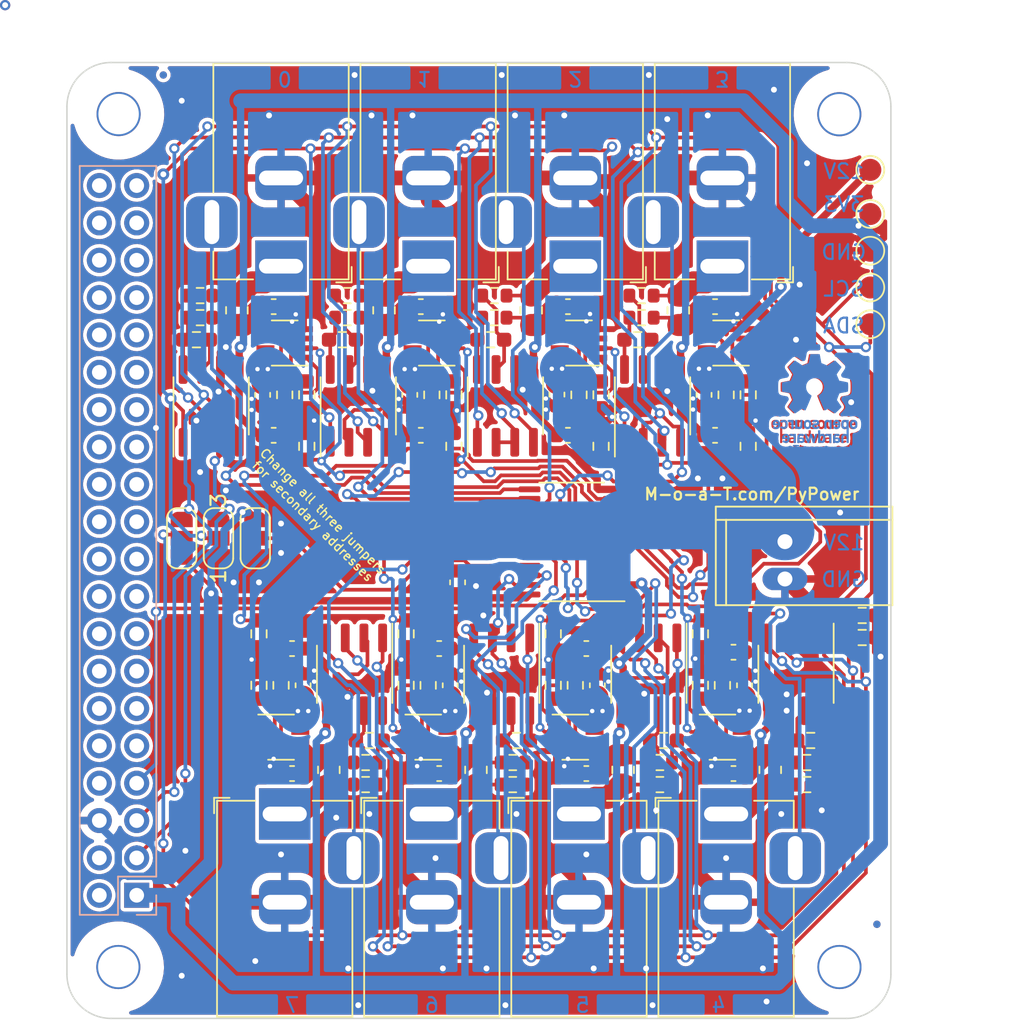
<source format=kicad_pcb>
(kicad_pcb (version 20210228) (generator pcbnew)
  (layers (0 "F.Cu" signal) (31 "B.Cu" signal) (34 "B.Paste" user) (35 "F.Paste" user) (36 "B.SilkS" user "B.Silkscreen") (37 "F.SilkS" user "F.Silkscreen") (38 "B.Mask" user) (39 "F.Mask" user) (44 "Edge.Cuts" user))
  (net 0 "")
  (net 1 "Net-(C2-Pad1)")
  (net 2 "/V12P0")
  (net 3 "Net-(C5-Pad2)")
  (net 4 "Net-(C5-Pad1)")
  (net 5 "Net-(C8-Pad1)")
  (net 6 "+12V")
  (net 7 "GND")
  (net 8 "Net-(C10-Pad1)")
  (net 9 "Net-(C11-Pad1)")
  (net 10 "+3V3")
  (net 11 "/The other seven/V12P1")
  (net 12 "/The other seven/V12P2")
  (net 13 "/The other seven/V12P3")
  (net 14 "Net-(C18-Pad1)")
  (net 15 "Net-(C20-Pad2)")
  (net 16 "Net-(C20-Pad1)")
  (net 17 "Net-(C21-Pad2)")
  (net 18 "Net-(C21-Pad1)")
  (net 19 "Net-(C22-Pad2)")
  (net 20 "Net-(C22-Pad1)")
  (net 21 "/The other seven/V12P4")
  (net 22 "Net-(C25-Pad2)")
  (net 23 "Net-(C25-Pad1)")
  (net 24 "Net-(C28-Pad1)")
  (net 25 "Net-(C29-Pad1)")
  (net 26 "Net-(C31-Pad1)")
  (net 27 "/The other seven/V12P5")
  (net 28 "Net-(C33-Pad1)")
  (net 29 "/The other seven/V12P6")
  (net 30 "Net-(C38-Pad2)")
  (net 31 "Net-(C38-Pad1)")
  (net 32 "Net-(C39-Pad2)")
  (net 33 "Net-(C39-Pad1)")
  (net 34 "Net-(C40-Pad2)")
  (net 35 "Net-(C40-Pad1)")
  (net 36 "SENS1")
  (net 37 "Net-(R1-Pad1)")
  (net 38 "Net-(R5-Pad1)")
  (net 39 "Net-(R6-Pad1)")
  (net 40 "Net-(R7-Pad1)")
  (net 41 "Net-(R17-Pad1)")
  (net 42 "Net-(R21-Pad1)")
  (net 43 "Net-(R22-Pad1)")
  (net 44 "Net-(R23-Pad1)")
  (net 45 "SENS2")
  (net 46 "SDA")
  (net 47 "SENS3")
  (net 48 "SCL")
  (net 49 "SENS4")
  (net 50 "SENS5")
  (net 51 "SENS7")
  (net 52 "SENS6")
  (net 53 "ENA0")
  (net 54 "ENA1")
  (net 55 "ENA2")
  (net 56 "ENA3")
  (net 57 "ENA4")
  (net 58 "ENA5")
  (net 59 "ENA7")
  (net 60 "ENA6")
  (net 61 "Net-(J1-Pad7)")
  (net 62 "/V12O0")
  (net 63 "/The other seven/V12O1")
  (net 64 "/The other seven/V12O2")
  (net 65 "/The other seven/V12O3")
  (net 66 "/The other seven/V12O4")
  (net 67 "/The other seven/V12O5")
  (net 68 "/The other seven/V12O7")
  (net 69 "/The other seven/V12O6")
  (net 70 "SENS0")
  (net 71 "SEL03")
  (net 72 "SEL47")
  (net 73 "SEL")
  (footprint "Resistor_SMD:R_0603_1608Metric" (layer "F.Cu") (at 102.75 106.25 -90)
    (fp_text reference "R23" hide)
    (fp_text value "22")
  )
  (footprint "Capacitor_SMD:C_0603_1608Metric" (layer "F.Cu") (at 93.5 103.75 180)
    (fp_text reference "C35" hide)
    (fp_text value ".1µF")
  )
  (footprint "Capacitor_SMD:C_0603_1608Metric" (layer "F.Cu") (at 93.5 112.25 180)
    (fp_text reference "C33" hide)
    (fp_text value "10µF")
  )
  (footprint "Package_TO_SOT_SMD:TSOT-23-8" (layer "F.Cu") (at 112.75 109.75)
    (fp_text reference "U11" hide)
    (fp_text value "MP5014A")
  )
  (footprint "Symbol:OSHW-Logo_5.7x6mm_Copper" (layer "F.Cu") (at 128.95 86.75)
    (fp_text reference "REF**" hide)
    (fp_text value "OSHW-Logo_5.7x6mm_Copper" hide)
  )
  (footprint "project_footprints:NPTH_3mm_ID" (layer "F.Cu") (at 130.692389 67.416356 90)
    (fp_text reference "H4" hide)
    (fp_text value "3mm_Mounting_Hole" hide)
  )
  (footprint "Capacitor_SMD:C_0603_1608Metric" (layer "F.Cu") (at 94.25 106.25 90)
    (fp_text reference "C27" hide)
    (fp_text value "10µF")
  )
  (footprint "Capacitor_SMD:C_0603_1608Metric" (layer "F.Cu") (at 113.5 103.75 180)
    (fp_text reference "C34" hide)
    (fp_text value ".1µF")
  )
  (footprint "Resistor_SMD:R_0603_1608Metric_Pad0.98x0.95mm_HandSolder" (layer "F.Cu") (at 114.5 90 -90)
    (fp_text reference "R40" hide)
    (fp_text value "10k")
  )
  (footprint "Resistor_SMD:R_0603_1608Metric" (layer "F.Cu") (at 123 86.5 90)
    (fp_text reference "R7" hide)
    (fp_text value "22")
  )
  (footprint "Resistor_SMD:R_0603_1608Metric" (layer "F.Cu") (at 112.75 106.25 -90)
    (fp_text reference "R21" hide)
    (fp_text value "22")
  )
  (footprint "Resistor_SMD:R_0603_1608Metric_Pad0.98x0.95mm_HandSolder" (layer "F.Cu") (at 108.75 110 180)
    (fp_text reference "C40" hide)
    (fp_text value "1µ")
  )
  (footprint "Resistor_SMD:R_0603_1608Metric_Pad0.98x0.95mm_HandSolder" (layer "F.Cu") (at 121.25 106.25 90)
    (fp_text reference "C18" hide)
    (fp_text value "0")
  )
  (footprint "Resistor_SMD:R_0805_2012Metric_Pad1.20x1.40mm_HandSolder" (layer "F.Cu") (at 116 112 -90)
    (fp_text reference "R26" hide)
    (fp_text value ".1")
  )
  (footprint "Resistor_SMD:R_0805_2012Metric_Pad1.20x1.40mm_HandSolder" (layer "F.Cu") (at 119.75 80.75 90)
    (fp_text reference "R15" hide)
    (fp_text value ".1")
  )
  (footprint "Package_TO_SOT_SMD:TSOT-23-8" (layer "F.Cu") (at 123 83 180)
    (fp_text reference "U5" hide)
    (fp_text value "MP5014A")
  )
  (footprint "TestPoint:TestPoint_Pad_D1.5mm" (layer "F.Cu") (at 132.8 79.2 90)
    (fp_text reference "TP4" hide)
    (fp_text value "TestPoint")
  )
  (footprint "Resistor_SMD:R_0603_1608Metric" (layer "F.Cu") (at 97.25 79.75)
    (fp_text reference "R11" hide)
    (fp_text value "10")
  )
  (footprint "Package_SO:TSSOP-24_4.4x7.8mm_P0.65mm" (layer "F.Cu") (at 112.5 96.5 180)
    (fp_text reference "U17" hide)
    (fp_text value "PCAL6416APW")
  )
  (footprint "localstuff:Barrel Jack locking" (layer "F.Cu") (at 92.75 77.75 -90)
    (fp_text reference "J3" hide)
    (fp_text value "Out 0")
  )
  (footprint "Capacitor_SMD:C_0603_1608Metric" (layer "F.Cu") (at 123.5 112.25 180)
    (fp_text reference "C23" hide)
    (fp_text value "10µF")
  )
  (footprint "Resistor_SMD:R_0603_1608Metric_Pad0.98x0.95mm_HandSolder" (layer "F.Cu") (at 111.25 102.75 90)
    (fp_text reference "R37" hide)
    (fp_text value "10k")
  )
  (footprint "TestPoint:TestPoint_Pad_D1.5mm" (layer "F.Cu") (at 132.8 74.2 90)
    (fp_text reference "TP2" hide)
    (fp_text value "TestPoint")
  )
  (footprint "Jumper:SolderJumper-3_P1.3mm_Bridged12_RoundedPad1.0x1.5mm_NumberLabels" (layer "F.Cu") (at 91 96.25 90)
    (fp_text reference "JP3" hide)
    (fp_text value "Jumper_3_Bridged12")
  )
  (footprint "Resistor_SMD:R_0603_1608Metric_Pad0.98x0.95mm_HandSolder" (layer "F.Cu") (at 124.5 86.5 -90)
    (fp_text reference "C11" hide)
    (fp_text value "0")
  )
  (footprint "Capacitor_SMD:C_0603_1608Metric" (layer "F.Cu") (at 92.25 80.5)
    (fp_text reference "C3" hide)
    (fp_text value "10µF")
  )
  (footprint "Resistor_SMD:R_0805_2012Metric_Pad1.20x1.40mm_HandSolder" (layer "F.Cu") (at 89.75 80.75 90)
    (fp_text reference "R3" hide)
    (fp_text value ".1")
  )
  (footprint "localstuff:1X02_GN" (layer "F.Cu") (at 127 97.75 -90)
    (fp_text reference "J2" hide)
    (fp_text value "Power")
  )
  (footprint "Resistor_SMD:R_0603_1608Metric_Pad0.98x0.95mm_HandSolder" (layer "F.Cu") (at 101.25 106.25 90)
    (fp_text reference "C31" hide)
    (fp_text value "0")
  )
  (footprint "Package_TO_SOT_SMD:TSOT-23-8" (layer "F.Cu") (at 113 83 180)
    (fp_text reference "U4" hide)
    (fp_text value "MP5014A")
  )
  (footprint "Resistor_SMD:R_0603_1608Metric" (layer "F.Cu") (at 103 86.5 90)
    (fp_text reference "R5" hide)
    (fp_text value "22")
  )
  (footprint "Resistor_SMD:R_0603_1608Metric_Pad0.98x0.95mm_HandSolder" (layer "F.Cu") (at 94.5 90 -90)
    (fp_text reference "R42" hide)
    (fp_text value "10k")
  )
  (footprint "TestPoint:TestPoint_Pad_D1.5mm" (layer "F.Cu") (at 132.8 81.7 90)
    (fp_text reference "TP5" hide)
    (fp_text value "TestPoint")
  )
  (footprint "Package_TO_SOT_SMD:TSOT-23-8" (layer "F.Cu") (at 102.75 109.75)
    (fp_text reference "U13" hide)
    (fp_text value "MP5014A")
  )
  (footprint "Capacitor_SMD:C_0603_1608Metric" (layer "F.Cu") (at 113.5 112.25 180)
    (fp_text reference "C32" hide)
    (fp_text value "10µF")
  )
  (footprint "Capacitor_SMD:C_0603_1608Metric" (layer "F.Cu") (at 114.25 106.25 90)
    (fp_text reference "C26" hide)
    (fp_text value "10µF" hide)
  )
  (footprint "TestPoint:TestPoint_Pad_D1.5mm" (layer "F.Cu") (at 132.8 71.2 90)
    (fp_text reference "TP3" hide)
    (fp_text value "TestPoint")
  )
  (footprint "Resistor_SMD:R_0603_1608Metric_Pad0.98x0.95mm_HandSolder" (layer "F.Cu") (at 104.5 86.5 -90)
    (fp_text reference "C8" hide)
    (fp_text value "0")
  )
  (footprint "Resistor_SMD:R_0603_1608Metric_Pad0.98x0.95mm_HandSolder" (layer "F.Cu") (at 87 82.75)
    (fp_text reference "C5" hide)
    (fp_text value "1µ")
  )
  (footprint "Package_SO:SOIC-8_3.9x4.9mm_P1.27mm" (layer "F.Cu") (at 98 87.25 90)
    (fp_text reference "U6" hide)
    (fp_text value "INA219AxD")
  )
  (footprint "Capacitor_SMD:C_0603_1608Metric" (layer "F.Cu") (at 123.5 104 180)
    (fp_text reference "C24" hide)
    (fp_text value ".1µF")
  )
  (footprint "Capacitor_SMD:C_0603_1608Metric" (layer "F.Cu") (at 122.25 89.25)
    (fp_text reference "C19" hide)
    (fp_text value ".1µF")
  )
  (footprint "Package_TO_SOT_SMD:TSOT-23-8" (layer "F.Cu") (at 103 83 180)
    (fp_text reference "U3" hide)
    (fp_text value "MP5014A")
  )
  (footprint "Jumper:SolderJumper-3_P1.3mm_Bridged12_RoundedPad1.0x1.5mm_NumberLabels" (layer "F.Cu") (at 86 96.25 90)
    (fp_text reference "JP2" hide)
    (fp_text value "Jumper_3_Bridged12")
  )
  (footprint "Resistor_SMD:R_0603_1608Metric" (layer "F.Cu") (at 108.5 113 180)
    (fp_text reference "R32" hide)
    (fp_text value "10")
  )
  (footprint "Resistor_SMD:R_0603_1608Metric_Pad0.98x0.95mm_HandSolder" (layer "F.Cu") (at 98.75 110 180)
    (fp_text reference "C39" hide)
    (fp_text value "1µ")
  )
  (footprint "Resistor_SMD:R_0603_1608Metric_Pad0.98x0.95mm_HandSolder" (layer "F.Cu") (at 101.25 102.75 90)
    (fp_text reference "R36" hide)
    (fp_text value "10k")
  )
  (footprint "Capacitor_SMD:C_0603_1608Metric" (layer "F.Cu") (at 92.25 89.25)
    (fp_text reference "C4" hide)
    (fp_text value ".1µF")
  )
  (footprint "Resistor_SMD:R_0603_1608Metric" (layer "F.Cu") (at 107.25 81.25)
    (fp_text reference "R10" hide)
    (fp_text value "10")
  )
  (footprint "localstuff:Barrel Jack locking" (layer "F.Cu") (at 102.75 77.75 -90)
    (fp_text reference "J4" hide)
    (fp_text value "Out 1")
  )
  (footprint "Jumper:SolderJumper-3_P1.3mm_Bridged12_RoundedPad1.0x1.5mm_NumberLabels" (layer "F.Cu") (at 88.5 96.25 90)
    (fp_text reference "JP1" hide)
    (fp_text value "Jumper_3_Bridged12")
  )
  (footprint "Package_TO_SOT_SMD:TSOT-23-8" (layer "F.Cu") (at 92.75 109.75)
    (fp_text reference "U12" hide)
    (fp_text value "MP5014A")
  )
  (footprint "Package_SO:SOIC-8_3.9x4.9mm_P1.27mm" (layer "F.Cu") (at 118 87.25 90)
    (fp_text reference "U9" hide)
    (fp_text value "INA219AxD")
  )
  (footprint "Resistor_SMD:R_0805_2012Metric_Pad1.20x1.40mm_HandSolder" (layer "F.Cu") (at 106 112 -90)
    (fp_text reference "R31" hide)
    (fp_text value ".1")
  )
  (footprint "Resistor_SMD:R_0603_1608Metric" (layer "F.Cu") (at 118.5 113 180)
    (fp_text reference "R28" hide)
    (fp_text value "10")
  )
  (footprint "Resistor_SMD:R_0603_1608Metric_Pad0.98x0.95mm_HandSolder" (layer "F.Cu") (at 124.5 90 -90)
    (fp_text reference "R39" hide)
    (fp_text value "10k")
  )
  (footprint "Capacitor_SMD:C_0603_1608Metric" (layer "F.Cu") (at 112.25 89.25)
    (fp_text reference "C16" hide)
    (fp_text value ".1µF")
  )
  (footprint "Resistor_SMD:R_0603_1608Metric_Pad0.98x0.95mm_HandSolder" (layer "F.Cu") (at 94.5 86.5 -90)
    (fp_text reference "C2" hide)
    (fp_text value "0")
  )
  (footprint "Resistor_SMD:R_0805_2012Metric_Pad1.20x1.40mm_HandSolder" (layer "F.Cu") (at 99.75 80.75 90)
    (fp_text reference "R9" hide)
    (fp_text value ".1")
  )
  (footprint "project_footprints:NPTH_3mm_ID" (layer "F.Cu") (at 130.702389 125.406356 90)
    (fp_text reference "H3" hide)
    (fp_text value "3mm_Mounting_Hole" hide)
  )
  (footprint "localstuff:Barrel Jack locking" (layer "F.Cu") (at 123 115 90)
    (fp_text reference "J7" hide)
    (fp_text value "Out 4")
  )
  (footprint "Capacitor_SMD:C_0603_1608Metric" (layer "F.Cu") (at 102.25 89.25)
    (fp_text reference "C14" hide)
    (fp_text value ".1µF")
  )
  (footprint "Capacitor_SMD:C_0603_1608Metric" (layer "F.Cu") (at 104.75 99.25 90)
    (fp_text reference "C41" hide)
    (fp_text value ".1µF")
  )
  (footprint "Capacitor_SMD:C_0603_1608Metric" (layer "F.Cu") (at 103.5 103.75 180)
    (fp_text reference "C37" hide)
    (fp_text value ".1µF")
  )
  (footprint "Resistor_SMD:R_0603_1608Metric_Pad0.98x0.95mm_HandSolder" (layer "F.Cu") (at 107 82.75)
    (fp_text reference "C21" hide)
    (fp_text value "1µ")
  )
  (footprint "Fiducial:Fiducial_0.5mm_Mask1mm" (layer "F.Cu") (at 133.25 122.5)
    (fp_text reference "REF**" hide)
    (fp_text value "Fiducial_0.5mm_Mask1mm")
  )
  (footprint "Resistor_SMD:R_0603_1608Metric" (layer "F.Cu") (at 117.25 81.25)
    (fp_text reference "R13" hide)
    (fp_text value "10")
  )
  (footprint "Resistor_SMD:R_0603_1608Metric_Pad0.98x0.95mm_HandSolder" (layer "F.Cu") (at 114.5 86.5 -90)
    (fp_text reference "C10" hide)
    (fp_text value "0")
  )
  (footprint "Resistor_SMD:R_0603_1608Metric_Pad0.98x0.95mm_HandSolder" (layer "F.Cu") (at 132.25 101.5)
    (fp_text reference "R33" hide)
    (fp_text value "1k")
  )
  (footprint "Resistor_SMD:R_0603_1608Metric" (layer "F.Cu") (at 87.25 81.25)
    (fp_text reference "R2" hide)
    (fp_text value "10")
  )
  (footprint "Package_SO:SOIC-8_3.9x4.9mm_P1.27mm" (layer "F.Cu") (at 88 87.25 90)
    (fp_text reference "U2" hide)
    (fp_text value "INA219AxD")
  )
  (footprint "Capacitor_SMD:C_0603_1608Metric" (layer "F.Cu") (at 122.25 80.5)
    (fp_text reference "C17" hide)
    (fp_text value "10µF")
  )
  (footprint "Capacitor_SMD:C_0603_1608Metric" (layer "F.Cu") (at 112.25 80.5)
    (fp_text reference "C15" hide)
    (fp_text value "10µF")
  )
  (footprint "Resistor_SMD:R_0603_1608Metric_Pad0.98x0.95mm_HandSolder" (layer "F.Cu") (at 117 82.75)
    (fp_text reference "C22" hide)
    (fp_text value "1µ")
  )
  (footprint "Fiducial:Fiducial_0.5mm_Mask1mm" (layer "F.Cu") (at 84.75 64.75)
    (fp_text reference "REF**" hide)
    (fp_text value "Fiducial_0.5mm_Mask1mm")
  )
  (footprint "Resistor_SMD:R_0603_1608Metric" (layer "F.Cu") (at 107.25 79.75)
    (fp_text reference "R14" hide)
    (fp_text value "10")
  )
  (footprint "Resistor_SMD:R_0603_1608Metric_Pad0.98x0.95mm_HandSolder" (layer "F.Cu") (at 118.75 110 180)
    (fp_text reference "C38" hide)
    (fp_text value "1µ")
  )
  (footprint "Resistor_SMD:R_0603_1608Metric_Pad0.98x0.95mm_HandSolder" (layer "F.Cu") (at 128.75 110 180)
    (fp_text reference "C25" hide)
    (fp_text value "1µ")
  )
  (footprint "localstuff:Barrel Jack locking" (layer "F.Cu") (at 113 115 90)
    (fp_text reference "J8" hide)
    (fp_text value "Out 5")
  )
  (footprint "Resistor_SMD:R_0603_1608Metric" (layer "F.Cu") (at 108.5 111.5 180)
    (fp_text reference "R30" hide)
    (fp_text value "10")
  )
  (footprint "Capacitor_SMD:C_0603_1608Metric" (layer "F.Cu") (at 124.25 106.25 90)
    (fp_text reference "C13" hide)
    (fp_text value "10µF")
  )
  (footprint "localstuff:Barrel Jack locking" (layer "F.Cu") (at 103 115 90)
    (fp_text reference "J10" hide)
    (fp_text value "Out 6")
  )
  (footprint "Resistor_SMD:R_0805_2012Metric_Pad1.20x1.40mm_HandSolder" (layer "F.Cu") (at 109.75 80.75 90)
    (fp_text reference "R12" hide)
    (fp_text value ".1")
  )
  (footprint "Resistor_SMD:R_0603_1608Metric" (layer "F.Cu") (at 117.25 79.75)
    (fp_text reference "R16" hide)
    (fp_text value "10")
  )
  (footprint "Package_SO:SOIC-8_3.9x4.9mm_P1.27mm" (layer "F.Cu") (at 97.75 105.5 -90)
    (fp_text reference "U15" hide)
    (fp_text value "INA219AxD")
  )
  (footprint "Resistor_SMD:R_0603_1608Metric" (layer "F.Cu") (at 113 86.5 90)
    (fp_text reference "R6" hide)
    (fp_text value "22")
  )
  (footprint "project_footprints:NPTH_3mm_ID" (layer "F.Cu") (at 81.692389 125.406356 90)
    (fp_text reference "H1" hide)
    (fp_text value "3mm_Mounting_Hole" hide)
  )
  (footprint "Resistor_SMD:R_0603_1608Metric_Pad0.98x0.95mm_HandSolder" (layer "F.Cu") (at 91.25 106.25 90)
    (fp_text reference "C29" hide)
    (fp_text value "0")
  )
  (footprint "localstuff:Barrel Jack locking" (layer "F.Cu") (at 122.75 77.75 -90)
    (fp_text reference "J6" hide)
    (fp_text value "Out 3")
  )
  (footprint "Package_TO_SOT_SMD:TSOT-23-8" (layer "F.Cu") (at 93 83 180)
    (fp_text reference "U1" hide)
    (fp_text value "MP5014A")
  )
  (footprint "localstuff:Barrel Jack locking" (layer "F.Cu") (at 112.75 77.75 -90)
    (fp_text reference "J5" hide)
    (fp_text value "Out 2")
  )
  (footprint "Resistor_SMD:R_0603_1608Metric" (layer "F.Cu") (at 98.5 113 180)
    (fp_text reference "R29" hide)
    (fp_text value "10")
  )
  (footprint "Resistor_SMD:R_0603_1608Metric" (layer "F.Cu") (at 98.5 111.5 180)
    (fp_text reference "R25" hide)
    (fp_text value "10")
  )
  (footprint "Capacitor_SMD:C_0603_1608Metric" (layer "F.Cu") (at 104.25 106.25 90)
    (fp_text reference "C30" hide)
    (fp_text value "10µF" hide)
  )
  (footprint "Resistor_SMD:R_0603_1608Metric_Pad0.98x0.95mm_HandSolder" (layer "F.Cu") (at 132.25 103)
    (fp_text reference "R34" hide)
    (fp_text value "1k")
  )
  (footprint "Resistor_SMD:R_0603_1608Metric" (layer "F.Cu") (at 128.5 111.5 180)
    (fp_text reference "R18" hide)
    (fp_text value "10")
  )
  (footprint "Capacitor_SMD:C_0603_1608Metric" (layer "F.Cu") (at 111.5 86.48 -90)
    (fp_text reference "C7" hide)
    (fp_text value "10µF")
  )
  (footprint "Resistor_SMD:R_0603_1608Metric_Pad0.98x0.95mm_HandSolder" (layer "F.Cu") (at 104.5 90 -90)
    (fp_text reference "R41" hide)
    (fp_text value "10k")
  )
  (footprint "Capacitor_SMD:C_0603_1608Metric" (layer "F.Cu") (at 103.5 112.25 180)
    (fp_text reference "C36" hide)
    (fp_text value "10µF")
  )
  (footprint "project_footprints:NPTH_3mm_ID" (layer "F.Cu") (at 81.712389 67.406356 90)
    (fp_text reference "H2" hide)
    (fp_text value "3mm_Mounting_Hole" hide)
  )
  (footprint "Capacitor_SMD:C_0603_1608Metric" (layer "F.Cu") (at 101.5 86.5 -90)
    (fp_text reference "C6" hide)
    (fp_text value "10µF")
  )
  (footprint "Resistor_SMD:R_0603_1608Metric" (layer "F.Cu") (at 128.5 113 180)
    (fp_text reference "R20" hide)
    (fp_text value "10")
  )
  (footprint "TestPoint:TestPoint_Pad_D1.5mm" (layer "F.Cu") (at 132.8 76.7 90)
    (fp_text reference "TP1" hide)
    (fp_text value "TestPoint")
  )
  (footprint "Resistor_SMD:R_0805_2012Metric_Pad1.20x1.40mm_HandSolder" (layer "F.Cu") (at 126 112 -90)
    (fp_text reference "R19" hide)
    (fp_text value ".1")
  )
  (footprint "Capacitor_SMD:C_0603_1608Metric" (layer "F.Cu") (at 121.5 86.5 -90)
    (fp_text reference "C9" hide)
    (fp_text value "10µF")
  )
  (footprint "Package_SO:SOIC-8_3.9x4.9mm_P1.27mm" (layer "F.Cu") (at 127.75 105.5 -90)
    (fp_text reference "U10" hide)
    (fp_text value "INA219AxD")
  )
  (footprint "Resistor_SMD:R_0603_1608Metric" (layer "F.Cu") (at 92.75 106.25 -90)
    (fp_text reference "R22" hide)
    (fp_text value "22")
  )
  (footprint "Resistor_SMD:R_0603_1608Metric" (layer "F.Cu") (at 93 86.5 90)
    (fp_text reference "R1" hide)
    (fp_text value "22")
  )
  (footprint "Capacitor_SMD:C_0603_1608Metric" (layer "F.Cu") (at 102.25 80.5)
    (fp_text reference "C12" hide)
    (fp_text value "10µF")
  )
  (footprint "Resistor_SMD:R_0603_1608Metric_Pad0.98x0.95mm_HandSolder" (layer "F.Cu") (at 96.925 82.75)
    (fp_text reference "C20" hide)
    (fp_text value "1µ")
  )
  (footprint "Package_SO:SOIC-8_3.9x4.9mm_P1.27mm" (layer "F.Cu") (at 117.75 105.5 -90)
    (fp_text reference "U14" hide)
    (fp_text value "INA219AxD")
  )
  (footprint "Resistor_SMD:R_0603_1608Metric_Pad0.98x0.95mm_HandSolder" (layer "F.Cu") (at 91.25 102.75 90)
    (fp_text reference "R35" hide)
    (fp_text value "10k")
  )
  (footprint "localstuff:Barrel Jack locking" (layer "F.Cu") (at 93 115 90)
    (fp_text reference "J9" hide)
    (fp_text value "Out 7")
  )
  (footprint "Resistor_SMD:R_0603_1608Metric_Pad0.98x0.95mm_HandSolder" (layer "F.Cu") (at 121.25 102.75 90)
    (fp_text reference "R38" hide)
    (fp_text value "10k")
  )
  (footprint "Resistor_SMD:R_0603_1608Metric" (layer "F.Cu") (at 87.25 79.75)
    (fp_text reference "R4" hide)
    (fp_text value "10" hide)
  )
  (footprint "Resistor_SMD:R_0603_1608Metric" (layer "F.Cu") (at 118.5 111.5 180)
    (fp_text reference "R24" hide)
    (fp_text value "10")
  )
  (footprint "Resistor_SMD:R_0603_1608Metric_Pad0.98x0.95mm_HandSolder" (layer "F.Cu") (at 111.25 106.25 90)
    (fp_text reference "C28" hide)
    (fp_text value "0")
  )
  (footprint "Resistor_SMD:R_0603_1608Metric" (layer "F.Cu") (at 97.25 81.25)
    (fp_text reference "R8" hide)
    (fp_text value "10")
  )
  (footprint "Package_SO:SOIC-8_3.9x4.9mm_P1.27mm" (layer "F.Cu") (at 108 87.25 90)
    (fp_text reference "U7" hide)
    (fp_text value "INA219AxD")
  )
  (footprint "Package_TO_SOT_SMD:TSOT-23-8" (layer "F.Cu") (at 122.75 109.75)
    (fp_text reference "U8" hide)
    (fp_text value "MP5014A")
  )
  (footprint "Resistor_SMD:R_0603_1608Metric" (layer "F.Cu") (at 122.75 106.25 -90)
    (fp_text reference "R17" hide)
    (fp_text value "22")
  )
  (footprint "Resistor_SMD:R_0805_2012Metric_Pad1.20x1.40mm_HandSolder" (layer "F.Cu") (at 96 112 -90)
    (fp_text reference "R27" hide)
    (fp_text value ".1")
  )
  (footprint "Package_SO:SOIC-8_3.9x4.9mm_P1.27mm" (layer "F.Cu") (at 107.75 105.5 -90)
    (fp_text reference "U16" hide)
    (fp_text value "INA219AxD")
  )
  (footprint "Capacitor_SMD:C_0603_1608Metric" (layer "F.Cu") (at 91.5 86.5 -90)
    (fp_text reference "C1" hide)
    (fp_text value "10µF")
  )
  (footprint "Symbol:OSHW-Logo_5.7x6mm_Copper" (layer "B.Cu") (at 129.05 86.75 180)
    (fp_text reference "REF**" hide)
    (fp_text value "OSHW-Logo_5.7x6mm_Copper" hide)
  )
  (footprint "Connector_PinSocket_2.54mm:PinSocket_2x20_P2.54mm_Vertical" (layer "B.Cu") (at 82.94 120.526356)
    (fp_text reference "J1" hide)
    (fp_text value "Raspberry_Pi_2_3")
  )
  (footprint "Fiducial:Fiducial_0.5mm_Mask1mm" (layer "B.Cu") (at 133.25 122.5)
    (fp_text reference "REF**" hide)
    (fp_text value "Fiducial_0.5mm_Mask1mm")
  )
  (footprint "Fiducial:Fiducial_0.5mm_Mask1mm" (layer "B.Cu") (at 84.75 64.75)
    (fp_text reference "REF**" hide)
    (fp_text value "Fiducial_0.5mm_Mask1mm")
  )
  (gr_line (start 81.2 128.9) (end 131.2 128.9) (layer "Edge.Cuts") (width 0.1))
  (gr_line (start 78.2 66.9) (end 78.2 125.9) (layer "Edge.Cuts") (width 0.1))
  (gr_line (start 134.2 125.9) (end 134.2 66.9) (layer "Edge.Cuts") (width 0.1))
  (gr_line (start 131.2 63.9) (end 81.2 63.9) (layer "Edge.Cuts") (width 0.1))
  (gr_arc (start 81.2 66.9) (end 81.2 63.9) (angle -90) (layer "Edge.Cuts") (width 0.1))
  (gr_arc (start 131.2 125.9) (end 131.2 128.9) (angle -90) (layer "Edge.Cuts") (width 0.1))
  (gr_arc (start 81.2 125.9) (end 78.2 125.9) (angle -90) (layer "Edge.Cuts") (width 0.1))
  (gr_arc (start 131.2 66.9) (end 131.2 63.9) (angle 90) (layer "Edge.Cuts") (width 0.1))
  (gr_text "M-o-a-T\nPyPower\nV1.2" (at 129.75 91.25) (layer "F.Cu") (effects (font (size 0.6 0.6) (thickness 0.1))))
  (gr_text "GND" (at 131 99.0475) (layer "B.Cu") (effects (font (size 1 1)) (justify mirror)))
  (gr_text "SCL" (at 131 79.2975) (layer "B.Cu") (effects (font (size 1 1)) (justify mirror)))
  (gr_text "0" (at 93 65 180) (layer "B.Cu") (effects (font (size 1 1)) (justify mirror)))
  (gr_text "3" (at 122.75 65 180) (layer "B.Cu") (effects (font (size 1 1)) (justify mirror)))
  (gr_text "12V" (at 131 96.5475) (layer "B.Cu") (effects (font (size 1 1)) (justify mirror)))
  (gr_text "6" (at 103 128) (layer "B.Cu") (effects (font (size 1 1)) (justify mirror)))
  (gr_text "M-o-a-T\nPyPower\nV1.2" (at 129.75 91.25) (layer "B.Cu") (effects (font (size 0.6 0.6) (thickness 0.1)) (justify mirror)))
  (gr_text "GND" (at 131 76.7975) (layer "B.Cu") (effects (font (size 1 1)) (justify mirror)))
  (gr_text "SDA\n" (at 131 81.7975) (layer "B.Cu") (effects (font (size 1 1)) (justify mirror)))
  (gr_text "3V3" (at 131 73.5475) (layer "B.Cu") (effects (font (size 1 1)) (justify mirror)))
  (gr_text "12V" (at 131 71.2975) (layer "B.Cu") (effects (font (size 1 1)) (justify mirror)))
  (gr_text "1" (at 102.5 65 180) (layer "B.Cu") (effects (font (size 1 1)) (justify mirror)))
  (gr_text "2" (at 112.75 65 180) (layer "B.Cu") (effects (font (size 1 1)) (justify mirror)))
  (gr_text "7" (at 93.5 128) (layer "B.Cu") (effects (font (size 1 1)) (justify mirror)))
  (gr_text "4" (at 122.5 128) (layer "B.Cu") (effects (font (size 1 1)) (justify mirror)))
  (gr_text "5" (at 113.25 128) (layer "B.Cu") (effects (font (size 1 1)) (justify mirror)))
  (gr_text "Change all three jumpers\nfor secondary addresses" (at 95.25 94.75 -45) (layer "F.SilkS") (effects (font (size 0.6 0.6) (thickness 0.1))))
  (gr_text "M-o-a-T.com/PyPower" (at 124.75 93.25) (layer "F.SilkS") (effects (font (size 0.8 0.8))))
  (via (at 74 60) (size 0.7) (drill 0.4) (layers "F.Cu" "B.Cu") (net 0))
  (segment (start 93.424989 84.512489) (end 93.424989 82.909991) (width 0.25) (layer "F.Cu") (net 1))
  (segment (start 94.5 85.5875) (end 93.424989 84.512489) (width 0.25) (layer "F.Cu") (net 1))
  (segment (start 94.23 82.75) (end 94.31 82.67) (width 0.25) (layer "F.Cu") (net 1))
  (segment (start 93.424989 82.909991) (end 93.58498 82.75) (width 0.25) (layer "F.Cu") (net 1))
  (segment (start 93.58498 82.75) (end 94.23 82.75) (width 0.25) (layer "F.Cu") (net 1))
  (segment (start 92.75 83.75) (end 92.75 82.87) (width 0.25) (layer "F.Cu") (net 2))
  (segment (start 91.475 81.815) (end 91.69 82.03) (width 1.5) (layer "F.Cu") (net 2))
  (segment (start 89.25 81.25) (end 89.75 81.75) (width 0.25) (layer "F.Cu") (net 2))
  (segment (start 88.075 81.25) (end 89.25 81.25) (width 0.25) (layer "F.Cu") (net 2))
  (segment (start 92.55 82.67) (end 91.69 82.67) (width 0.25) (layer "F.Cu") (net 2))
  (segment (start 89.75 81.75) (end 90.225 81.75) (width 1.5) (layer "F.Cu") (net 2))
  (segment (start 91.475 80.5) (end 91.475 81.815) (width 1.5) (layer "F.Cu") (net 2))
  (segment (start 92.75 82.87) (end 92.55 82.67) (width 0.25) (layer "F.Cu") (net 2))
  (segment (start 92.71502 83.78498) (end 92.75 83.75) (width 0.25) (layer "F.Cu") (net 2))
  (segment (start 93 85.675) (end 93 84.679557) (width 0.25) (layer "F.Cu") (net 2))
  (segment (start 93 84.679557) (end 92.71502 84.394577) (width 0.25) (layer "F.Cu") (net 2))
  (segment (start 92.71502 84.394577) (end 92.71502 83.78498) (width 0.25) (layer "F.Cu") (net 2))
  (segment (start 90.225 81.75) (end 91.475 80.5) (width 1.5) (layer "F.Cu") (net 2))
  (segment (start 87.9125 82.75) (end 87.9125 84.2275) (width 0.25) (layer "F.Cu") (net 3))
  (segment (start 87.9125 84.2275) (end 87.365 84.775) (width 0.25) (layer "F.Cu") (net 3))
  (segment (start 87.39998 82.23748) (end 87.39998 80.72498) (width 0.25) (layer "F.Cu") (net 3))
  (segment (start 87.39998 80.72498) (end 86.425 79.75) (width 0.25) (layer "F.Cu") (net 3))
  (segment (start 87.9125 82.75) (end 87.39998 82.23748) (width 0.25) (layer "F.Cu") (net 3))
  (segment (start 86.095 82.7575) (end 86.0875 82.75) (width 0.25) (layer "F.Cu") (net 4))
  (segment (start 86.425 82.4125) (end 86.0875 82.75) (width 0.25) (layer "F.Cu") (net 4))
  (segment (start 86.425 81.25) (end 86.425 82.4125) (width 0.25) (layer "F.Cu") (net 4))
  (segment (start 86.095 84.775) (end 86.095 82.7575) (width 0.25) (layer "F.Cu") (net 4))
  (segment (start 104.5 85.5875) (end 103.424989 84.512489) (width 0.25) (layer "F.Cu") (net 5))
  (segment (start 103.45 82.67) (end 104.31 82.67) (width 0.25) (layer "F.Cu") (net 5))
  (segment (start 103.424989 84.512489) (end 103.424989 82.695011) (width 0.25) (layer "F.Cu") (net 5))
  (segment (start 103.424989 82.695011) (end 103.45 82.67) (width 0.25) (layer "F.Cu") (net 5))
  (segment (start 121.5 84.16) (end 121.69 83.97) (width 1.5) (layer "F.Cu") (net 6))
  (segment (start 114.25 108.59) (end 114.06 108.78) (width 1.5) (layer "F.Cu") (net 6))
  (segment (start 111.5 84.16) (end 111.5 85.705) (width 1.5) (layer "F.Cu") (net 6))
  (segment (start 124.25 108.59) (end 124.06 108.78) (width 1.5) (layer "F.Cu") (net 6))
  (segment (start 91.69 83.97) (end 91.5 84.16) (width 1.5) (layer "F.Cu") (net 6))
  (segment (start 94.25 108.59) (end 94.06 108.78) (width 1.5) (layer "F.Cu") (net 6))
  (segment (start 126.720971 77.279029) (end 126.720971 79.147643) (width 0.5) (layer "F.Cu") (net 6))
  (segment (start 121.5 85.725) (end 121.5 84.16) (width 1.5) (layer "F.Cu") (net 6))
  (segment (start 124.25 107.025) (end 124.25 108.59) (width 1.5) (layer "F.Cu") (net 6))
  (segment (start 132.8 71.2) (end 126.720971 77.279029) (width 0.5) (layer "F.Cu") (net 6))
  (segment (start 114.25 107.025) (end 114.25 108.59) (width 1.5) (layer "F.Cu") (net 6))
  (segment (start 104.25 108.59) (end 104.06 108.78) (width 1.5) (layer "F.Cu") (net 6))
  (segment (start 101.5 84.16) (end 101.5 85.725) (width 1.5) (layer "F.Cu") (net 6))
  (segment (start 104.25 107.025) (end 104.25 108.59) (width 1.5) (layer "F.Cu") (net 6))
  (segment (start 101.69 83.97) (end 101.5 84.16) (width 1.5) (layer "F.Cu") (net 6))
  (segment (start 111.69 83.97) (end 111.5 84.16) (width 1.5) (layer "F.Cu") (net 6))
  (segment (start 94.25 107.025) (end 94.25 108.59) (width 1.5) (layer "F.Cu") (net 6))
  (segment (start 91.5 84.16) (end 91.5 85.725) (width 1.5) (layer "F.Cu") (net 6))
  (via (at 101.85 84.75) (size 0.6) (drill 0.3) (layers "F.Cu" "B.Cu") (net 6))
  (via (at 121.85 84.725) (size 0.6) (drill 0.3) (layers "F.Cu" "B.Cu") (net 6))
  (via (at 111.15 84.725) (size 0.6) (drill 0.3) (layers "F.Cu" "B.Cu") (net 6))
  (via (at 91.15 84.75) (size 0.6) (drill 0.3) (layers "F.Cu" "B.Cu") (net 6))
  (via (at 104.6 108) (size 0.6) (drill 0.3) (layers "F.Cu" "B.Cu") (net 6))
  (via (at 121.15 84.725) (size 0.6) (drill 0.3) (layers "F.Cu" "B.Cu") (net 6))
  (via (at 126.720971 79.147643) (size 0.8) (drill 0.4) (layers "F.Cu" "B.Cu") (net 6))
  (via (at 113.9 108) (size 0.6) (drill 0.3) (layers "F.Cu" "B.Cu") (net 6))
  (via (at 101.15 84.75) (size 0.6) (drill 0.3) (layers "F.Cu" "B.Cu") (net 6))
  (via (at 93.9 108) (size 0.6) (drill 0.3) (layers "F.Cu" "B.Cu") (net 6))
  (via (at 111.85 84.725) (size 0.6) (drill 0.3) (layers "F.Cu" "B.Cu") (net 6))
  (via (at 114.6 108) (size 0.6) (drill 0.3) (layers "F.Cu" "B.Cu") (net 6))
  (via (at 91.85 84.75) (size 0.6) (drill 0.3) (layers "F.Cu" "B.Cu") (net 6))
  (via (at 124.6 107.975) (size 0.6) (drill 0.3) (layers "F.Cu" "B.Cu") (net 6))
  (via (at 123.9 107.975) (size 0.6) (drill 0.3) (layers "F.Cu" "B.Cu") (net 6))
  (via (at 94.6 108) (size 0.6) (drill 0.3) (layers "F.Cu" "B.Cu") (net 6))
  (via (at 103.9 108) (size 0.6) (drill 0.3) (layers "F.Cu" "B.Cu") (net 6))
  (segment (start 102.756184 88.499179) (end 102.756184 85.656184) (width 3) (layer "B.Cu") (net 6))
  (segment (start 91.85 84.75) (end 92.75 85.65) (width 3) (layer "B.Cu") (net 6))
  (segment (start 116.942109 92.442109) (end 116.942109 91.024299) (width 3) (layer "B.Cu") (net 6))
  (segment (start 115.902109 89.984299) (end 114.484299 89.984299) (width 3) (layer "B.Cu") (net 6))
  (segment (start 122.75 95.75) (end 122.5 96) (width 3) (layer "B.Cu") (net 6))
  (segment (start 114.311603 103.148399) (end 114.47072 103.148399) (width 3) (layer "B.Cu") (net 6))
  (segment (start 92.75 106.85) (end 92.75 101) (width 3) (layer "B.Cu") (net 6))
  (segment (start 96.02501 95.27501) (end 102.97499 95.27501) (width 3) (layer "B.Cu") (net 6))
  (segment (start 114.484299 89.984299) (end 112.724989 88.224989) (width 3) (layer "B.Cu") (net 6))
  (segment (start 112.724989 88.224989) (end 112.724989 85.599989) (width 3) (layer "B.Cu") (net 6))
  (segment (start 93.9 108) (end 92.75 106.85) (width 3) (layer "B.Cu") (net 6))
  (segment (start 115.824978 101.794141) (end 115.824978 100.824978) (width 3) (layer "B.Cu") (net 6))
  (segment (start 116.000001 94.999999) (end 115.25 95.75) (width 4) (layer "B.Cu") (net 6))
  (segment (start 122.75 89) (end 126.249999 92.499999) (width 3) (layer "B.Cu") (net 6))
  (segment (start 123.250001 100.210001) (end 123.000001 100.460001) (width 3) (layer "B.Cu") (net 6))
  (segment (start 126.720971 79.359775) (end 126.720971 79.147643) (width 0.5) (layer "B.Cu") (net 6))
  (segment (start 109.498992 95.75) (end 109.349001 95.600009) (width 4) (layer "B.Cu") (net 6))
  (segment (start 127 95.75) (end 126.249999 94.999999) (width 4) (layer "B.Cu") (net 6))
  (segment (start 112.875011 106.975011) (end 112.875011 104.584991) (width 3) (layer "B.Cu") (net 6))
  (segment (start 123.250001 96.250001) (end 123.250001 100.210001) (width 3) (layer "B.Cu") (net 6))
  (segment (start 121.85 84.725) (end 121.85 84.230746) (width 0.5) (layer "B.Cu") (net 6))
  (segment (start 109.349001 95.600009) (end 106.900999 95.600009) (width 4) (layer "B.Cu") (net 6))
  (segment (start 126.249999 92.499999) (end 126.249999 94.999999) (width 3) (layer "B.Cu") (net 6))
  (segment (start 115 96) (end 115.25 95.75) (width 3) (layer "B.Cu") (net 6))
  (segment (start 123.000001 100.460001) (end 123.000001 107.075001) (width 3) (layer "B.Cu") (net 6))
  (segment (start 92.75 85.65) (end 92.75 92) (width 3) (layer "B.Cu") (net 6))
  (segment (start 92.75 92) (end 96.02501 95.27501) (width 3) (layer "B.Cu") (net 6))
  (segment (start 123.000001 107.075001) (end 123.9 107.975) (width 3) (layer "B.Cu") (net 6))
  (segment (start 92.75 101) (end 98 95.75) (width 3) (layer "B.Cu") (net 6))
  (segment (start 106.751008 95.75) (end 98 95.75) (width 4) (layer "B.Cu") (net 6))
  (segment (start 122.75 85.625) (end 122.75 89) (width 3) (layer "B.Cu") (net 6))
  (segment (start 116.942109 91.024299) (end 115.902109 89.984299) (width 3) (layer "B.Cu") (net 6))
  (segment (start 112.724989 85.599989) (end 111.85 84.725) (width 3) (layer "B.Cu") (net 6))
  (segment (start 103.000001 107.100001) (end 103.000001 88.742996) (width 3) (layer "B.Cu") (net 6))
  (segment (start 121.85 84.725) (end 122.75 85.625) (width 3) (layer "B.Cu") (net 6))
  (segment (start 113.9 108) (end 112.875011 106.975011) (width 3) (layer "B.Cu") (net 6))
  (segment (start 115.824978 100.824978) (end 115 100) (width 3) (layer "B.Cu") (net 6))
  (segment (start 103.000001 88.742996) (end 102.756184 88.499179) (width 3) (layer "B.Cu") (net 6))
  (segment (start 122.75 95.75) (end 123.250001 96.250001) (width 3) (layer "B.Cu") (net 6))
  (segment (start 123.25 95.25) (end 122.75 95.75) (width 3) (layer "B.Cu") (net 6))
  (segment (start 112.875011 104.584991) (end 114.311603 103.148399) (width 3) (layer "B.Cu") (net 6))
  (segment (start 106.900999 95.600009) (end 106.751008 95.75) (width 4) (layer "B.Cu") (net 6))
  (segment (start 102.756184 85.656184) (end 101.85 84.75) (width 3) (layer "B.Cu") (net 6))
  (segment (start 114.47072 103.148399) (end 115.824978 101.794141) (width 3) (layer "B.Cu") (net 6))
  (segment (start 103.9 108) (end 103.000001 107.100001) (width 3) (layer "B.Cu") (net 6))
  (segment (start 102.97499 95.27501) (end 103 95.25) (width 3) (layer "B.Cu") (net 6))
  (segment (start 119.75 95.25) (end 116.942109 92.442109) (width 3) (layer "B.Cu") (net 6))
  (segment (start 121.85 84.230746) (end 126.720971 79.359775) (width 0.5) (layer "B.Cu") (net 6))
  (segment (start 126.249999 94.999999) (end 116.000001 94.999999) (width 4) (layer "B.Cu") (net 6))
  (segment (start 115 100) (end 115 96) (width 3) (layer "B.Cu") (net 6))
  (segment (start 115.25 95.75) (end 109.498992 95.75) (width 4) (layer "B.Cu") (net 6))
  (segment (start 118.635 84.775) (end 118.635 85.885) (width 0.5) (layer "F.Cu") (net 7))
  (segment (start 124.2 105.475) (end 122.725 104) (width 0.5) (layer "F.Cu") (net 7))
  (segment (start 103.025 81.05) (end 103.5 81.525) (width 0.5) (layer "F.Cu") (net 7))
  (segment (start 100.75 87.525) (end 101.25 87.525) (width 0.5) (layer "F.Cu") (net 7))
  (segment (start 110.599989 112.729991) (end 111.57998 111.75) (width 1) (layer "F.Cu") (net 7))
  (segment (start 113.025 91.025) (end 113.025 89.25) (width 0.5) (layer "F.Cu") (net 7))
  (segment (start 112.75 71.75) (end 102.75 71.75) (width 1) (layer "F.Cu") (net 7))
  (segment (start 112.5 112.25) (end 112.725 112.25) (width 0.5) (layer "F.Cu") (net 7))
  (segment (start 104.25 105.475) (end 104.25 105.275) (width 0.5) (layer "F.Cu") (net 7))
  (segment (start 132.8 76.7) (end 130.3 76.7) (width 0.5) (layer "F.Cu") (net 7))
  (segment (start 113.78 81.5) (end 114.31 82.03) (width 0.5) (layer "F.Cu") (net 7))
  (segment (start 91 87.275) (end 90.75 87.525) (width 0.5) (layer "F.Cu") (net 7))
  (segment (start 92.725 112.25) (end 92.725 111.725) (width 0.5) (layer "F.Cu") (net 7))
  (segment (start 114.25 105.275) (end 112.725 103.75) (width 0.5) (layer "F.Cu") (net 7))
  (segment (start 124.3375 89.25) (end 124.5 89.0875) (width 0.5) (layer "F.Cu") (net 7))
  (segment (start 87.365 88.615) (end 87.365 89.725) (width 0.5) (layer "F.Cu") (net 7))
  (segment (start 89 93) (end 88.5 93) (width 0.5) (layer "F.Cu") (net 7))
  (segment (start 91 97.55) (end 91 99) (width 0.5) (layer "F.Cu") (net 7))
  (segment (start 128.385 100.405) (end 128.385 103.025) (width 1) (layer "F.Cu") (net 7))
  (segment (start 97.115 107.188472) (end 97.266939 107.036533) (width 0.5) (layer "F.Cu") (net 7))
  (segment (start 88.635 83.615) (end 89 83.25) (width 0.5) (layer "F.Cu") (net 7))
  (segment (start 120.975 87.275) (end 120.75 87.5) (width 0.5) (layer "F.Cu") (net 7))
  (segment (start 109.17501 85.31501) (end 109.17501 86.147695) (width 0.5) (layer "F.Cu") (net 7))
  (segment (start 105.964654 86.622846) (end 105.175 87.4125) (width 0.5) (layer "F.Cu") (net 7))
  (segment (start 111.57998 111.75) (end 112 111.75) (width 1) (layer "F.Cu") (net 7))
  (segment (start 115.3625 92.925) (end 114.325012 92.925) (width 0.5) (layer "F.Cu") (net 7))
  (segment (start 91.25 103.6625) (end 92.6375 103.6625) (width 0.5) (layer "F.Cu") (net 7))
  (segment (start 91.25 104.5) (end 91.25 105.3375) (width 0.5) (layer "F.Cu") (net 7))
  (segment (start 98.96 86.22) (end 98.18 87) (width 0.5) (layer "F.Cu") (net 7))
  (segment (start 93.225 80.5) (end 93.75 81.025) (width 0.5) (layer "F.Cu") (net 7))
  (segment (start 110.995 87.255) (end 110.75 87.5) (width 0.5) (layer "F.Cu") (net 7))
  (segment (start 104.25 105.275) (end 102.725 103.75) (width 0.5) (layer "F.Cu") (net 7))
  (segment (start 91.57998 111.75) (end 92 111.75) (width 1) (layer "F.Cu") (net 7))
  (segment (start 93.025 80.5) (end 93.025 81.05) (width 0.5) (layer "F.Cu") (net 7))
  (segment (start 114.235368 92.235368) (end 113.025 91.025) (width 0.5) (layer "F.Cu") (net 7))
  (segment (start 117.115 107.975) (end 117.435598 107.654402) (width 0.5) (layer "F.Cu") (net 7))
  (segment (start 102.725 112.25) (end 102.5 112.25) (width 0.5) (layer "F.Cu") (net 7))
  (segment (start 94.125011 81.025) (end 93.75 81.025) (width 1) (layer "F.Cu") (net 7))
  (segment (start 102.725 103.75) (end 101.3375 103.75) (width 0.5) (layer "F.Cu") (net 7))
  (segment (start 124.25 105.475) (end 124.475 105.475) (width 0.5) (layer "F.Cu") (net 7))
  (segment (start 102.25 111.25) (end 101.97 111.25) (width 0.5) (layer "F.Cu") (net 7))
  (segment (start 104.924969 101.550031) (end 102.725 103.75) (width 0.5) (layer "F.Cu") (net 7))
  (segment (start 113.025 88.78) (end 111.5 87.255) (width 0.5) (layer "F.Cu") (net 7))
  (segment (start 115.25 80) (end 114.25 81) (width 1) (layer "F.Cu") (net 7))
  (segment (start 123.025 80.5) (end 123.25 80.5) (width 0.5) (layer "F.Cu") (net 7))
  (segment (start 95.150011 74.150011) (end 95.150011 80) (width 1) (layer "F.Cu") (net 7))
  (segment (start 123.025 81.025) (end 123.5 81.5) (width 0.5) (layer "F.Cu") (net 7))
  (segment (start 101.97 111.25) (end 101.44 110.72) (width 0.5) (layer "F.Cu") (net 7))
  (segment (start 113 121) (end 123 121) (width 1) (layer "F.Cu") (net 7))
  (segment (start 120.599989 112.729991) (end 121.57998 111.75) (width 1) (layer "F.Cu") (net 7))
  (segment (start 111.25 103.6625) (end 111.25 104.5) (width 0.5) (layer "F.Cu") (net 7))
  (segment (start 111.3375 103.75) (end 111.25 103.6625) (width 0.5) (layer "F.Cu") (net 7))
  (segment (start 124.25 105.475) (end 124.2 105.475) (width 0.5) (layer "F.Cu") (net 7))
  (segment (start 121.25 104.5) (end 120.965025 104.5) (width 0.5) (layer "F.Cu") (net 7))
  (segment (start 103.5 81.525) (end 103.805 81.525) (width 0.5) (layer "F.Cu") (net 7))
  (segment (start 127 99.02) (end 128.385 100.405) (width 1) (layer "F.Cu") (net 7))
  (segment (start 111.255 87.255) (end 110.75 86.75) (width 0.5) (layer "F.Cu") (net 7))
  (segment (start 113 121) (end 113 119.5) (width 1) (layer "F.Cu") (net 7))
  (segment (start 98.635 85.895) (end 98.96 86.22) (width 0.5) (layer "F.Cu") (net 7))
  (segment (start 93.805 81.525) (end 94.31 82.03) (width 0.5) (layer "F.Cu") (net 7))
  (segment (start 112.725 103.75) (end 111.3375 103.75) (width 0.5) (layer "F.Cu") (net 7))
  (segment (start 121.275 87.275) (end 120.75 86.75) (width 0.5) (layer "F.Cu") (net 7))
  (segment (start 97.266939 107.036533) (end 97.703492 106.59998) (width 0.5) (layer "F.Cu") (net 7))
  (segment (start 125 88.25) (end 124.5 88.25) (width 0.5) (layer "F.Cu") (net 7))
  (segment (start 94.3375 89.25) (end 94.5 89.0875) (width 0.5) (layer "F.Cu") (net 7))
  (segment (start 105.774978 99.499978) (end 106 99.499978) (width 0.5) (layer "F.Cu") (net 7))
  (segment (start 124.5 88.25) (end 124.5 89.0875) (width 0.5) (layer "F.Cu") (net 7))
  (segment (start 128.792329 105.188431) (end 127.115 106.86576) (width 1) (layer "F.Cu") (net 7))
  (segment (start 114.25 81) (end 113.75 81) (width 1) (layer "F.Cu") (net 7))
  (segment (start 116.75 72) (end 117 71.75) (width 1) (layer "F.Cu") (net 7))
  (segment (start 122.725 112.25) (end 122.5 112.25) (width 0.5) (layer "F.Cu") (net 7))
  (segment (start 123.025 89.25) (end 123.025 88.8) (width 0.5) (layer "F.Cu") (net 7))
  (segment (start 93.5 81.525) (end 93.805 81.525) (width 0.5) (layer "F.Cu") (net 7))
  (segment (start 92.725 111.725) (end 92.25 111.25) (width 0.5) (layer "F.Cu") (net 7))
  (segment (start 121.97 111.25) (end 121.44 110.72) (width 0.5) (layer "F.Cu") (net 7))
  (segment (start 107.115 107.975) (end 107.115 106.635) (width 0.5) (layer "F.Cu") (net 7))
  (segment (start 92.725 112.25) (end 92.5 112.25) (width 0.5) (layer "F.Cu") (net 7))
  (segment (start 101.57998 111.75) (end 102 111.75) (width 1) (layer "F.Cu") (net 7))
  (segment (start 114.25 105.475) (end 114.475 105.475) (width 0.5) (layer "F.Cu") (net 7))
  (segment (start 112.725 112.25) (end 112.725 111.725) (width 0.5) (layer "F.Cu") (net 7))
  (segment (start 122.5 112.25) (end 122 111.75) (width 0.5) (layer "F.Cu") (net 7))
  (segment (start 91.5 87.275) (end 91 87.275) (width 0.5) (layer "F.Cu") (net 7))
  (segment (start 90.75 104.5) (end 91.25 104.5) (width 0.5) (layer "F.Cu") (net 7))
  (segment (start 123.78 81.5) (end 124.31 82.03) (width 0.5) (layer "F.Cu") (net 7))
  (segment (start 92.5 112.25) (end 92 111.75) (width 0.5) (layer "F.Cu") (net 7))
  (segment (start 119.042477 106.6) (end 117.656671 106.6) (width 0.5) (layer "F.Cu") (net 7))
  (segment (start 92.6375 103.6625) (end 92.725 103.75) (width 0.5) (layer "F.Cu") (net 7))
  (segment (start 89.75 113.57998) (end 91.57998 111.75) (width 1) (layer "F.Cu") (net 7))
  (segment (start 95 88.25) (end 95 88) (width 0.5) (layer "F.Cu") (net 7))
  (segment (start 114.5 88.25) (end 114.5 87.4125) (width 0.5) (layer "F.Cu") (net 7))
  (segment (start 111.5 87.255) (end 110.995 87.255) (width 0.5) (layer "F.Cu") (net 7))
  (segment (start 114.775 105.475) (end 115 105.25) (width 0.5) (layer "F.Cu") (net 7))
  (segment (start 97.115 107.975) (end 97.115 107.188472) (width 0.5) (layer "F.Cu") (net 7))
  (segment (start 93 121) (end 89.75 121) (width 1) (layer "F.Cu") (net 7))
  (segment (start 130.3 76.7) (end 128 79) (width 0.5) (layer "F.Cu") (net 7))
  (segment (start 91.25 99.25) (end 89.526972 99.25) (width 0.5) (layer "F.Cu") (net 7))
  (segment (start 94.5 88.25) (end 94.5 87.4125) (width 0.5) (layer "F.Cu") (net 7))
  (segment (start 101.25 87.525) (end 101.5 87.275) (width 0.5) (layer "F.Cu") (net 7))
  (segment (start 114.25 105.475) (end 114.775 105.475) (width 0.5) (layer "F.Cu") (net 7))
  (segment (start 123.025 89.25) (end 123.025 91.905) (width 0.5) (layer "F.Cu") (net 7))
  (segment (start 123.025 91.905) (end 122.75 92.18) (width 0.5) (layer "F.Cu") (net 7))
  (segment (start 103.225 80.5) (end 103.75 81.025) (width 0.5) (layer "F.Cu") (net 7))
  (segment (start 113.025 80.5) (end 113.25 80.5) (width 0.5) (layer "F.Cu") (net 7))
  (segment (start 104.3375 89.25) (end 104.5 89.0875) (width 0.5) (layer "F.Cu") (net 7))
  (segment (start 114.5 88.25) (end 115 88.25) (width 0.5) (layer "F.Cu") (net 7))
  (segment (start 111.25 104.5) (end 110.92501 104.5) (width 0.5) (layer "F.Cu") (net 7))
  (segment (start 123 121) (end 120.599989 118.599989) (width 1) (layer "F.Cu") (net 7))
  (segment (start 115.25 74.25) (end 115.25 80) (width 1) (layer "F.Cu") (net 7))
  (segment (start 112.75 71.75) (end 115.25 74.25) (width 1) (layer "F.Cu") (net 7))
  (segment (start 101 86.775) (end 101.5 87.275) (width 0.5) (layer "F.Cu") (net 7))
  (segment (start 120.599989 118.599989) (end 120.599989 112.729991) (width 1) (layer "F.Cu") (net 7))
  (segment (start 111.25 105.3375) (end 108.4125 105.3375) (width 0.5) (layer "F.Cu") (net 7))
  (segment (start 121.57998 111.75) (end 122 111.75) (width 1) (layer "F.Cu") (net 7))
  (segment (start 102.75 73.25) (end 105.150011 75.650011) (width 1) (layer "F.Cu") (net 7))
  (segment (start 108.699859 86.622846) (end 105.964654 86.622846) (width 0.5) (layer "F.Cu") (net 7))
  (segment (start 116.75 72) (end 113 72) (width 1) (layer "F.Cu") (net 7))
  (segment (start 94.475 105.475) (end 95 106) (width 0.5) (layer "F.Cu") (net 7))
  (segment (start 104.5 89.0875) (end 104.5 88) (width 0.5) (layer "F.Cu") (net 7))
  (segment (start 123.5 81.5) (end 123.78 81.5) (width 0.5) (layer "F.Cu") (net 7))
  (segment (start 104.25 105.475) (end 104.475 105.475) (width 0.5) (layer "F.Cu") (net 7))
  (segment (start 108.4125 105.3375) (end 107.25 106.5) (width 0.5) (layer "F.Cu") (net 7))
  (segment (start 94.25 105.475) (end 94.775 105.475) (width 0.5) (layer "F.Cu") (net 7))
  (segment (start 123.025 89.25) (end 123.025 88.8875) (width 0.5) (layer "F.Cu") (net 7))
  (segment (start 118.635 85.885) (end 119 86.25) (width 0.5) (layer "F.Cu") (net 7))
  (segment (start 103 121) (end 113 121) (width 1) (layer "F.Cu") (net 7))
  (segment (start 112 111.75) (end 112.5 112.25) (width 0.5) (layer "F.Cu") (net 7))
  (segment (start 88.635 84.775) (end 88.635 86.14) (width 0.5) (layer "F.Cu") (net 7))
  (segment (start 128.792329 104.228429) (end 128.792329 105.188431) (width 1) (layer "F.Cu") (net 7))
  (segment (start 102.75 71.75) (end 102.75 73.25) (width 1) (layer "F.Cu") (net 7))
  (segment (start 105.199982 101.550031) (end 104.924969 101.550031) (width 0.5) (layer "F.Cu") (net 7))
  (segment (start 94.5 89.0875) (end 94.5 88.25) (width 0.5) (layer "F.Cu") (net 7))
  (segment (start 103 121) (end 100.599989 118.599989) (width 1) (layer "F.Cu") (net 7))
  (segment (start 108.635 84.775) (end 109.17501 85.31501) (width 0.5) (layer "F.Cu") (net 7))
  (segment (start 97.703492 106.59998) (end 98.82503 106.59998) (width 0.5) (layer "F.Cu") (net 7))
  (segment (start 114.5 89.0875) (end 114.5 88.25) (width 0.5) (layer "F.Cu") (net 7))
  (segment (start 110.599989 117.099989) (end 110.599989 112.729991) (width 1) (layer "F.Cu") (net 7))
  (segment (start 121.25 105.3375) (end 121.25 104.5) (width 0.5) (layer "F.Cu") (net 7))
  (segment (start 113.1875 89.0875) (end 113.025 89.25) (width 0.5) (layer "F.Cu") (net 7))
  (segment (start 98.18 87) (end 96 87) (width 0.5) (layer "F.Cu") (net 7))
  (segment (start 113.025 80.5) (end 113.025 81.025) (width 0.5) (layer "F.Cu") (net 7))
  (segment (start 89.75 121) (end 86.25 117.5) (width 1) (layer "F.Cu") (net 7))
  (segment (start 93.025 81.05) (end 93.5 81.525) (width 0.5) (layer "F.Cu") (net 7))
  (segment (start 103.025 89.25) (end 103.025 88.8) (width 0.5) (layer "F.Cu") (net 7))
  (segment (start 104.75 98.475) (end 105.774978 99.499978) (width 0.5) (layer "F.Cu") (net 7))
  (segment (start 117.656671 106.6) (end 117.435598 106.821073) (width 0.5) (layer "F.Cu") (net 7))
  (segment (start 102.725 112.25) (end 102.725 111.725) (width 0.5) (layer "F.Cu") (net 7))
  (segment (start 101.25 104.5) (end 100.92501 104.5) (width 0.5) (layer "F.Cu") (net 7))
  (segment (start 115.253866 87.746134) (end 116.75 86.25) (width 0.5) (layer "F.Cu") (net 7))
  (segment (start 113 72) (end 112.75 71.75) (width 1) (layer "F.Cu") (net 7))
  (segment (start 102.725 111.725) (end 102.25 111.25) (width 0.5) (layer "F.Cu") (net 7))
  (segment (start 109.17501 86.147695) (end 108.699859 86.622846) (width 0.5) (layer "F.Cu") (net 7))
  (segment (start 121.25 105.3375) (end 120.304977 105.3375) (width 0.5) (layer "F.Cu") (net 7))
  (segment (start 116.75 86.25) (end 119 86.25) (width 0.5) (layer "F.Cu") (net 7))
  (segment (start 91.97 111.25) (end 91.44 110.72) (width 0.5) (layer "F.Cu") (net 7))
  (segment (start 121.25 103.6625) (end 122.3875 103.6625) (width 0.5) (layer "F.Cu") (net 7))
  (segment (start 93.025 89.25) (end 94.3375 89.25) (width 0.5) (layer "F.Cu") (net 7))
  (segment (start 103.025 88.8) (end 101.5 87.275) (width 0.5) (layer "F.Cu") (net 7))
  (segment (start 103.025 89.25) (end 104.3375 89.25) (width 0.5) (layer "F.Cu") (net 7))
  (segment (start 91.25 87.275) (end 90.75 86.775) (width 0.5) (layer "F.Cu") (net 7))
  (segment (start 128.385 103.025) (end 128.385 103.8211) (width 1) (layer "F.Cu") (net 7))
  (segment (start 123.025 88.8) (end 121.5 87.275) (width 0.5) (layer "F.Cu") (net 7))
  (segment (start 87.365 91.635) (end 87.25 91.75) (width 0.5) (layer "F.Cu") (net 7))
  (segment (start 115.253866 87.996134) (end 115.253866 87.746134) (width 0.5) (layer "F.Cu") (net 7))
  (segment (start 104.14502 81.025) (end 103.75 81.025) (width 1) (layer "F.Cu") (net 7))
  (segment (start 115 88.25) (end 115.253866 87.996134) (width 0.5) (layer "F.Cu") (net 7))
  (segment (start 92.25 111.25) (end 91.97 111.25) (width 0.5) (layer "F.Cu") (net 7))
  (segment (start 113.5 81.5) (end 113.78 81.5) (width 0.5) (layer "F.Cu") (net 7))
  (segment (start 111.25 104.5) (end 111.25 105.3375) (width 0.5) (layer "F.Cu") (net 7))
  (segment (start 113.025 89.25) (end 113.025 88.78) (width 0.5) (layer "F.Cu") (net 7))
  (segment (start 88.5 97.55) (end 89.526972 98.576972) (width 0.5) (layer "F.Cu") (net 7))
  (segment (start 89.75 121) (end 89.75 113.57998) (width 1) (layer "F.Cu") (net 7))
  (segment (start 122.3875 103.6625) (end 122.725 104) (width 0.5) (layer "F.Cu") (net 7))
  (segment (start 111.5 87.255) (end 111.255 87.255) (width 0.5) (layer "F.Cu") (net 7))
  (segment (start 87 88.25) (end 87.365 88.615) (width 0.5) (layer "F.Cu") (net 7))
  (segment (start 88.635 84.775) (end 88.635 83.615) (width 0.5) (layer "F.Cu") (net 7))
  (segment (start 100.599989 118.599989) (end 100.599989 112.729991) (width 1) (layer "F.Cu") (net 7))
  (segment (start 124.475 105.475) (end 125 106) (width 0.5) (layer "F.Cu") (net 7))
  (segment (start 128.385 103.8211) (end 128.792329 104.228429) (width 1) (layer "F.Cu") (net 7))
  (segment (start 113 119.5) (end 110.599989 117.099989) (width 1) (layer "F.Cu") (net 7))
  (segment (start 123.025 80.5) (end 123.025 81.025) (width 0.5) (layer "F.Cu") (net 7))
  (segment (start 123.25 80.5) (end 123.75 81) (width 0.5) (layer "F.Cu") (net 7))
  (segment (start 120.304977 105.3375) (end 119.042477 106.6) (width 0.5) (layer "F.Cu") (net 7))
  (segment (start 104.775 105.475) (end 105 105.25) (width 0.5) (layer "F.Cu") (net 7))
  (segment (start 114.475 105.475) (end 115 106) (width 0.5) (layer "F.Cu") (net 7))
  (segment (start 91.5 87.275) (end 91.5 87.725) (width 0.5) (layer "F.Cu") (net 7))
  (segment (start 121.5 87.275) (end 121.275 87.275) (width 0.5) (layer "F.Cu") (net 7))
  (segment (start 111.97 111.25) (end 111.44 110.72) (width 0.5) (layer "F.Cu") (net 7))
  (segment (start 107.115 106.635) (end 107.25 106.5) (width 0.5) (layer "F.Cu") (net 7))
  (segment (start 106.5 101.5) (end 105.250013 101.5) (width 0.5) (layer "F.Cu") (net 7))
  (segment (start 113.25 80.5) (end 113.75 81) (width 0.5) (layer "F.Cu") (net 7))
  (segment (start 120.965025 104.5) (end 120.90117 104.436145) (width 0.5) (layer "F.Cu") (net 7))
  (segment (start 91.25 103.6625) (end 91.25 104.5) (width 0.5) (layer "F.Cu") (net 7))
  (segment (start 122.725 112.25) (end 122.725 111.725) (width 0.5) (layer "F.Cu") (net 7))
  (segment (start 102.5 112.25) (end 102 111.75) (width 0.5) (layer "F.Cu") (net 7))
  (segment (start 123.025 89.25) (end 124.3375 89.25) (width 0.5) (layer "F.Cu") (net 7))
  (segment (start 94.25 105.475) (end 94.475 105.475) (width 0.5) (layer "F.Cu") (net 7))
  (segment (start 91.5 87.725) (end 93.025 89.25) (width 0.5) (layer "F.Cu") (net 7))
  (segment (start 103.805 81.525) (end 104.31 82.03) (width 0.5) (layer "F.Cu") (net 7))
  (segment (start 121.25 104.5) (end 121.25 103.6625) (width 0.5) (layer "F.Cu") (net 7))
  (segment (start 122.725 111.725) (end 122.25 111.25) (width 0.5) (layer "F.Cu") (net 7))
  (segment (start 100.599989 112.729991) (end 101.57998 111.75) (width 1) (layer "F.Cu") (net 7))
  (segment (start 92.75 71.75) (end 95.150011 74.150011) (width 1) (layer "F.Cu") (net 7))
  (segment (start 103.025 80.5) (end 103.025 81.05) (width 0.5) (layer "F.Cu") (net 7))
  (segment (start 122.25 111.25) (end 121.97 111.25) (width 0.5) (layer "F.Cu") (net 7))
  (segment (start 114.25 105.475) (end 114.25 105.275) (width 0.5) (layer "F.Cu") (net 7))
  (segment (start 89.526972 98.576972) (end 89.526972 99.25) (width 0.5) (layer "F.Cu") (net 7))
  (segment (start 95 88) (end 96 87) (width 0.5) (layer "F.Cu") (net 7))
  (segment (start 91 99) (end 91.25 99.25) (width 0.5) (layer "F.Cu") (net 7))
  (segment (start 114.325012 92.925) (end 114.235368 92.835356) (width 0.5) (layer "F.Cu") (net 7))
  (segment (start 124.775 105.475) (end 124.992518 105.257482) (width 0.5) (layer "F.Cu") (net 7))
  (segment (start 93.025 80.5) (end 93.225 80.5) (width 0.5) (layer "F.Cu") (net 7))
  (segment (start 127.115 106.86576) (end 127.115 107.975) (width 1) (layer "F.Cu") (net 7))
  (segment (start 114.235368 92.835356) (end 114.235368 92.235368) (width 0.5) (layer "F.Cu") (net 7))
  (segment (start 94.25 105.475) (end 94.25 105.275) (width 0.5) (layer "F.Cu") (net 7))
  (segment (start 105.250013 101.5) (end 105.199982 101.550031) (width 0.5) (layer "F.Cu") (net 7))
  (segment (start 100.75 86.775) (end 101 86.775) (width 0.5) (layer "F.Cu") (net 7))
  (segment (start 98.635 84.775) (end 98.635 85.895) (width 0.5) (layer "F.Cu") (net 7))
  (segment (start 103.025 80.5) (end 103.225 80.5) (width 0.5) (layer "F.Cu") (net 7))
  (segment (start 101.25 103.6625) (end 101.25 104.5) (width 0.5) (layer "F.Cu") (net 7))
  (segment (start 104.475 105.475) (end 105 106) (width 0.5) (layer "F.Cu") (net 7))
  (segment (start 95.150011 80) (end 94.125011 81.025) (width 1) (layer "F.Cu") (net 7))
  (segment (start 124.5 87.4125) (end 124.5 88.25) (width 0.5) (layer "F.Cu") (net 7))
  (segment (start 91.5 87.275) (end 91.25 87.275) (width 0.5) (layer "F.Cu") (net 7))
  (segment (start 114.5 89.0875) (end 113.1875 89.0875) (width 0.5) (layer "F.Cu") (net 7))
  (segment (start 95 88.25) (end 94.5 88.25) (width 0.5) (layer "F.Cu") (net 7))
  (segment (start 112.25 111.25) (end 111.97 111.25) (width 0.5) (layer "F.Cu") (net 7))
  (segment (start 122.75 71.75) (end 121.75 71.75) (width 1) (layer "F.Cu") (net 7))
  (segment (start 88.5 93) (end 87.25 91.75) (width 0.5) (layer "F.Cu") (net 7))
  (segment (start 117.435598 107.654402) (end 117.435598 106.821073) (width 0.5) (layer "F.Cu") (net 7))
  (segment (start 113.025 81.025) (end 113.5 81.5) (width 0.5) (layer "F.Cu") (net 7))
  (segment (start 112.725 111.725) (end 112.25 111.25) (width 0.5) (layer "F.Cu") (net 7))
  (segment (start 101.3375 103.75) (end 101.25 103.6625) (width 0.5) (layer "F.Cu") (net 7))
  (segment (start 105.175 87.4125) (end 104.5 87.4125) (width 0.5) (layer "F.Cu") (net 7))
  (segment (start 104.706185 87.793815) (end 104.706185 87.563178) (width 0.5) (layer "F.Cu") (net 7))
  (segment (start 102.75 71.75) (end 92.75 71.75) (width 1) (layer "F.Cu") (net 7))
  (segment (start 104.25 105.475) (end 104.775 105.475) (width 0.5) (layer "F.Cu") (net 7))
  (segment (start 94.25 105.275) (end 92.725 103.75) (width 0.5) (layer "F.Cu") (net 7))
  (segment (start 98.82503 106.59998) (end 100.92501 104.5) (width 0.5) (layer "F.Cu") (net 7))
  (segment (start 87.365 89.725) (end 87.365 91.635) (width 0.5) (layer "F.Cu") (net 7))
  (segment (start 94.775 105.475) (end 95 105.25) (width 0.5) (layer "F.Cu") (net 7))
  (segment (start 121.5 87.275) (end 120.975 87.275) (width 0.5) (layer "F.Cu") (net 7))
  (segment (start 104.5 88) (end 104.5 87.4125) (width 0.5) (layer "F.Cu") (net 7))
  (segment (start 101.25 104.5) (end 101.25 105.3375) (width 0.5) (layer "F.Cu") (net 7))
  (segment (start 117 71.75) (end 122.75 71.75) (width 1) (layer "F.Cu") (net 7))
  (segment (start 105.150011 75.650011) (end 105.150011 80.020009) (width 1) (layer "F.Cu") (net 7))
  (segment (start 104.5 88) (end 104.706185 87.793815) (width 0.5) (layer "F.Cu") (net 7))
  (segment (start 105.150011 80.020009) (end 104.14502 81.025) (width 1) (layer "F.Cu") (net 7))
  (segment (start 93 121) (end 103 121) (width 1) (layer "F.Cu") (net 7))
  (segment (start 88.635 86.14) (end 88.5 86.275) (width 0.5) (layer "F.Cu") (net 7))
  (segment (start 124.25 105.475) (end 124.775 105.475) (width 0.5) (layer "F.Cu") (net 7))
  (via (at 90.75 104.5) (size 0.6) (drill 0.3) (layers "F.Cu" "B.Cu") (net 7))
  (via (at 100.75 86.775) (size 0.6) (drill 0.3) (layers "F.Cu" "B.Cu") (net 7))
  (via (at 112.25 111.25) (size 0.6) (drill 0.3) (layers "F.Cu" "B.Cu") (net 7))
  (via (at 87 88.25) (size 0.8) (drill 0.4) (layers "F.Cu" "B.Cu") (net 7))
  (via (at 119 67.75) (size 0.7) (drill 0.4) (layers "F.Cu" "B.Cu") (net 7))
  (via (at 103.5 81.525) (size 0.6) (drill 0.3) (layers "F.Cu" "B.Cu") (net 7))
  (via (at 122.75 92.18) (size 0.8) (drill 0.4) (layers "F.Cu" "B.Cu") (net 7))
  (via (at 98.75 115) (size 0.7) (drill 0.4) (layers "F.Cu" "B.Cu") (net 7))
  (via (at 96.5 115.25) (size 0.7) (drill 0.4) (layers "F.Cu" "B.Cu") (net 7))
  (via (at 129.5 114.75) (size 0.7) (drill 0.4) (layers "F.Cu" "B.Cu") (net 7))
  (via (at 97.315724 125.49999) (size 0.7) (drill 0.4) (layers "F.Cu" "B.Cu") (net 7))
  (via (at 118 128) (size 0.7) (drill 0.4) (layers "F.Cu" "B.Cu") (net 7))
  (via (at 93.75 81.025) (size 0.6) (drill 0.3) (layers "F.Cu" "B.Cu") (net 7))
  (via (at 105 106) (size 0.6) (drill 0.3) (layers "F.Cu" "B.Cu") (net 7))
  (via (at 106.75 106.75) (size 0.8) (drill 0.4) (layers "F.Cu" "B.Cu") (net 7))
  (via (at 89 93) (size 0.8) (drill 0.4) (layers "F.Cu" "B.Cu") (net 7))
  (via (at 91 124.99999) (size 0.7) (drill 0.4) (layers "F.Cu" "B.Cu") (net 7))
  (via (at 106 99.499978) (size 0.8) (drill 0.4) (layers "F.Cu" "B.Cu") (net 7))
  (via (at 123.75 81) (size 0.6) (drill 0.3) (layers "F.Cu" "B.Cu") (net 7))
  (via (at 125 88.25) (size 0.6) (drill 0.3) (layers "F.Cu" "B.Cu") (net 7))
  (via (at 86 66.5) (size 0.7) (drill 0.4) (layers "F.Cu" "B.Cu") (net 7))
  (via (at 92.25 111.25) (size 0.6) (drill 0.3) (layers "F.Cu" "B.Cu") (net 7))
  (via (at 117.75 64.75) (size 0.7) (drill 0.4) (layers "F.Cu" "B.Cu") (net 7))
  (via (at 115 106) (size 0.6) (drill 0.3) (layers "F.Cu" "B.Cu") (net 7))
  (via (at 92.75 95.25) (size 0.7) (drill 0.4) (layers "F.Cu" "B.Cu") (net 7))
  (via (at 92.75 97.25) (size 0.7) (drill 0.4) (layers "F.Cu" "B.Cu") (net 7))
  (via (at 126.75 115) (size 0.7) (drill 0.4) (layers "F.Cu" "B.Cu") (net 7))
  (via (at 98.96 86.22) (size 0.8) (drill 0.4) (layers "F.Cu" "B.Cu") (net 7))
  (via (at 112 67.50001) (size 0.7) (drill 0.4) (layers "F.Cu" "B.Cu") (net 7))
  (via (at 130.75 94.5) (size 0.7) (drill 0.4) (layers "F.Cu" "B.Cu") (net 7))
  (via (at 86.25 117.5) (size 0.8) (drill 0.4) (layers "F.Cu" "B.Cu") (net 7))
  (via (at 108.75 115) (size 0.7) (drill 0.4) (layers "F.Cu" "B.Cu") (net 7))
  (via (at 90.75 86.775) (size 0.6) (drill 0.3) (layers "F.Cu" "B.Cu") (net 7))
  (via (at 127.115 107.975) (size 0.8) (drill 0.4) (layers "F.Cu" "B.Cu") (net 7))
  (via (at 87.25 91.75) (size 0.8) (drill 0.4) (layers "F.Cu" "B.Cu") (net 7))
  (via (at 121.08 92.18) (size 0.8) (drill 0.4) (layers "F.Cu" "B.Cu") (net 7))
  (via (at 128.5 70.75) (size 0.7) (drill 0.4) (layers "F.Cu" "B.Cu") (net 7))
  (via (at 102.25 111.25) (size 0.6) (drill 0.3) (layers "F.Cu" "B.Cu") (net 7))
  (via (at 113.5 117.75) (size 0.7) (drill 0.4) (layers "F.Cu" "B.Cu") (net 7))
  (via (at 91.25 99.25) (size 0.8) (drill 0.4) (layers "F.Cu" "B.Cu") (net 7))
  (via (at 84.25 88.75) (size 0.7) (drill 0.4) (layers "F.Cu" "B.Cu") (net 7))
  (via (at 86 126) (size 0.7) (drill 0.4) (layers "F.Cu" "B.Cu") (net 7))
  (via (at 123.5 81.5) (size 0.6) (drill 0.3) (layers "F.Cu" "B.Cu") (net 7))
  (via (at 102 111.75) (size 0.6) (drill 0.3) (layers "F.Cu" "B.Cu") (net 7))
  (via (at 108.650521 67.50001) (size 0.7) (drill 0.4) (layers "F.Cu" "B.Cu") (net 7))
  (via (at 124.992518 105.257482) (size 0.6) (drill 0.3) (layers "F.Cu" "B.Cu") (net 7))
  (via (at 109.17501 86.147695) (size 0.8) (drill 0.4) (layers "F.Cu" "B.Cu") (net 7))
  (via (at 97.75 64.75) (size 0.7) (drill 0.4) (layers "F.Cu" "B.Cu") (net 7))
  (via (at 120.75 87.5) (size 0.6) (drill 0.3) (layers "F.Cu" "B.Cu") (net 7))
  (via (at 90.75 87.525) (size 0.6) (drill 0.3) (layers "F.Cu" "B.Cu") (net 7))
  (via (at 121.75 67.5) (size 0.7) (drill 0.4) (layers "F.Cu" "B.Cu") (net 7))
  (via (at 103.25 118) (size 0.7) (drill 0.4) (layers "F.Cu" "B.Cu") (net 7))
  (via (at 114 125.49999) (size 0.7) (drill 0.4) (layers "F.Cu" "B.Cu") (net 7))
  (via (at 107.75 64.75) (size 0.7) (drill 0.4) (layers "F.Cu" "B.Cu") (net 7))
  (via (at 105 105.25) (size 0.6) (drill 0.3) (layers "F.Cu" "B.Cu") (net 7))
  (via (at 95 88.25) (size 0.6) (drill 0.3) (layers "F.Cu" "B.Cu") (net 7))
  (via (at 127.75 82.75) (size 0.7) (drill 0.4) (layers "F.Cu" "B.Cu") (net 7))
  (via (at 104.706185 87.563178) (size 0.6) (drill 0.3) (layers "F.Cu" "B.Cu") (net 7))
  (via (at 125 106) (size 0.6) (drill 0.3) (layers "F.Cu" "B.Cu") (net 7))
  (via (at 115 105.25) (size 0.6) (drill 0.3) (layers "F.Cu" "B.Cu") (net 7))
  (via (at 115.253866 87.996134) (size 0.6) (drill 0.3) (layers "F.Cu" "B.Cu") (net 7))
  (via (at 110.75 86.75) (size 0.6) (drill 0.3) (layers "F.Cu" "B.Cu") (net 7))
  (via (at 120.90117 104.436145) (size 0.6) (drill 0.3) (layers "F.Cu" "B.Cu") (net 7))
  (via (at 125.75 127.75) (size 0.7) (drill 0.4) (layers "F.Cu" "B.Cu") (net 7))
  (via (at 122.25 111.25) (size 0.6) (drill 0.3) (layers "F.Cu" "B.Cu") (net 7))
  (via (at 108 128) (size 0.7) (drill 0.4) (layers "F.Cu" "B.Cu") (net 7))
  (via (at 89 83.25) (size 0.8) (drill 0.4) (layers "F.Cu" "B.Cu") (net 7))
  (via (at 120.75 86.75) (size 0.6) (drill 0.3) (layers "F.Cu" "B.Cu") (net 7))
  (via (at 117.435598 106.821073) (size 0.8) (drill 0.4) (layers "F.Cu" "B.Cu") (net 7))
  (via (at 112 111.75) (size 0.6) (drill 0.3) (layers "F.Cu" "B.Cu") (net 7))
  (via (at 128 79) (size 0.8) (drill 0.4) (layers "F.Cu" "B.Cu") (net 7))
  (via (at 92 111.75) (size 0.6) (drill 0.3) (layers "F.Cu" "B.Cu") (net 7))
  (via (at 98 128) (size 0.7) (drill 0.4) (layers "F.Cu" "B.Cu") (net 7))
  (via (at 103.75 81.025) (size 0.6) (drill 0.3) (layers "F.Cu" "B.Cu") (net 7))
  (via (at 122 111.75) (size 0.6) (drill 0.3) (layers "F.Cu" "B.Cu") (net 7))
  (via (at 88.5 86.275) (size 0.8) (drill 0.4) (layers "F.Cu" "B.Cu") (net 7))
  (via (at 95 105.25) (size 0.6) (drill 0.3) (layers "F.Cu" "B.Cu") (net 7))
  (via (at 98.900521 67.50001) (size 0.7) (drill 0.4) (layers "F.Cu" "B.Cu") (net 7))
  (via (at 110.92501 104.5) (size 0.6) (drill 0.3) (layers "F.Cu" "B.Cu") (net 7))
  (via (at 125.5 125.5) (size 0.7) (drill 0.4) (layers "F.Cu" "B.Cu") (net 7))
  (via (at 103.75 125.49999) (size 0.7) (drill 0.4) (layers "F.Cu" "B.Cu") (net 7))
  (via (at 100.92501 104.5) (size 0.6) (drill 0.3) (layers "F.Cu" "B.Cu") (net 7))
  (via (at 93.5 81.525) (size 0.6) (drill 0.3) (layers "F.Cu" "B.Cu") (net 7))
  (via (at 117.561094 125.49999) (size 0.7) (drill 0.4) (layers "F.Cu" "B.Cu") (net 7))
  (via (at 113.5 81.5) (size 0.6) (drill 0.3) (layers "F.Cu" "B.Cu") (net 7))
  (via (at 127.115 106.86576) (size 0.8) (drill 0.4) (layers "F.Cu" "B.Cu") (net 7))
  (via (at 131.5 87) (size 0.7) (drill 0.4) (layers "F.Cu" "B.Cu") (net 7))
  (via (at 97.266939 107.036533) (size 0.8) (drill 0.4) (layers "F.Cu" "B.Cu") (net 7))
  (via (at 106.5 101.5) (size 0.8) (drill 0.4) (layers "F.Cu" "B.Cu") (net 7))
  (via (at 100.75 87.525) (size 0.6) (drill 0.3) (layers "F.Cu" "B.Cu") (net 7))
  (via (at 110.75 87.5) (size 0.6) (drill 0.3) (layers "F.Cu" "B.Cu") (net 7))
  (via (at 123 118) (size 0.7) (drill 0.4) (layers "F.Cu" "B.Cu") (net 7))
  (via (at 91.934393 67.50001) (size 0.7) (drill 0.4) (layers "F.Cu" "B.Cu") (net 7))
  (via (at 126.25 65.75) (size 0.7) (drill 0.4) (layers "F.Cu" "B.Cu") (net 7))
  (via (at 89.526972 99.25) (size 0.8) (drill 0.4) (layers "F.Cu" "B.Cu") (net 7))
  (via (at 119 86.25) (size 0.8) (drill 0.4) (layers "F.Cu" "B.Cu") (net 7))
  (via (at 106.715325 125.49999) (size 0.7) (drill 0.4) (layers "F.Cu" "B.Cu") (net 7))
  (via (at 95 106) (size 0.6) (drill 0.3) (layers "F.Cu" "B.Cu") (net 7))
  (via (at 101.683769 67.50001) (size 0.7) (drill 0.4) (layers "F.Cu" "B.Cu") (net 7))
  (via (at 92.75 117.75) (size 0.7) (drill 0.4) (layers "F.Cu" "B.Cu") (net 7))
  (via (at 113.75 81) (size 0.6) (drill 0.3) (layers "F.Cu" "B.Cu") (net 7))
  (via (at 118.25 114.75) (size 0.7) (drill 0.4) (layers "F.Cu" "B.Cu") (net 7))
  (segment (start 106 101) (end 106 99.499978) (width 0.5) (layer "B.Cu") (net 7))
  (segment (start 88.5 86.275) (end 88.5 86.75) (width 0.5) (layer "B.Cu") (net 7))
  (segment (start 91.15002 94.230752) (end 91.15002 95.09998) (width 0.5) (layer "B.Cu") (net 7))
  (segment (start 125 106) (end 126.24924 106) (width 0.5) (layer "B.Cu") (net 7))
  (segment (start 98.96 86.22) (end 100.195 86.22) (width 0.5) (layer "B.Cu") (net 7))
  (segment (start 105 106) (end 106 106) (width 0.5) (layer "B.Cu") (net 7))
  (segment (start 95 106) (end 96.230406 106) (width 0.5) (layer "B.Cu") (net 7))
  (segment (start 90.75 86.775) (end 90.75 87.525) (width 0.5) (layer "B.Cu") (net 7))
  (segment (start 124.900011 73.900011) (end 122.75 71.75) (width 0.5) (layer "B.Cu") (net 7))
  (segment (start 89.526972 96.723028) (end 89.526972 99.25) (width 0.5) (layer "B.Cu") (net 7))
  (segment (start 90.75 104.5) (end 90.75 104) (width 0.5) (layer "B.Cu") (net 7))
  (segment (start 125 106) (end 125 105.264964) (width 0.5) (layer "B.Cu") (net 7))
  (segment (start 106 106) (end 106.75 106.75) (width 0.5) (layer "B.Cu") (net 7))
  (segment (start 116.614525 106) (end 117.435598 106.821073) (width 0.5) (layer "B.Cu") (net 7))
  (segment (start 81.689989 118.586362) (end 81.689989 117.089989) (width 0.5) (layer "B.Cu") (net 7))
  (segment (start 84.513633 119.236367) (end 86.25 117.5) (width 0.5) (layer "B.Cu") (net 7))
  (segment (start 82.339994 119.236367) (end 81.689989 118.586362) (width 0.5) (layer "B.Cu") (net 7))
  (segment (start 82.339994 119.236367) (end 84.513633 119.236367) (width 0.5) (layer "B.Cu") (net 7))
  (segment (start 91.15002 95.09998) (end 89.526972 96.723028) (width 0.5) (layer "B.Cu") (net 7))
  (segment (start 96.230406 106) (end 97.266939 107.036533) (width 0.5) (layer "B.Cu") (net 7))
  (segment (start 90.75 104) (end 89.25 102.5) (width 0.5) (layer "B.Cu") (net 7))
  (segment (start 100.195 86.22) (end 100.75 86.775) (width 0.5) (layer "B.Cu") (net 7))
  (segment (start 123.75 81) (end 124.900011 79.849989) (width 0.5) (layer "B.Cu") (net 7))
  (segment (start 119 86.25) (end 120.25 86.25) (width 0.5) (layer "B.Cu") (net 7))
  (segment (start 105 106) (end 105 105.25) (width 0.5) (layer "B.Cu") (net 7))
  (segment (start 81.689989 117.089989) (end 80.4 115.8) (width 0.5) (layer "B.Cu") (net 7))
  (segment (start 120.75 86.75) (end 120.75 87.5) (width 0.5) (layer "B.Cu") (net 7))
  (segment (start 110.75 86.75) (end 110.147695 86.147695) (width 0.5) (layer "B.Cu") (net 7))
  (segment (start 115 106) (end 116.614525 106) (width 0.5) (layer "B.Cu") (net 7))
  (segment (start 126.25 87) (end 126.25 80.75) (width 0.5) (layer "B.Cu") (net 7))
  (segment (start 110.75 86.75) (end 110.75 87.5) (width 0.5) (layer "B.Cu") (net 7))
  (segment (start 89.25 99.526972) (end 89.526972 99.25) (width 0.5) (layer "B.Cu") (net 7))
  (segment (start 88.5 86.75) (end 87 88.25) (width 0.5) (layer "B.Cu") (net 7))
  (segment (start 126.24924 106) (end 127.115 106.86576) (width 0.5) (layer "B.Cu") (net 7))
  (segment (start 125 88.25) (end 126.25 87) (width 0.5) (layer "B.Cu") (net 7))
  (segment (start 124.900011 77.099989) (end 124.900011 73.900011) (width 0.5) (layer "B.Cu") (net 7))
  (segment (start 90.75 110.5) (end 90.75 104.5) (width 0.5) (layer "B.Cu") (net 7))
  (segment (start 126.25 80.75) (end 128 79) (width 0.5) (layer "B.Cu") (net 7))
  (segment (start 120.25 86.25) (end 120.75 86.75) (width 0.5) (layer "B.Cu") (net 7))
  (segment (start 90.75 86.337034) (end 89 84.587034) (width 0.5) (layer "B.Cu") (net 7))
  (segment (start 90.75 86.775) (end 90.75 86.337034) (width 0.5) (layer "B.Cu") (net 7))
  (segment (start 95 106) (end 95 105.25) (width 0.5) (layer "B.Cu") (net 7))
  (segment (start 89 93) (end 89.919268 93) (width 0.5) (layer "B.Cu") (net 7))
  (segment (start 115 106) (end 115 105.25) (width 0.5) (layer "B.Cu") (net 7))
  (segment (start 89.25 102.5) (end 89.25 99.526972) (width 0.5) (layer "B.Cu") (net 7))
  (segment (start 122.75 92.18) (end 121.08 92.18) (width 0.5) (layer "B.Cu") (net 7))
  (segment (start 89.919268 93) (end 91.15002 94.230752) (width 0.5) (layer "B.Cu") (net 7))
  (segment (start 89 84.587034) (end 89 83.25) (width 0.5) (layer "B.Cu") (net 7))
  (segment (start 92 111.75) (end 90.75 110.5) (width 0.5) (layer "B.Cu") (net 7))
  (segment (start 126.099989 77.099989) (end 128 79) (width 0.5) (layer "B.Cu") (net 7))
  (segment (start 124.900011 79.849989) (end 124.900011 77.099989) (width 0.5) (layer "B.Cu") (net 7))
  (segment (start 124.900011 77.099989) (end 126.099989 77.099989) (width 0.5) (layer "B.Cu") (net 7))
  (segment (start 100.75 86.775) (end 100.75 87.525) (width 0.5) (layer "B.Cu") (net 7))
  (segment (start 110.147695 86.147695) (end 109.17501 86.147695) (width 0.5) (layer "B.Cu") (net 7))
  (segment (start 125 105.264964) (end 124.992518 105.257482) (width 0.5) (layer "B.Cu") (net 7))
  (segment (start 106.5 101.5) (end 106 101) (width 0.5) (layer "B.Cu") (net 7))
  (segment (start 113.424989 82.695011) (end 113.45 82.67) (width 0.25) (layer "F.Cu") (net 8))
  (segment (start 114.5 85.5875) (end 113.424989 84.512489) (width 0.25) (layer "F.Cu") (net 8))
  (segment (start 113.424989 84.512489) (end 113.424989 82.695011) (width 0.25) (layer "F.Cu") (net 8))
  (segment (start 113.45 82.67) (end 114.31 82.67) (width 0.25) (layer "F.Cu") (net 8))
  (segment (start 123.424989 84.512489) (end 123.424989 82.695011) (width 0.25) (layer "F.Cu") (net 9))
  (segment (start 124.5 85.5875) (end 123.424989 84.512489) (width 0.25) (layer "F.Cu") (net 9))
  (segment (start 123.424989 82.695011) (end 123.45 82.67) (width 0.25) (layer "F.Cu") (net 9))
  (segment (start 123.45 82.67) (end 124.31 82.67) (width 0.25) (layer "F.Cu") (net 9))
  (segment (start 111.475 89.25) (end 110 87.775) (width 0.5) (layer "F.Cu") (net 10))
  (segment (start 124.275 104) (end 124.725 104) (width 0.5) (layer "F.Cu") (net 10))
  (segment (start 91 94.95) (end 90.520609 94.470609) (width 0.5) (layer "F.Cu") (net 10))
  (segment (start 125.75 105.025) (end 125.75 107.88) (width 0.5) (layer "F.Cu") (net 10))
  (segment (start 109.412512 100.299988) (end 104.950012 100.299988) (width 0.5) (layer "F.Cu") (net 10))
  (segment (start 99.474989 87.525011) (end 99.905 87.095) (width 0.25) (layer "F.Cu") (net 10))
  (segment (start 89.905 83.345) (end 90 83.25) (width 0.5) (layer "F.Cu") (net 10))
  (segment (start 95.845 109.405) (end 95.75 109.5) (width 0.5) (layer "F.Cu") (net 10))
  (segment (start 99.905 83.345) (end 100 83.25) (width 0.5) (layer "F.Cu") (net 10))
  (segment (start 99.905 87.716017) (end 99.905 87.095) (width 0.5) (layer "F.Cu") (net 10))
  (segment (start 105.845 108.97999) (end 105.32499 109.5) (width 0.5) (layer "F.Cu") (net 10))
  (segment (start 116 105.75) (end 116 107.82) (width 0.5) (layer "F.Cu") (net 10))
  (segment (start 89.905 87.905) (end 89.905 84.775) (width 0.5) (layer "F.Cu") (net 10))
  (segment (start 125.845 109.111711) (end 125.348304 109.608407) (width 0.5) (layer "F.Cu") (net 10))
  (segment (start 97.065 88.185) (end 97.724989 87.525011) (width 0.25) (layer "F.Cu") (net 10))
  (segment (start 91.475 89.25) (end 91.25 89.25) (width 0.5) (layer "F.Cu") (net 10))
  (segment (start 109.6375 100.075) (end 109.412512 100.299988) (width 0.5) (layer "F.Cu") (net 10))
  (segment (start 101.438983 89.25) (end 99.905 87.716017) (width 0.5) (layer "F.Cu") (net 10))
  (segment (start 110 84.87) (end 109.905 84.775) (width 0.5) (layer "F.Cu") (net 10))
  (segment (start 88.5 100.5) (end 88 100) (width 0.5) (layer "F.Cu") (net 10))
  (segment (start 97.065 89.425) (end 97.065 88.185) (width 0.25) (layer "F.Cu") (net 10))
  (segment (start 115.845 107.975) (end 115.845 109.405) (width 0.5) (layer "F.Cu") (net 10))
  (segment (start 90.520609 94.470609) (end 90.132342 94.470609) (width 0.5) (layer "F.Cu") (net 10))
  (segment (start 124.725 104) (end 125.75 105.025) (width 0.5) (layer "F.Cu") (net 10))
  (segment (start 118.385 103.025) (end 119.025001 103.665001) (width 0.25) (layer "F.Cu") (net 10))
  (segment (start 125.75 107.88) (end 125.845 107.975) (width 0.5) (layer "F.Cu") (net 10))
  (segment (start 115.3625 99.425) (end 117.150316 99.425) (width 0.5) (layer "F.Cu") (net 10))
  (segment (start 94.275 103.75) (end 94.725 103.75) (width 0.5) (layer "F.Cu") (net 10))
  (segment (start 104.275 103.75) (end 104.725 103.75) (width 0.5) (layer "F.Cu") (net 10))
  (segment (start 133.1625 103.9625) (end 133.5 104.3) (width 0.5) (layer "F.Cu") (net 10))
  (segment (start 104.75 100.5) (end 88.5 100.5) (width 0.5) (layer "F.Cu") (net 10))
  (segment (start 97.365 89.725) (end 97.065 89.425) (width 0.25) (layer "F.Cu") (net 10))
  (segment (start 109.905 84.775) (end 109.905 83.345) (width 0.5) (layer "F.Cu") (net 10))
  (segment (start 121.475 89.225) (end 119.905 87.655) (width 0.5) (layer "F.Cu") (net 10))
  (segment (start 97.724989 87.525011) (end 99.474989 87.525011) (width 0.25) (layer "F.Cu") (net 10))
  (segment (start 119.905 87.655) (end 119.905 84.775) (width 0.5) (layer "F.Cu") (net 10))
  (segment (start 109.905 83.345) (end 110 83.25) (width 0.5) (layer "F.Cu") (net 10))
  (segment (start 119.905 83.345) (end 120 83.25) (width 0.5) (layer "F.Cu") (net 10))
  (segment (start 104.950012 100.299988) (end 104.75 100.5) (width 0.5) (layer "F.Cu") (net 10))
  (segment (start 132.8 74.2) (end 132 75) (width 0.5) (layer "F.Cu") (net 10))
  (segment (start 133.1625 101.5) (end 133.1625 103) (width 0.5) (layer "F.Cu") (net 10))
  (segment (start 125.845 107.975) (end 125.845 109.111711) (width 0.5) (layer "F.Cu") (net 10))
  (segment (start 114.725 103.75) (end 116 105.025) (width 0.5) (layer "F.Cu") (net 10))
  (segment (start 101.475 89.25) (end 101.438983 89.25) (width 0.5) (layer "F.Cu") (net 10))
  (segment (start 133.1625 103) (end 133.1625 103.9625) (width 0.5) (layer "F.Cu") (net 10))
  (segment (start 95.749999 107.879999) (end 95.845 107.975) (width 0.5) (layer "F.Cu") (net 10))
  (segment (start 104.725 103.75) (end 105.845 104.87) (width 0.5) (layer "F.Cu") (net 10))
  (segment (start 99.905 87.095) (end 99.905 84.775) (width 0.5) (layer "F.Cu") (net 10))
  (segment (start 115.845 109.405) (end 115.75 109.5) (width 0.5) (layer "F.Cu") (net 10))
  (segment (start 119.025001 103.665001) (end 119.025001 105.400001) (width 0.25) (layer "F.Cu") (net 10))
  (segment (start 86 97.55) (end 88 99.55) (width 0.25) (layer "F.Cu") (net 10))
  (segment (start 116 107.82) (end 115.845 107.975) (width 0.5) (layer "F.Cu") (net 10))
  (segment (start 91.25 89.25) (end 89.905 87.905) (width 0.5) (layer "F.Cu") (net 10))
  (segment (start 99.905 84.775) (end 99.905 83.345) (width 0.5) (layer "F.Cu") (net 10))
  (segment (start 110 87.775) (end 110 84.87) (width 0.5) (layer "F.Cu") (net 10))
  (segment (start 114.275 103.75) (end 114.725 103.75) (width 0.5) (layer "F.Cu") (net 10))
  (segment (start 94.725 103.75) (end 95.749999 104.774999) (width 0.5) (layer "F.Cu") (net 10))
  (segment (start 116 105.025) (end 116 105.75) (width 0.5) (layer "F.Cu") (net 10))
  (segment (start 95.749999 104.774999) (end 95.749999 107.879999) (width 0.5) (layer "F.Cu") (net 10))
  (segment (start 104.75 100.5) (end 104.75 100.025) (width 0.5) (layer "F.Cu") (net 10))
  (segment (start 115.3625 99.425) (end 115.3625 98.775) (width 0.5) (layer "F.Cu") (net 10))
  (segment (start 89.905 84.775) (end 89.905 83.345) (width 0.5) (layer "F.Cu") (net 10))
  (segment (start 119.905 84.775) (end 119.905 83.345) (width 0.5) (layer "F.Cu") (net 10))
  (segment (start 105.845 107.975) (end 105.845 108.97999) (width 0.5) (layer "F.Cu") (net 10))
  (segment (start 121.475 89.25) (end 121.475 89.225) (width 0.5) (layer "F.Cu") (net 10))
  (segment (start 105.845 104.87) (end 105.845 107.975) (width 0.5) (layer "F.Cu") (net 10))
  (segment (start 119.025001 105.400001) (end 118.675002 105.75) (width 0.25) (layer "F.Cu") (net 10))
  (segment (start 117.150316 99.425) (end 117.254973 99.320343) (width 0.5) (layer "F.Cu") (net 10))
  (segment (start 118.675002 105.75) (end 116 105.75) (width 0.25) (layer "F.Cu") (net 10))
  (segment (start 95.845 107.975) (end 95.845 109.405) (width 0.5) (layer "F.Cu") (net 10))
  (segment (start 88 99.55) (end 88 100) (width 0.25) (layer "F.Cu") (net 10))
  (via (at 133.5 104.3) (size 0.8) (drill 0.4) (layers "F.Cu" "B.Cu") (net 10))
  (via (at 90 83.25) (size 0.8) (drill 0.4) (layers "F.Cu" "B.Cu") (net 10))
  (via (at 132 75) (size 0.8) (drill 0.4) (layers "F.Cu" "B.Cu") (net 10))
  (via (at 117.254973 99.320343) (size 0.8) (drill 0.4) (layers "F.Cu" "B.Cu") (net 10))
  (via (at 120 83.25) (size 0.8) (drill 0.4) (layers "F.Cu" "B.Cu") (net 10))
  (via (at 110 83.25) (size 0.8) (drill 0.4) (layers "F.Cu" "B.Cu") (net 10))
  (via (at 115.7375 104.7625) (size 0.8) (drill 0.4) (layers "F.Cu" "B.Cu") (net 10))
  (via (at 115.75 109.5) (size 0.8) (drill 0.4) (layers "F.Cu" "B.Cu") (net 10))
  (via (at 95.75 109.5) (size 0.8) (drill 0.4) (layers "F.Cu" "B.Cu") (net 10))
  (via (at 100 83.25) (size 0.8) (drill 0.4) (layers "F.Cu" "B.Cu") (net 10))
  (via (at 105.32499 109.5) (size 0.8) (drill 0.4) (layers "F.Cu" "B.Cu") (net 10))
  (via (at 125.348304 109.608407) (size 0.8) (drill 0.4) (layers "F.Cu" "B.Cu") (net 10))
  (via (at 88 100) (size 0.8) (drill 0.4) (layers "F.Cu" "B.Cu") (net 10))
  (via (at 90.132342 94.470609) (size 0.8) (drill 0.4) (layers "F.Cu" "B.Cu") (net 10))
  (segment (start 124.189153 66.5) (end 127.094576 69.405424) (width 1) (layer "B.Cu") (net 10))
  (segment (start 90.5 94.5) (end 90.470609 94.470609) (width 0.5) (layer "B.Cu") (net 10))
  (segment (start 90 72.937876) (end 90 66.5) (width 0.5) (layer "B.Cu") (net 10))
  (segment (start 128.75 75) (end 132 75) (width 1) (layer "B.Cu") (net 10))
  (segment (start 88 100) (end 88 97.830746) (width 0.5) (layer "B.Cu") (net 10))
  (segment (start 110.20002 83.04998) (end 110.20002 66.70002) (width 0.5) (layer "B.Cu") (net 10))
  (segment (start 110 83.25) (end 110.20002 83.04998) (width 0.5) (layer "B.Cu") (net 10))
  (segment (start 110.20002 66.70002) (end 110 66.5) (width 0.5) (layer "B.Cu") (net 10))
  (segment (start 120 66.5) (end 90 66.5) (width 1) (layer "B.Cu") (net 10))
  (segment (start 133.500001 93.999999) (end 133.5 104.3) (width 0.25) (layer "B.Cu") (net 10))
  (segment (start 117.724989 102.775011) (end 117.724989 99.968889) (width 0.5) (layer "B.Cu") (net 10))
  (segment (start 120 83.25) (end 120.25 83) (width 0.5) (layer "B.Cu") (net 10))
  (segment (start 89.5 126.5) (end 126.521304 126.5) (width 1) (layer "B.Cu") (net 10))
  (segment (start 95.150011 126.400011) (end 95.25 126.5) (width 0.5) (layer "B.Cu") (net 10))
  (segment (start 117.254973 99.498873) (end 117.254973 99.320343) (width 0.5) (layer "B.Cu") (net 10))
  (segment (start 95.150011 110.099989) (end 95.150011 126.400011) (width 0.5) (layer "B.Cu") (net 10))
  (segment (start 90.20002 83.04998) (end 90.20002 73.137896) (width 0.5) (layer "B.Cu") (net 10))
  (segment (start 115.7375 104.7625) (end 117.724989 102.775011) (width 0.5) (layer "B.Cu") (net 10))
  (segment (start 120.25 66.75) (end 120 66.5) (width 0.5) (layer "B.Cu") (net 10))
  (segment (start 100 83.25) (end 100.20002 83.04998) (width 0.5) (layer "B.Cu") (net 10))
  (segment (start 90 83.25) (end 90.20002 83.04998) (width 0.5) (layer "B.Cu") (net 10))
  (segment (start 127.094576 69.405424) (end 127.094576 73.344576) (width 1) (layer "B.Cu") (net 10))
  (segment (start 127 123.5) (end 125.348304 121.848304) (width 0.5) (layer "B.Cu") (net 10))
  (segment (start 133.500001 76.500001) (end 132 75) (width 1) (layer "B.Cu") (net 10))
  (segment (start 133.500001 116.999999) (end 133.500001 93.999999) (width 1) (layer "B.Cu") (net 10))
  (segment (start 88.876961 95.72599) (end 90.132342 94.470609) (width 0.5) (layer "B.Cu") (net 10))
  (segment (start 90.20002 73.137896) (end 90 72.937876) (width 0.5) (layer "B.Cu") (net 10))
  (segment (start 88 118.276356) (end 88 100) (width 1) (layer "B.Cu") (net 10))
  (segment (start 126.521304 126.5) (end 127 126.021304) (width 1) (layer "B.Cu") (net 10))
  (segment (start 133.500001 89.500001) (end 133.500001 76.500001) (width 1) (layer "B.Cu") (net 10))
  (segment (start 105.25 126.25) (end 105.25 109.57499) (width 0.5) (layer "B.Cu") (net 10))
  (segment (start 117.724989 99.968889) (end 117.254973 99.498873) (width 0.5) (layer "B.Cu") (net 10))
  (segment (start 88 97.830746) (end 88.876961 96.953785) (width 0.5) (layer "B.Cu") (net 10))
  (segment (start 85.75 120.526356) (end 88 118.276356) (width 1) (layer "B.Cu") (net 10))
  (segment (start 90.470609 94.470609) (end 90.132342 94.470609) (width 0.5) (layer "B.Cu") (net 10))
  (segment (start 85.75 122.75) (end 89.5 126.5) (width 1) (layer "B.Cu") (net 10))
  (segment (start 120 66.5) (end 124.189153 66.5) (width 1) (layer "B.Cu") (net 10))
  (segment (start 120.25 83) (end 120.25 66.75) (width 0.5) (layer "B.Cu") (net 10))
  (segment (start 125.348304 121.848304) (end 125.348304 109.608407) (width 0.5) (layer "B.Cu") (net 10))
  (segment (start 105.25 109.57499) (end 105.32499 109.5) (width 0.5) (layer "B.Cu") (net 10))
  (segment (start 133.500001 93.999999) (end 133.500001 89.500001) (width 1) (layer "B.Cu") (net 10))
  (segment (start 100.20002 66.70002) (end 100 66.5) (width 0.5) (layer "B.Cu") (net 10))
  (segment (start 88.876961 96.953785) (end 88.876961 95.72599) (width 0.5) (layer "B.Cu") (net 10))
  (segment (start 115.54998 109.70002) (end 115.54998 126.29998) (width 0.5) (layer "B.Cu") (net 10))
  (segment (start 85.75 120.526356) (end 85.75 122.75) (width 1) (layer "B.Cu") (net 10))
  (segment (start 105.5 126.5) (end 105.25 126.25) (width 0.5) (layer "B.Cu") (net 10))
  (segment (start 100.20002 83.04998) (end 100.20002 66.70002) (width 0.5) (layer "B.Cu") (net 10))
  (segment (start 127 126.021304) (end 127 123.5) (width 1) (layer "B.Cu") (net 10))
  (segment (start 127 123.5) (end 133.500001 116.999999) (width 1) (layer "B.Cu") (net 10))
  (segment (start 115.54998 126.29998) (end 115.75 126.5) (width 0.5) (layer "B.Cu") (net 10))
  (segment (start 127.094576 73.344576) (end 128.75 75) (width 1) (layer "B.Cu") (net 10))
  (segment (start 115.75 109.5) (end 115.54998 109.70002) (width 0.5) (layer "B.Cu") (net 10))
  (segment (start 82.94 120.526356) (end 85.75 120.526356) (width 1) (layer "B.Cu") (net 10))
  (segment (start 95.75 109.5) (end 95.150011 110.099989) (width 0.5) (layer "B.Cu") (net 10))
  (segment (start 133.500001 89.500001) (end 133.5 89.5) (width 0.25) (layer "B.Cu") (net 10))
  (segment (start 98.075 81.25) (end 99.25 81.25) (width 0.25) (layer "F.Cu") (net 11))
  (segment (start 102.75 83.09) (end 101.475 81.815) (width 0.25) (layer "F.Cu") (net 11))
  (segment (start 101.475 80.5) (end 101.475 81.815) (width 1.5) (layer "F.Cu") (net 11))
  (segment (start 103 84.609597) (end 103 85.675) (width 0.25) (layer "F.Cu") (net 11))
  (segment (start 99.75 81.75) (end 100.225 81.75) (width 1.5) (layer "F.Cu") (net 11))
  (segment (start 102.75 84.359597) (end 103 84.609597) (width 0.25) (layer "F.Cu") (net 11))
  (segment (start 101.475 81.815) (end 101.69 82.03) (width 1.5) (layer "F.Cu") (net 11))
  (segment (start 100.225 81.75) (end 101.475 80.5) (width 1.5) (layer "F.Cu") (net 11))
  (segment (start 102.75 84.359597) (end 102.75 83.09) (width 0.25) (layer "F.Cu") (net 11))
  (segment (start 99.25 81.25) (end 99.75 81.75) (width 0.25) (layer "F.Cu") (net 11))
  (segment (start 111.475 80.5) (end 111.475 81.815) (width 1.5) (layer "F.Cu") (net 12))
  (segment (start 110.225 81.75) (end 111.475 80.5) (width 1.5) (layer "F.Cu") (net 12))
  (segment (start 113 83.34) (end 113 85.675) (width 0.25) (layer "F.Cu") (net 12))
  (segment (start 111.475 81.815) (end 113 83.34) (width 0.25) (layer "F.Cu") (net 12))
  (segment (start 111.475 81.815) (end 111.69 82.03) (width 1.5) (layer "F.Cu") (net 12))
  (segment (start 108.075 81.25) (end 109.25 81.25) (width 0.25) (layer "F.Cu") (net 12))
  (segment (start 109.75 81.75) (end 110.225 81.75) (width 1.5) (layer "F.Cu") (net 12))
  (segment (start 109.25 81.25) (end 109.75 81.75) (width 0.25) (layer "F.Cu") (net 12))
  (segment (start 118.075 81.25) (end 119.25 81.25) (width 0.25) (layer "F.Cu") (net 13))
  (segment (start 122.75 85.425) (end 122.75 82.87) (width 0.25) (layer "F.Cu") (net 13))
  (segment (start 119.75 81.75) (end 120.225 81.75) (width 1.5) (layer "F.Cu") (net 13))
  (segment (start 123 85.675) (end 122.75 85.425) (width 0.25) (layer "F.Cu") (net 13))
  (segment (start 121.475 80.5) (end 121.475 81.815) (width 1.5) (layer "F.Cu") (net 13))
  (segment (start 122.55 82.67) (end 121.69 82.67) (width 0.25) (layer "F.Cu") (net 13))
  (segment (start 119.25 81.25) (end 119.75 81.75) (width 0.25) (layer "F.Cu") (net 13))
  (segment (start 122.75 82.87) (end 122.55 82.67) (width 0.25) (layer "F.Cu") (net 13))
  (segment (start 120.225 81.75) (end 121.475 80.5) (width 1.5) (layer "F.Cu") (net 13))
  (segment (start 121.475 81.815) (end 121.69 82.03) (width 1.5) (layer "F.Cu") (net 13))
  (segment (start 122.325011 108.237511) (end 122.325011 109.924989) (width 0.25) (layer "F.Cu") (net 14))
  (segment (start 122.325011 109.924989) (end 122.17 110.08) (width 0.25) (layer "F.Cu") (net 14))
  (segment (start 122.17 110.08) (end 121.44 110.08) (width 0.25) (layer "F.Cu") (net 14))
  (segment (start 121.25 107.1625) (end 122.325011 108.237511) (width 0.25) (layer "F.Cu") (net 14))
  (segment (start 97.8375 84.3025) (end 97.365 84.775) (width 0.25) (layer "F.Cu") (net 15))
  (segment (start 97.8375 82.75) (end 97.8375 84.3025) (width 0.25) (layer "F.Cu") (net 15))
  (segment (start 97.10002 82.01252) (end 97.10002 80.42502) (width 0.25) (layer "F.Cu") (net 15))
  (segment (start 97.10002 80.42502) (end 96.425 79.75) (width 0.25) (layer "F.Cu") (net 15))
  (segment (start 97.8375 82.75) (end 97.10002 82.01252) (width 0.25) (layer "F.Cu") (net 15))
  (segment (start 96.425 81.25) (end 96.425 82.3375) (width 0.25) (layer "F.Cu") (net 16))
  (segment (start 96.095 84.775) (end 96.095 82.8325) (width 0.25) (layer "F.Cu") (net 16))
  (segment (start 96.425 82.3375) (end 96.0125 82.75) (width 0.25) (layer "F.Cu") (net 16))
  (segment (start 96.095 82.8325) (end 96.0125 82.75) (width 0.25) (layer "F.Cu") (net 16))
  (segment (start 107.39998 82.23748) (end 107.39998 80.72498) (width 0.25) (layer "F.Cu") (net 17))
  (segment (start 107.9125 84.2275) (end 107.365 84.775) (width 0.25) (layer "F.Cu") (net 17))
  (segment (start 107.9125 82.75) (end 107.39998 82.23748) (width 0.25) (layer "F.Cu") (net 17))
  (segment (start 107.39998 80.72498) (end 106.425 79.75) (width 0.25) (layer "F.Cu") (net 17))
  (segment (start 107.9125 82.75) (end 107.9125 84.2275) (width 0.25) (layer "F.Cu") (net 17))
  (segment (start 106.425 81.25) (end 106.425 82.4125) (width 0.25) (layer "F.Cu") (net 18))
  (segment (start 106.425 82.4125) (end 106.0875 82.75) (width 0.25) (layer "F.Cu") (net 18))
  (segment (start 106.095 84.775) (end 106.095 82.7575) (width 0.25) (layer "F.Cu") (net 18))
  (segment (start 106.095 82.7575) (end 106.0875 82.75) (width 0.25) (layer "F.Cu") (net 18))
  (segment (start 117.365 83.2975) (end 117.9125 82.75) (width 0.25) (layer "F.Cu") (net 19))
  (segment (start 117.365 84.775) (end 117.365 83.2975) (width 0.25) (layer "F.Cu") (net 19))
  (segment (start 116.425 79.75) (end 117.10002 80.42502) (width 0.25) (layer "F.Cu") (net 19))
  (segment (start 117.10002 80.42502) (end 117.10002 81.93752) (width 0.25) (layer "F.Cu") (net 19))
  (segment (start 117.10002 81.93752) (end 117.9125 82.75) (width 0.25) (layer "F.Cu") (net 19))
  (segment (start 116.425 81.25) (end 116.425 82.4125) (width 0.25) (layer "F.Cu") (net 20))
  (segment (start 116.425 82.4125) (end 116.0875 82.75) (width 0.25) (layer "F.Cu") (net 20))
  (segment (start 116.095 82.7575) (end 116.0875 82.75) (width 0.25) (layer "F.Cu") (net 20))
  (segment (start 116.095 84.775) (end 116.095 82.7575) (width 0.25) (layer "F.Cu") (net 20))
  (segment (start 124.275 112.25) (end 124.275 110.935) (width 1.5) (layer "F.Cu") (net 21))
  (segment (start 123 108.25) (end 123 109.88) (width 0.25) (layer "F.Cu") (net 21))
  (segment (start 124.275 112.25) (end 125.525 111) (width 1.5) (layer "F.Cu") (net 21))
  (segment (start 126.5 111.5) (end 126 111) (width 0.25) (layer "F.Cu") (net 21))
  (segment (start 123.2 110.08) (end 124.06 110.08) (width 0.25) (layer "F.Cu") (net 21))
  (segment (start 124.275 110.935) (end 124.06 110.72) (width 1.5) (layer "F.Cu") (net 21))
  (segment (start 125.525 111) (end 126 111) (width 1.5) (layer "F.Cu") (net 21))
  (segment (start 122.75 107.075) (end 122.75 108) (width 0.25) (layer "F.Cu") (net 21))
  (segment (start 127.675 111.5) (end 126.5 111.5) (width 0.25) (layer "F.Cu") (net 21))
  (segment (start 122.75 108) (end 123 108.25) (width 0.25) (layer "F.Cu") (net 21))
  (segment (start 123 109.88) (end 123.2 110.08) (width 0.25) (layer "F.Cu") (net 21))
  (segment (start 127.8375 110) (end 127.8375 108.5225) (width 0.25) (layer "F.Cu") (net 22))
  (segment (start 127.8375 108.5225) (end 128.385 107.975) (width 0.25) (layer "F.Cu") (net 22))
  (segment (start 128.35002 112.02502) (end 129.325 113) (width 0.25) (layer "F.Cu") (net 22))
  (segment (start 127.8375 110) (end 128.35002 110.51252) (width 0.25) (layer "F.Cu") (net 22))
  (segment (start 127.8375 110) (end 127.8375 110.0125) (width 0.25) (layer "F.Cu") (net 22))
  (segment (start 128.35002 110.51252) (end 128.35002 112.02502) (width 0.25) (layer "F.Cu") (net 22))
  (segment (start 129.6625 111.1625) (end 129.325 111.5) (width 0.25) (layer "F.Cu") (net 23))
  (segment (start 129.6625 110) (end 130.00002 110.33752) (width 0.25) (layer "F.Cu") (net 23))
  (segment (start 129.6625 110) (end 129.6625 107.9825) (width 0.25) (layer "F.Cu") (net 23))
  (segment (start 129.6625 110) (end 129.6625 111.1625) (width 0.25) (layer "F.Cu") (net 23))
  (segment (start 129.6625 107.9825) (end 129.655 107.975) (width 0.25) (layer "F.Cu") (net 23))
  (segment (start 112.325011 110.054989) (end 112.3 110.08) (width 0.25) (layer "F.Cu") (net 24))
  (segment (start 111.25 107.1625) (end 112.325011 108.237511) (width 0.25) (layer "F.Cu") (net 24))
  (segment (start 112.325011 108.237511) (end 112.325011 110.054989) (width 0.25) (layer "F.Cu") (net 24))
  (segment (start 112.3 110.08) (end 111.44 110.08) (width 0.25) (layer "F.Cu") (net 24))
  (segment (start 92.325011 109.840009) (end 92.16502 110) (width 0.25) (layer "F.Cu") (net 25))
  (segment (start 92.325011 108.237511) (end 92.325011 109.840009) (width 0.25) (layer "F.Cu") (net 25))
  (segment (start 92.16502 110) (end 91.52 110) (width 0.25) (layer "F.Cu") (net 25))
  (segment (start 91.25 107.1625) (end 92.325011 108.237511) (width 0.25) (layer "F.Cu") (net 25))
  (segment (start 91.52 110) (end 91.44 110.08) (width 0.25) (layer "F.Cu") (net 25))
  (segment (start 102.3 110.08) (end 101.44 110.08) (width 0.25) (layer "F.Cu") (net 26))
  (segment (start 102.325011 108.237511) (end 102.325011 110.054989) (width 0.25) (layer "F.Cu") (net 26))
  (segment (start 101.25 107.1625) (end 102.325011 108.237511) (width 0.25) (layer "F.Cu") (net 26))
  (segment (start 102.325011 110.054989) (end 102.3 110.08) (width 0.25) (layer "F.Cu") (net 26))
  (segment (start 116.5 111.5) (end 116 111) (width 0.25) (layer "F.Cu") (net 27))
  (segment (start 114.275 110.935) (end 114.06 110.72) (width 1.5) (layer "F.Cu") (net 27))
  (segment (start 112.75 107.075) (end 112.75 109.41502) (width 0.25) (layer "F.Cu") (net 27))
  (segment (start 116 111) (end 115.525 111) (width 1.5) (layer "F.Cu") (net 27))
  (segment (start 117.675 111.5) (end 116.5 111.5) (width 0.25) (layer "F.Cu") (net 27))
  (segment (start 114.275 112.25) (end 114.275 110.935) (width 1.5) (layer "F.Cu") (net 27))
  (segment (start 115.525 111) (end 114.275 112.25) (width 1.5) (layer "F.Cu") (net 27))
  (segment (start 112.75 109.41502) (end 113.41498 110.08) (width 0.25) (layer "F.Cu") (net 27))
  (segment (start 113.41498 110.08) (end 114.06 110.08) (width 0.25) (layer "F.Cu") (net 27))
  (segment (start 93.2 110.08) (end 94.06 110.08) (width 0.25) (layer "F.Cu") (net 28))
  (segment (start 96.5 111.5) (end 96 111) (width 0.25) (layer "F.Cu") (net 28))
  (segment (start 97.675 111.5) (end 96.5 111.5) (width 0.25) (layer "F.Cu") (net 28))
  (segment (start 96 111) (end 95.525 111) (width 1.5) (layer "F.Cu") (net 28))
  (segment (start 94.275 110.935) (end 94.06 110.72) (width 1.5) (layer "F.Cu") (net 28))
  (segment (start 92.75 109.63) (end 93.2 110.08) (width 0.25) (layer "F.Cu") (net 28))
  (segment (start 92.75 107.075) (end 92.75 109.63) (width 0.25) (layer "F.Cu") (net 28))
  (segment (start 94.275 112.25) (end 94.275 110.935) (width 1.5) (layer "F.Cu") (net 28))
  (segment (start 95.525 111) (end 94.275 112.25) (width 1.5) (layer "F.Cu") (net 28))
  (segment (start 107.675 111.5) (end 106.5 111.5) (width 0.25) (layer "F.Cu") (net 29))
  (segment (start 105.525 111) (end 106 111) (width 1.5) (layer "F.Cu") (net 29))
  (segment (start 103.2 110.08) (end 104.06 110.08) (width 0.25) (layer "F.Cu") (net 29))
  (segment (start 106.5 111.5) (end 106 111) (width 0.25) (layer "F.Cu") (net 29))
  (segment (start 103.33498 110) (end 103.98 110) (width 0.25) (layer "F.Cu") (net 29))
  (segment (start 104.275 112.25) (end 105.525 111) (width 1.5) (layer "F.Cu") (net 29))
  (segment (start 104.06 110.72) (end 104.275 110.935) (width 1.5) (layer "F.Cu") (net 29))
  (segment (start 103.98 110) (end 104.06 110.08) (width 0.25) (layer "F.Cu") (net 29))
  (segment (start 102.75 109.63) (end 103.2 110.08) (width 0.25) (layer "F.Cu") (net 29))
  (segment (start 104.275 110.935) (end 104.275 112.25) (width 1.5) (layer "F.Cu") (net 29))
  (segment (start 102.75 107.075) (end 102.75 109.63) (width 0.25) (layer "F.Cu") (net 29))
  (segment (start 118.385 107.975) (end 118.385 109.4525) (width 0.25) (layer "F.Cu") (net 30))
  (segment (start 117.8375 110) (end 118.35002 110.51252) (width 0.25) (layer "F.Cu") (net 30))
  (segment (start 118.385 109.4525) (end 117.8375 110) (width 0.25) (layer "F.Cu") (net 30))
  (segment (start 119.325 112.925) (end 119.325 113) (width 0.25) (layer "F.Cu") (net 30))
  (segment (start 118.35002 112.02502) (end 119.325 113) (width 0.25) (layer "F.Cu") (net 30))
  (segment (start 118.35002 110.51252) (end 118.35002 112.02502) (width 0.25) (layer "F.Cu") (net 30))
  (segment (start 117.8375 110) (end 117.8375 110.0125) (width 0.25) (layer "F.Cu") (net 30))
  (segment (start 119.325 110.3375) (end 119.6625 110) (width 0.25) (layer "F.Cu") (net 31))
  (segment (start 119.6625 110) (end 120.00002 110.33752) (width 0.25) (layer "F.Cu") (net 31))
  (segment (start 119.6625 107.9825) (end 119.655 107.975) (width 0.25) (layer "F.Cu") (net 31))
  (segment (start 119.6625 110) (end 119.6625 107.9825) (width 0.25) (layer "F.Cu") (net 31))
  (segment (start 119.325 111.5) (end 119.325 110.3375) (width 0.25) (layer "F.Cu") (net 31))
  (segment (start 98.385 107.975) (end 98.385 109.4525) (width 0.25) (layer "F.Cu") (net 32))
  (segment (start 98.35002 112.02502) (end 99.325 113) (width 0.25) (layer "F.Cu") (net 32))
  (segment (start 97.8375 110) (end 98.35002 110.51252) (width 0.25) (layer "F.Cu") (net 32))
  (segment (start 97.8375 110) (end 97.8375 110.0125) (width 0.25) (layer "F.Cu") (net 32))
  (segment (start 98.35002 110.51252) (end 98.35002 112.02502) (width 0.25) (layer "F.Cu") (net 32))
  (segment (start 98.385 109.4525) (end 97.8375 110) (width 0.25) (layer "F.Cu") (net 32))
  (segment (start 99.325 110.3375) (end 99.6625 110) (width 0.25) (layer "F.Cu") (net 33))
  (segment (start 99.6625 110) (end 99.6625 107.9825) (width 0.25) (layer "F.Cu") (net 33))
  (segment (start 99.6625 107.9825) (end 99.655 107.975) (width 0.25) (layer "F.Cu") (net 33))
  (segment (start 99.325 111.5) (end 99.325 110.3375) (width 0.25) (layer "F.Cu") (net 33))
  (segment (start 99.6625 110) (end 100.00002 110.33752) (width 0.25) (layer "F.Cu") (net 33))
  (segment (start 107.7375 110.03) (end 107.855 110.03) (width 0.25) (layer "F.Cu") (net 34))
  (segment (start 108.35002 110.51252) (end 108.35002 112.02502) (width 0.25) (layer "F.Cu") (net 34))
  (segment (start 108.35002 112.02502) (end 109.325 113) (width 0.25) (layer "F.Cu") (net 34))
  (segment (start 107.8375 110) (end 108.35002 110.51252) (width 0.25) (layer "F.Cu") (net 34))
  (segment (start 108.465 109.3725) (end 107.8375 110) (width 0.25) (layer "F.Cu") (net 34))
  (segment (start 108.465 107.995) (end 108.465 109.3725) (width 0.25) (layer "F.Cu") (net 34))
  (segment (start 109.735 107.995) (end 109.735 109.9275) (width 0.25) (layer "F.Cu") (net 35))
  (segment (start 109.325 111.5) (end 109.325 110.3375) (width 0.25) (layer "F.Cu") (net 35))
  (segment (start 109.325 110.3375) (end 109.6625 110) (width 0.25) (layer "F.Cu") (net 35))
  (segment (start 109.735 109.9275) (end 109.6625 110) (width 0.25) (layer "F.Cu") (net 35))
  (segment (start 109.637466 93.575034) (end 98.825034 93.575034) (width 0.25) (layer "F.Cu") (net 36))
  (segment (start 98.825034 93.575034) (end 98 92.75) (width 0.25) (layer "F.Cu") (net 36))
  (segment (start 109.6375 93.575) (end 109.637466 93.575034) (width 0.25) (layer "F.Cu") (net 36))
  (via (at 98 92.75) (size 0.7) (drill 0.4) (layers "F.Cu" "B.Cu") (net 36))
  (segment (start 99.636633 87.990915) (end 99.636633 91.113367) (width 0.25) (layer "B.Cu") (net 36))
  (segment (start 98.01 86.364282) (end 99.636633 87.990915) (width 0.25) (layer "B.Cu") (net 36))
  (segment (start 99.636633 91.113367) (end 98 92.75) (width 0.25) (layer "B.Cu") (net 36))
  (segment (start 98.05 74.75) (end 98.01 74.79) (width 0.25) (layer "B.Cu") (net 36))
  (segment (start 98.01 74.79) (end 98.01 86.364282) (width 0.25) (layer "B.Cu") (net 36))
  (segment (start 95.25002 86.049794) (end 95.25002 84.75002) (width 0.25) (layer "F.Cu") (net 37))
  (segment (start 93.97498 86.35002) (end 94.949794 86.35002) (width 0.25) (layer "F.Cu") (net 37))
  (segment (start 94.949794 86.35002) (end 95.25002 86.049794) (width 0.25) (layer "F.Cu") (net 37))
  (segment (start 95.25002 84.75002) (end 94.47 83.97) (width 0.25) (layer "F.Cu") (net 37))
  (segment (start 93 87.325) (end 93.97498 86.35002) (width 0.25) (layer "F.Cu") (net 37))
  (segment (start 94.47 83.97) (end 94.31 83.97) (width 0.25) (layer "F.Cu") (net 37))
  (segment (start 105.25002 84.91002) (end 104.31 83.97) (width 0.25) (layer "F.Cu") (net 38))
  (segment (start 103.97498 86.35002) (end 104.949794 86.35002) (width 0.25) (layer "F.Cu") (net 38))
  (segment (start 103 87.325) (end 103.97498 86.35002) (width 0.25) (layer "F.Cu") (net 38))
  (segment (start 105.25002 86.049794) (end 105.25002 84.91002) (width 0.25) (layer "F.Cu") (net 38))
  (segment (start 104.949794 86.35002) (end 105.25002 86.049794) (width 0.25) (layer "F.Cu") (net 38))
  (segment (start 113.97498 86.35002) (end 114.949794 86.35002) (width 0.25) (layer "F.Cu") (net 39))
  (segment (start 114.949794 86.35002) (end 115.25002 86.049794) (width 0.25) (layer "F.Cu") (net 39))
  (segment (start 115.25002 86.049794) (end 115.25002 84.91002) (width 0.25) (layer "F.Cu") (net 39))
  (segment (start 115.25002 84.91002) (end 114.31 83.97) (width 0.25) (layer "F.Cu") (net 39))
  (segment (start 113 87.325) (end 113.97498 86.35002) (width 0.25) (layer "F.Cu") (net 39))
  (segment (start 125.25002 86.24998) (end 125.25002 84.91002) (width 0.25) (layer "F.Cu") (net 40))
  (segment (start 125 86.5) (end 125.25002 86.24998) (width 0.25) (layer "F.Cu") (net 40))
  (segment (start 125.25002 84.91002) (end 124.31 83.97) (width 0.25) (layer "F.Cu") (net 40))
  (segment (start 123 87.325) (end 123.825 86.5) (width 0.25) (layer "F.Cu") (net 40))
  (segment (start 123.825 86.5) (end 125 86.5) (width 0.25) (layer "F.Cu") (net 40))
  (segment (start 122.75 105.425) (end 121.925 106.25) (width 0.25) (layer "F.Cu") (net 41))
  (segment (start 120.75 106.25) (end 120.5 106.5) (width 0.25) (layer "F.Cu") (net 41))
  (segment (start 121.925 106.25) (end 120.75 106.25) (width 0.25) (layer "F.Cu") (net 41))
  (segment (start 120.60002 106.39998) (end 120.5 106.5) (width 0.25) (layer "F.Cu") (net 41))
  (segment (start 120.5 107.84) (end 121.44 108.78) (width 0.25) (layer "F.Cu") (net 41))
  (segment (start 120.5 106.5) (end 120.5 107.84) (width 0.25) (layer "F.Cu") (net 41))
  (segment (start 110.5 106.5) (end 110.75 106.25) (width 0.25) (layer "F.Cu") (net 42))
  (segment (start 111.44 108.78) (end 110.5 107.84) (width 0.25) (layer "F.Cu") (net 42))
  (segment (start 110.5 107.84) (end 110.5 106.5) (width 0.25) (layer "F.Cu") (net 42))
  (segment (start 111.925 106.25) (end 112.75 105.425) (width 0.25) (layer "F.Cu") (net 42))
  (segment (start 110.75 106.25) (end 111.925 106.25) (width 0.25) (layer "F.Cu") (net 42))
  (segment (start 92.07498 106.10002) (end 91.100166 106.10002) (width 0.25) (layer "F.Cu") (net 43))
  (segment (start 90.49998 108.49998) (end 90.78 108.78) (width 0.25) (layer "F.Cu") (net 43))
  (segment (start 92.75 105.425) (end 92.07498 106.10002) (width 0.25) (layer "F.Cu") (net 43))
  (segment (start 90.78 108.78) (end 91.44 108.78) (width 0.25) (layer "F.Cu") (net 43))
  (segment (start 91.100166 106.10002) (end 90.49998 106.700206) (width 0.25) (layer "F.Cu") (net 43))
  (segment (start 90.49998 106.700206) (end 90.49998 108.49998) (width 0.25) (layer "F.Cu") (net 43))
  (segment (start 100.847911 106.25) (end 101.925 106.25) (width 0.25) (layer "F.Cu") (net 44))
  (segment (start 101.925 106.25) (end 102.75 105.425) (width 0.25) (layer "F.Cu") (net 44))
  (segment (start 101.44 108.78) (end 100.49998 107.83998) (width 0.25) (layer "F.Cu") (net 44))
  (segment (start 100.49998 106.597931) (end 100.847911 106.25) (width 0.25) (layer "F.Cu") (net 44))
  (segment (start 100.49998 107.83998) (end 100.49998 106.597931) (width 0.25) (layer "F.Cu") (net 44))
  (segment (start 111 93.6) (end 111 92.8) (width 0.25) (layer "F.Cu") (net 45))
  (segment (start 109.6375 94.225) (end 110.375 94.225) (width 0.25) (layer "F.Cu") (net 45))
  (segment (start 110.375 94.225) (end 111 93.6) (width 0.25) (layer "F.Cu") (net 45))
  (via (at 111 92.8) (size 0.7) (drill 0.4) (layers "F.Cu" "B.Cu") (net 45))
  (segment (start 109.25 82.75) (end 109.25 75.95) (width 0.25) (layer "B.Cu") (net 45))
  (segment (start 108.5 86.5) (end 111 89) (width 0.25) (layer "B.Cu") (net 45))
  (segment (start 108.5 83.5) (end 108.5 86.5) (width 0.25) (layer "B.Cu") (net 45))
  (segment (start 111 89) (end 111 92.8) (width 0.25) (layer "B.Cu") (net 45))
  (segment (start 109.25 82.75) (end 108.5 83.5) (width 0.25) (layer "B.Cu") (net 45))
  (segment (start 109.25 82.75) (end 109.25 82.25) (width 0.25) (layer "B.Cu") (net 45))
  (segment (start 109.25 75.95) (end 108.05 74.75) (width 0.25) (layer "B.Cu") (net 45))
  (segment (start 125.64596 79.960662) (end 127.585309 81.900011) (width 0.25) (layer "F.Cu") (net 46))
  (segment (start 131.62499 105.25) (end 131.3375 104.96251) (width 0.25) (layer "F.Cu") (net 46))
  (segment (start 117.115 103.365) (end 117.115 103.025) (width 0.25) (layer "F.Cu") (net 46))
  (segment (start 132.8 81.7) (end 132.8 82.95) (width 0.25) (layer "F.Cu") (net 46))
  (segment (start 118.25 104.5) (end 118.25 104.95) (width 0.25) (layer "F.Cu") (net 46))
  (segment (start 108.650275 99.425) (end 108.25 99.024725) (width 0.25) (layer "F.Cu") (net 46))
  (segment (start 88.5 94.95) (end 89.2 94.25) (width 0.25) (layer "F.Cu") (net 46))
  (segment (start 109.6375 99.425) (end 108.650275 99.425) (width 0.25) (layer "F.Cu") (net 46))
  (segment (start 132.5 85.75) (end 130 83.25) (width 0.25) (layer "F.Cu") (net 46))
  (segment (start 130.25 101.25) (end 132.5 99) (width 0.25) (layer "F.Cu") (net 46))
  (segment (start 118.25 104.5) (end 117.115 103.365) (width 0.25) (layer "F.Cu") (net 46))
  (segment (start 118.25 104.95) (end 118.4 105.1) (width 0.25) (layer "F.Cu") (net 46))
  (segment (start 100 124) (end 110.75 124) (width 0.25) (layer "F.Cu") (net 46))
  (segment (start 88.635 89.725) (end 88.635 88.885) (width 0.25) (layer "F.Cu") (net 46))
  (segment (start 132.8 82.95) (end 132.5 83.25) (width 0.25) (layer "F.Cu") (net 46))
  (segment (start 97.115 103.731102) (end 97.941949 104.558051) (width 0.25) (layer "F.Cu") (net 46))
  (segment (start 130.25 101.9125) (end 130.25 101.25) (width 0.25) (layer "F.Cu") (net 46))
  (segment (start 86.25 114.574998) (end 82.94 117.884998) (width 0.25) (layer "F.Cu") (net 46))
  (segment (start 98.635 89.725) (end 97.96 89.05) (width 0.25) (layer "F.Cu") (net 46))
  (segment (start 117 70) (end 116 69) (width 0.25) (layer "F.Cu") (net 46))
  (segment (start 108.385 103.025) (end 107.115 103.025) (width 0.25) (layer "F.Cu") (net 46))
  (segment (start 118.809391 89.550609) (end 118.809391 88.943289) (width 0.25) (layer "F.Cu") (net 46))
  (segment (start 131.3375 104.96251) (end 131.3375 103) (width 0.25) (layer "F.Cu") (net 46))
  (segment (start 97.96 89.05) (end 97.96 88.3) (width 0.25) (layer "F.Cu") (net 46))
  (segment (start 107.115 103.025) (end 107.115 104.115) (width 0.25) (layer "F.Cu") (net 46))
  (segment (start 121 124) (end 110.75 124) (width 0.25) (layer "F.Cu") (net 46))
  (segment (start 108.635 89.725) (end 108.635 88.885) (width 0.25) (layer "F.Cu") (net 46))
  (segment (start 132.5 99) (end 132.5 85.75) (width 0.25) (layer "F.Cu") (net 46))
  (segment (start 108.635 88.885) (end 107.75 88) (width 0.25) (layer "F.Cu") (net 46))
  (segment (start 118.635 89.725) (end 118.809391 89.550609) (width 0.25) (layer "F.Cu") (net 46))
  (segment (start 86.25 112.25) (end 86.25 114.574998) (width 0.25) (layer "F.Cu") (net 46))
  (segment (start 86.25 69) (end 96 69) (width 0.25) (layer "F.Cu") (net 46))
  (segment (start 124.5 69.75) (end 125.64596 70.89596) (width 0.25) (layer "F.Cu") (net 46))
  (segment (start 107.5 102) (end 107.5 102.64) (width 0.25) (layer "F.Cu") (net 46))
  (segment (start 131.3375 103) (end 130.25 101.9125) (width 0.25) (layer "F.Cu") (net 46))
  (segment (start 116 69) (end 106.250001 68.999999) (width 0.25) (layer "F.Cu") (net 46))
  (segment (start 88.635 89.725) (end 88.635 90.615) (width 0.25) (layer "F.Cu") (net 46))
  (segment (start 127.115 103.025) (end 127.115 104.031102) (width 0.25) (layer "F.Cu") (net 46))
  (segment (start 85.5 69.75) (end 86.25 69) (width 0.25) (layer "F.Cu") (net 46))
  (segment (start 127.585309 81.900011) (end 128.650011 81.900011) (width 0.25) (layer "F.Cu") (net 46))
  (segment (start 88.635 90.615) (end 88.25 91) (width 0.25) (layer "F.Cu") (net 46))
  (segment (start 125.64596 70.89596) (end 125.64596 79.960662) (width 0.25) (layer "F.Cu") (net 46))
  (segment (start 131.62499 119.30931) (end 126.9343 124) (width 0.25) (layer "F.Cu") (net 46))
  (segment (start 131.62499 105.25) (end 131.62499 119.30931) (width 0.25) (layer "F.Cu") (net 46))
  (segment (start 107.365 89.725) (end 108.635 89.725) (width 0.25) (layer "F.Cu") (net 46))
  (segment (start 117.25 69.75) (end 124.5 69.75) (width 0.25) (layer "F.Cu") (net 46))
  (segment (start 82.94 117.884998) (end 82.94 117.986356) (width 0.25) (layer "F.Cu") (net 46))
  (segment (start 126.9343 124) (end 121 124) (width 0.25) (layer "F.Cu") (net 46))
  (segment (start 88.635 88.885) (end 86.433051 86.683051) (width 0.25) (layer "F.Cu") (net 46))
  (segment (start 127.115 104.031102) (end 127.792328 104.70843) (width 0.25) (layer "F.Cu") (net 46))
  (segment (start 89.2 94.25) (end 89.25 94.25) (width 0.25) (layer "F.Cu") (net 46))
  (segment (start 107.5 102.64) (end 107.115 103.025) (width 0.25) (layer "F.Cu") (net 46))
  (segment (start 96 69) (end 106.250001 68.999999) (width 0.25) (layer "F.Cu") (net 46))
  (segment (start 107.75 88) (end 107.75 87.75) (width 0.25) (layer "F.Cu") (net 46))
  (segment (start 107.115 104.115) (end 107.75 104.75) (width 0.25) (layer "F.Cu") (net 46))
  (segment (start 131.3 103.09) (end 131.3575 103.1475) (width 0.25) (layer "F.Cu") (net 46))
  (segment (start 97.115 103.025) (end 97.115 103.731102) (width 0.25) (layer "F.Cu") (net 46))
  (segment (start 128.650011 81.900011) (end 130 83.25) (width 0.25) (layer "F.Cu") (net 46))
  (segment (start 117 70) (end 117.25 69.75) (width 0.25) (layer "F.Cu") (net 46))
  (via (at 107.75 87.75) (size 0.7) (drill 0.4) (layers "F.Cu" "B.Cu") (net 46))
  (via (at 107.5 102) (size 0.7) (drill 0.4) (layers "F.Cu" "B.Cu") (net 46))
  (via (at 131.62499 105.25) (size 0.7) (drill 0.4) (layers "F.Cu" "B.Cu") (net 46))
  (via (at 86.25 112.25) (size 0.7) (drill 0.4) (layers "F.Cu" "B.Cu") (net 46))
  (via (at 130 83.25) (size 0.7) (drill 0.4) (layers "F.Cu" "B.Cu") (net 46))
  (via (at 117 70) (size 0.7) (drill 0.4) (layers "F.Cu" "B.Cu") (net 46))
  (via (at 118.4 105.1) (size 0.7) (drill 0.4) (layers "F.Cu" "B.Cu") (net 46))
  (via (at 100 124) (size 0.7) (drill 0.4) (layers "F.Cu" "B.Cu") (net 46))
  (via (at 86.433051 86.683051) (size 0.7) (drill 0.4) (layers "F.Cu" "B.Cu") (net 46))
  (via (at 106.250001 68.999999) (size 0.7) (drill 0.4) (layers "F.Cu" "B.Cu") (net 46))
  (via (at 118.809391 88.943289) (size 0.7) (drill 0.4) (layers "F.Cu" "B.Cu") (net 46))
  (via (at 97.941949 104.558051) (size 0.7) (drill 0.4) (layers "F.Cu" "B.Cu") (net 46))
  (via (at 108.25 99.024725) (size 0.7) (drill 0.4) (layers "F.Cu" "B.Cu") (net 46))
  (via (at 107.75 104.75) (size 0.7) (drill 0.4) (layers "F.Cu" "B.Cu") (net 46))
  (via (at 127.792328 104.70843) (size 0.7) (drill 0.4) (layers "F.Cu" "B.Cu") (net 46))
  (via (at 121 124) (size 0.7) (drill 0.4) (layers "F.Cu" "B.Cu") (net 46))
  (via (at 85.5 69.75) (size 0.7) (drill 0.4) (layers "F.Cu" "B.Cu") (net 46))
  (via (at 89.25 94.25) (size 0.7) (drill 0.4) (layers "F.Cu" "B.Cu") (net 46))
  (via (at 132.5 83.25) (size 0.7) (drill 0.4) (layers "F.Cu" "B.Cu") (net 46))
  (via (at 110.75 124) (size 0.7) (drill 0.4) (layers "F.Cu" "B.Cu") (net 46))
  (via (at 97.96 88.3) (size 0.7) (drill 0.4) (layers "F.Cu" "B.Cu") (net 46))
  (via (at 96 69) (size 0.7) (drill 0.4) (layers "F.Cu" "B.Cu") (net 46))
  (via (at 88.25 91) (size 0.7) (drill 0.4) (layers "F.Cu" "B.Cu") (net 46))
  (segment (start 107.5 102) (end 107.5 99.774725) (width 0.25) (layer "B.Cu") (net 46))
  (segment (start 95.599989 69.400011) (end 96 69) (width 0.25) (layer "B.Cu") (net 46))
  (segment (start 99.25 110.3) (end 100.25 111.3) (width 0.25) (layer "B.Cu") (net 46))
  (segment (start 85.5 85.75) (end 85.5 69.75) (width 0.25) (layer "B.Cu") (net 46))
  (segment (start 118.4 105.1) (end 119.000021 105.700021) (width 0.25) (layer "B.Cu") (net 46))
  (segment (start 128.000758 104.5) (end 127.792328 104.70843) (width 0.25) (layer "B.Cu") (net 46))
  (segment (start 96.689989 81.939989) (end 95.599989 80.849989) (width 0.25) (layer "B.Cu") (net 46))
  (segment (start 100.25 123.75) (end 100 124) (width 0.25) (layer "B.Cu") (net 46))
  (segment (start 119.000021 110.250021) (end 120.57497 111.82497) (width 0.25) (layer "B.Cu") (net 46))
  (segment (start 100.25 111.3) (end 100.25 123.75) (width 0.25) (layer "B.Cu") (net 46))
  (segment (start 107.75 87.75) (end 106.402683 86.402683) (width 0.25) (layer "B.Cu") (net 46))
  (segment (start 110.34999 111.44999) (end 110.34999 123.59999) (width 0.25) (layer "B.Cu") (net 46))
  (segment (start 86.433051 86.683051) (end 85.5 85.75) (width 0.25) (layer "B.Cu") (net 46))
  (segment (start 97.96 88.3) (end 96.689989 87.029989) (width 0.25) (layer "B.Cu") (net 46))
  (segment (start 95.599989 80.849989) (end 95.599989 69.400011) (width 0.25) (layer "B.Cu") (net 46))
  (segment (start 88.25 93.25) (end 89.25 94.25) (width 0.25) (layer "B.Cu") (net 46))
  (segment (start 105.550001 70.375001) (end 106.250001 69.675001) (width 0.25) (layer "B.Cu") (net 46))
  (segment (start 86.25 98.838268) (end 86.25 112.25) (width 0.25) (layer "B.Cu") (net 46))
  (segment (start 132.5 83.25) (end 130 83.25) (width 0.25) (layer "B.Cu") (net 46))
  (segment (start 109.099989 106.099989) (end 109.099989 110.199989) (width 0.25) (layer "B.Cu") (net 46))
  (segment (start 99.25 105.866102) (end 99.25 110.3) (width 0.25) (layer "B.Cu") (net 46))
  (segment (start 106.250001 69.675001) (end 106.250001 68.999999) (width 0.25) (layer "B.Cu") (net 46))
  (segment (start 119.000021 105.700021) (end 119.000021 110.250021) (width 0.25) (layer "B.Cu") (net 46))
  (segment (start 120.57497 111.82497) (end 120.57497 123.57497) (width 0.25) (layer "B.Cu") (net 46))
  (segment (start 97.941949 104.558051) (end 99.25 105.866102) (width 0.25) (layer "B.Cu") (net 46))
  (segment (start 88.25 91) (end 88.25 93.25) (width 0.25) (layer "B.Cu") (net 46))
  (segment (start 105.550001 80.984385) (end 105.550001 70.375001) (width 0.25) (layer "B.Cu") (net 46))
  (segment (start 131.62499 105.25) (end 130.87499 104.5) (width 0.25) (layer "B.Cu") (net 46))
  (segment (start 115.300001 81.200001) (end 115.300001 71.699999) (width 0.25) (layer "B.Cu") (net 46))
  (segment (start 118.809391 88.943289) (end 116.825 86.958898) (width 0.25) (layer "B.Cu") (net 46))
  (segment (start 107.5 99.774725) (end 108.25 99.024725) (width 0.25) (layer "B.Cu") (net 46))
  (segment (start 106.402683 86.402683) (end 106.402683 81.837067) (width 0.25) (layer "B.Cu") (net 46))
  (segment (start 96.689989 87.029989) (end 96.689989 81.939989) (width 0.25) (layer "B.Cu") (net 46))
  (segment (start 130.87499 104.5) (end 128.000758 104.5) (width 0.25) (layer "B.Cu") (net 46))
  (segment (start 116.825 82.725) (end 115.300001 81.200001) (width 0.25) (layer "B.Cu") (net 46))
  (segment (start 109.099989 110.199989) (end 110.34999 111.44999) (width 0.25) (layer "B.Cu") (net 46))
  (segment (start 110.34999 123.59999) (end 110.75 124) (width 0.25) (layer "B.Cu") (net 46))
  (segment (start 120.57497 123.57497) (end 121 124) (width 0.25) (layer "B.Cu") (net 46))
  (segment (start 116.825 86.958898) (end 116.825 82.725) (width 0.25) (layer "B.Cu") (net 46))
  (segment (start 88.35195 95.14805) (end 88.35195 96.736318) (width 0.25) (layer "B.Cu") (net 46))
  (segment (start 82.94 117.986356) (end 82.94 117.243878) (width 0.25) (layer "B.Cu") (net 46))
  (segment (start 88.35195 96.736318) (end 86.25 98.838268) (width 0.25) (layer "B.Cu") (net 46))
  (segment (start 89.25 94.25) (end 88.35195 95.14805) (width 0.25) (layer "B.Cu") (net 46))
  (segment (start 115.300001 71.699999) (end 117 70) (width 0.25) (layer "B.Cu") (net 46))
  (segment (start 107.75 104.75) (end 109.099989 106.099989) (width 0.25) (layer "B.Cu") (net 46))
  (segment (start 106.402683 81.837067) (end 105.550001 80.984385) (width 0.25) (layer "B.Cu") (net 46))
  (segment (start 120 91.75) (end 119.357163 92.392837) (width 0.25) (layer "F.Cu") (net 47))
  (segment (start 115.350645 92.392837) (end 114.942108 91.9843) (width 0.25) (layer "F.Cu") (net 47))
  (segment (start 111.724979 93.775021) (end 111.724979 93.25) (width 0.25) (layer "F.Cu") (net 47))
  (segment (start 109.6375 94.875) (end 110.625 94.875) (width 0.25) (layer "F.Cu") (net 47))
  (segment (start 119.357163 92.392837) (end 115.350645 92.392837) (width 0.25) (layer "F.Cu") (net 47))
  (segment (start 110.625 94.875) (end 111.724979 93.775021) (width 0.25) (layer "F.Cu") (net 47))
  (via (at 120 91.75) (size 0.7) (drill 0.4) (layers "F.Cu" "B.Cu") (net 47))
  (via (at 114.942108 91.9843) (size 0.7) (drill 0.4) (layers "F.Cu" "B.Cu") (net 47))
  (via (at 111.724979 93.25) (size 0.7) (drill 0.4) (layers "F.Cu" "B.Cu") (net 47))
  (segment (start 117.75 83.75) (end 119.324989 82.175011) (width 0.25) (layer "B.Cu") (net 47))
  (segment (start 112.990679 91.9843) (end 114.942108 91.9843) (width 0.25) (layer "B.Cu") (net 47))
  (segment (start 119.324989 76.024989) (end 118.05 74.75) (width 0.25) (layer "B.Cu") (net 47))
  (segment (start 111.724979 93.25) (end 112.990679 91.9843) (width 0.25) (layer "B.Cu") (net 47))
  (segment (start 120 91.75) (end 120 88.25) (width 0.25) (layer "B.Cu") (net 47))
  (segment (start 117.75 86) (end 117.75 83.75) (width 0.25) (layer "B.Cu") (net 47))
  (segment (start 120 88.25) (end 117.75 86) (width 0.25) (layer "B.Cu") (net 47))
  (segment (start 119.324989 82.175011) (end 119.324989 76.024989) (width 0.25) (layer "B.Cu") (net 47))
  (segment (start 118.25 83.25) (end 119.324989 82.175011) (width 0.25) (layer "B.Cu") (net 47))
  (segment (start 105.33541 102.51541) (end 105.33541 102.420833) (width 0.25) (layer "F.Cu") (net 48))
  (segment (start 109.6375 98.775) (end 110.805 98.775) (width 0.25) (layer "F.Cu") (net 48))
  (segment (start 109.75 124.75) (end 120.25 124.75) (width 0.25) (layer "F.Cu") (net 48))
  (segment (start 109.905 89.03001) (end 108.62499 87.75) (width 0.25) (layer "F.Cu") (net 48))
  (segment (start 95.845 103.345) (end 95.845 103.025) (width 0.25) (layer "F.Cu") (net 48))
  (segment (start 132.900011 85.084311) (end 132.900011 99.937489) (width 0.25) (layer "F.Cu") (net 48))
  (segment (start 126.04597 79.794972) (end 127.500998 81.25) (width 0.25) (layer "F.Cu") (net 48))
  (segment (start 125.3157 69) (end 126.04597 69.73027) (width 0.25) (layer "F.Cu") (net 48))
  (segment (start 110.805 98.775) (end 110.81 98.78) (width 0.25) (layer "F.Cu") (net 48))
  (segment (start 132.5 119) (end 126.75 124.75) (width 0.25) (layer "F.Cu") (net 48))
  (segment (start 105.845 103.845) (end 106.816949 104.816949) (width 0.25) (layer "F.Cu") (net 48))
  (segment (start 87.75 68.25) (end 97.25 68.25) (width 0.25) (layer "F.Cu") (net 48))
  (segment (start 117.365 89.725) (end 117.365 88.385) (width 0.25) (layer "F.Cu") (net 48))
  (segment (start 115.845 103.025) (end 115.845 103.845) (width 0.25) (layer "F.Cu") (net 48))
  (segment (start 107 68.25) (end 117.5 68.25) (width 0.25) (layer "F.Cu") (net 48))
  (segment (start 125.845 103.025) (end 125.845 103.645) (width 0.25) (layer "F.Cu") (net 48))
  (segment (start 105.845 103.025) (end 105.33541 102.51541) (width 0.25) (layer "F.Cu") (net 48))
  (segment (start 116.5 104.5) (end 117.25 104.5) (width 0.25) (layer "F.Cu") (net 48))
  (segment (start 105.845 103.025) (end 105.845 103.845) (width 0.25) (layer "F.Cu") (net 48))
  (segment (start 132.900011 99.937489) (end 131.3375 101.5) (width 0.25) (layer "F.Cu") (net 48))
  (segment (start 95.845 103.025) (end 95.845 103.961102) (width 0.25) (layer "F.Cu") (net 48))
  (segment (start 118.25 69) (end 125.3157 69) (width 0.25) (layer "F.Cu") (net 48))
  (segment (start 119.405 88.655) (end 118.5 87.75) (width 0.25) (layer "F.Cu") (net 48))
  (segment (start 86 94.95) (end 86.5 94.45) (width 0.25) (layer "F.Cu") (net 48))
  (segment (start 132.05 79.2) (end 129.53285 81.71715) (width 0.25) (layer "F.Cu") (net 48))
  (segment (start 125.845 103.645) (end 126.8 104.6) (width 0.25) (layer "F.Cu") (net 48))
  (segment (start 99.905 89.184284) (end 99.011632 88.290916) (width 0.25) (layer "F.Cu") (net 48))
  (segment (start 117.5 68.25) (end 118.25 69) (width 0.25) (layer "F.Cu") (net 48))
  (segment (start 99.75 124.75) (end 109.75 124.75) (width 0.25) (layer "F.Cu") (net 48))
  (segment (start 84.886356 113.5) (end 82.94 115.446356) (width 0.25) (layer "F.Cu") (net 48))
  (segment (start 99 124) (end 99.75 124.75) (width 0.25) (layer "F.Cu") (net 48))
  (segment (start 115.845 103.845) (end 116.5 104.5) (width 0.25) (layer "F.Cu") (net 48))
  (segment (start 84.886356 113.5) (end 83.786356 114.6) (width 0.25) (layer "F.Cu") (net 48))
  (segment (start 97.25 68.25) (end 107 68.25) (width 0.25) (layer "F.Cu") (net 48))
  (segment (start 98.385 103.025) (end 98.624999 103.264999) (width 0.25) (layer "F.Cu") (net 48))
  (segment (start 98 105.5) (end 97.383898 105.5) (width 0.25) (layer "F.Cu") (net 48))
  (segment (start 89.905 89.725) (end 89.905 88.905) (width 0.25) (layer "F.Cu") (net 48))
  (segment (start 97.383898 105.5) (end 96.629454 104.745556) (width 0.25) (layer "F.Cu") (net 48))
  (segment (start 129.53285 81.71715) (end 132.900011 85.084311) (width 0.25) (layer "F.Cu") (net 48))
  (segment (start 117.365 88.385) (end 117.865 88.385) (width 0.25) (layer "F.Cu") (net 48))
  (segment (start 109.905 89.725) (end 109.905 89.03001) (width 0.25) (layer "F.Cu") (net 48))
  (segment (start 132.22 102.3825) (end 131.3375 101.5) (width 0.25) (layer "F.Cu") (net 48))
  (segment (start 132.5 106) (end 132.5 119) (width 0.25) (layer "F.Cu") (net 48))
  (segment (start 98.624999 104.875001) (end 98 105.5) (width 0.25) (layer "F.Cu") (net 48))
  (segment (start 132.25 102.3825) (end 132.22 102.3825) (width 0.25) (layer "F.Cu") (net 48))
  (segment (start 132.5 106) (end 132.25 105.75) (width 0.25) (layer "F.Cu") (net 48))
  (segment (start 117.865 88.385) (end 118.5 87.75) (width 0.25) (layer "F.Cu") (net 48))
  (segment (start 85.5 113.5) (end 84.886356 113.5) (width 0.25) (layer "F.Cu") (net 48))
  (segment (start 99.905 89.725) (end 99.905 89.184284) (width 0.25) (layer "F.Cu") (net 48))
  (segment (start 132.25 105.75) (end 132.25 102.3825) (width 0.25) (layer "F.Cu") (net 48))
  (segment (start 125.845 103.025) (end 125.845 104) (width 0.25) (layer "F.Cu") (net 48))
  (segment (start 95.845 103.961102) (end 96.629454 104.745556) (width 0.25) (layer "F.Cu") (net 48))
  (segment (start 98.624999 103.264999) (end 98.624999 104.875001) (width 0.25) (layer "F.Cu") (net 48))
  (segment (start 119.905 88.655) (end 119.405 88.655) (width 0.25) (layer "F.Cu") (net 48))
  (segment (start 119.905 89.725) (end 119.905 88.655) (width 0.25) (layer "F.Cu") (net 48))
  (segment (start 89.905 88.905) (end 87.5 86.5) (width 0.25) (layer "F.Cu") (net 48))
  (segment (start 117.25 104.5) (end 117.5 104.75) (width 0.25) (layer "F.Cu") (net 48))
  (segment (start 126.04597 69.73027) (end 126.04597 79.794972) (width 0.25) (layer "F.Cu") (net 48))
  (segment (start 127.500998 81.25) (end 129.0657 81.25) (width 0.25) (layer "F.Cu") (net 48))
  (segment (start 132.8 79.2) (end 132.05 79.2) (width 0.25) (layer "F.Cu") (net 48))
  (segment (start 129.0657 81.25) (end 129.53285 81.71715) (width 0.25) (layer "F.Cu") (net 48))
  (segment (start 86.5 94.45) (end 86.5 94.25) (width 0.25) (layer "F.Cu") (net 48))
  (segment (start 126.75 124.75) (end 120.25 124.75) (width 0.25) (layer "F.Cu") (net 48))
  (via (at 85.5 113.5) (size 0.7) (drill 0.4) (layers "F.Cu" "B.Cu") (net 48))
  (via (at 118.5 87.75) (size 0.7) (drill 0.4) (layers "F.Cu" "B.Cu") (net 48))
  (via (at 86.5 94.25) (size 0.7) (drill 0.4) (layers "F.Cu" "B.Cu") (net 48))
  (via (at 117.5 104.75) (size 0.7) (drill 0.4) (layers "F.Cu" "B.Cu") (net 48))
  (via (at 109.75 124.75) (size 0.7) (drill 0.4) (layers "F.Cu" "B.Cu") (net 48))
  (via (at 120.25 124.75) (size 0.7) (drill 0.4) (layers "F.Cu" "B.Cu") (net 48))
  (via (at 132.5 106) (size 0.7) (drill 0.4) (layers "F.Cu" "B.Cu") (net 48))
  (via (at 99.011632 88.290916) (size 0.7) (drill 0.4) (layers "F.Cu" "B.Cu") (net 48))
  (via (at 87.5 86.5) (size 0.7) (drill 0.4) (layers "F.Cu" "B.Cu") (net 48))
  (via (at 126.8 104.6) (size 0.7) (drill 0.4) (layers "F.Cu" "B.Cu") (net 48))
  (via (at 97.25 68.25) (size 0.7) (drill 0.4) (layers "F.Cu" "B.Cu") (net 48))
  (via (at 87.75 68.25) (size 0.7) (drill 0.4) (layers "F.Cu" "B.Cu") (net 48))
  (via (at 107 68.25) (size 0.7) (drill 0.4) (layers "F.Cu" "B.Cu") (net 48))
  (via (at 99 124) (size 0.7) (drill 0.4) (layers "F.Cu" "B.Cu") (net 48))
  (via (at 105.33541 102.420833) (size 0.7) (drill 0.4) (layers "F.Cu" "B.Cu") (net 48))
  (via (at 110.81 98.78) (size 0.7) (drill 0.4) (layers "F.Cu" "B.Cu") (net 48))
  (via (at 108.62499 87.75) (size 0.7) (drill 0.4) (layers "F.Cu" "B.Cu") (net 48))
  (via (at 106.816949 104.816949) (size 0.7) (drill 0.4) (layers "F.Cu" "B.Cu") (net 48))
  (via (at 118.25 69) (size 0.7) (drill 0.4) (layers "F.Cu" "B.Cu") (net 48))
  (via (at 96.629454 104.745556) (size 0.7) (drill 0.4) (layers "F.Cu" "B.Cu") (net 48))
  (segment (start 120.17496 112.17496) (end 120.17496 124.67496) (width 0.25) (layer "B.Cu") (net 48))
  (segment (start 98.75 110.3657) (end 99.75 111.3657) (width 0.25) (layer "B.Cu") (net 48))
  (segment (start 127.6 105.4) (end 130.65 105.4) (width 0.25) (layer "B.Cu") (net 48))
  (segment (start 106.802693 81.671377) (end 106 80.868684) (width 0.25) (layer "B.Cu") (net 48))
  (segment (start 108.75 102.25) (end 108 103) (width 0.25) (layer "B.Cu") (net 48))
  (segment (start 115.875001 72.050001) (end 118.25 69.675002) (width 0.25) (layer "B.Cu") (net 48))
  (segment (start 99.75 111.3657) (end 99.75 123.25) (width 0.25) (layer "B.Cu") (net 48))
  (segment (start 108.75 100.84) (end 108.75 102.25) (width 0.25) (layer "B.Cu") (net 48))
  (segment (start 106 72.25) (end 107 71.25) (width 0.25) (layer "B.Cu") (net 48))
  (segment (start 85.5 99.022568) (end 85.5 113.5) (width 0.25) (layer "B.Cu") (net 48))
  (segment (start 107.95 109.6157) (end 109.75 111.4157) (width 0.25) (layer "B.Cu") (net 48))
  (segment (start 86.02498 70.150022) (end 87.75 68.425002) (width 0.25) (layer "B.Cu") (net 48))
  (segment (start 108 103) (end 105.914577 103) (width 0.25) (layer "B.Cu") (net 48))
  (segment (start 106 80.868684) (end 106 72.25) (width 0.25) (layer "B.Cu") (net 48))
  (segment (start 130.65 105.4) (end 131.25 106) (width 0.25) (layer "B.Cu") (net 48))
  (segment (start 87.951939 96.570629) (end 85.5 99.022568) (width 0.25) (layer "B.Cu") (net 48))
  (segment (start 86.02498 85.02498) (end 86.02498 70.150022) (width 0.25) (layer "B.Cu") (net 48))
  (segment (start 86.5 94.25) (end 86.5 92.75) (width 0.25) (layer "B.Cu") (net 48))
  (segment (start 99.011632 88.290916) (end 97.09 86.369284) (width 0.25) (layer "B.Cu") (net 48))
  (segment (start 117.35 82.15) (end 115.875001 80.675001) (width 0.25) (layer "B.Cu") (net 48))
  (segment (start 86.5 94.25) (end 87.951939 95.701939) (width 0.25) (layer "B.Cu") (net 48))
  (segment (start 96.629454 104.745556) (end 98.75 106.866102) (width 0.25) (layer "B.Cu") (net 48))
  (segment (start 131.25 106) (end 132.5 106) (width 0.25) (layer "B.Cu") (net 48))
  (segment (start 105.914577 103) (end 105.33541 102.420833) (width 0.25) (layer "B.Cu") (net 48))
  (segment (start 120.17496 124.67496) (end 120.25 124.75) (width 0.25) (layer "B.Cu") (net 48))
  (segment (start 99.75 123.25) (end 99 124) (width 0.25) (layer "B.Cu") (net 48))
  (segment (start 86.5 92.75) (end 86.25 92.5) (width 0.25) (layer "B.Cu") (net 48))
  (segment (start 108.62499 87.578602) (end 106.802694 85.756306) (width 0.25) (layer "B.Cu") (net 48))
  (segment (start 108.62499 87.75) (end 108.62499 87.578602) (width 0.25) (layer "B.Cu") (net 48))
  (segment (start 110.81 98.78) (end 108.75 100.84) (width 0.25) (layer "B.Cu") (net 48))
  (segment (start 109.75 111.4157) (end 109.75 124.75) (width 0.25) (layer "B.Cu") (net 48))
  (segment (start 87.5 86.5) (end 86.02498 85.02498) (width 0.25) (layer "B.Cu") (net 48))
  (segment (start 106.802694 85.756306) (end 106.802693 81.671377) (width 0.25) (layer "B.Cu") (net 48))
  (segment (start 97.25 68.925002) (end 97.25 68.25) (width 0.25) (layer "B.Cu") (net 48))
  (segment (start 97.09 86.369284) (end 97.09 80.9586) (width 0.25) (layer "B.Cu") (net 48))
  (segment (start 87.75 68.425002) (end 87.75 68.25) (width 0.25) (layer "B.Cu") (net 48))
  (segment (start 117.35 86.6) (end 117.35 82.15) (width 0.25) (layer "B.Cu") (net 48))
  (segment (start 96 70.175002) (end 97.25 68.925002) (width 0.25) (layer "B.Cu") (net 48))
  (segment (start 118.5 87.75) (end 117.35 86.6) (width 0.25) (layer "B.Cu") (net 48))
  (segment (start 98.75 106.866102) (end 98.75 110.3657) (width 0.25) (layer "B.Cu") (net 48))
  (segment (start 118.600011 106.334311) (end 118.600011 110.600011) (width 0.25) (layer "B.Cu") (net 48))
  (segment (start 87.951939 95.701939) (end 87.951939 96.570629) (width 0.25) (layer "B.Cu") (net 48))
  (segment (start 87.5 86.5) (end 87.5 86.750983) (width 0.25) (layer "B.Cu") (net 48))
  (segment (start 96 79.8686) (end 96 70.175002) (width 0.25) (layer "B.Cu") (net 48))
  (segment (start 86.324989 87.925994) (end 86.324989 88.175011) (width 0.25) (layer "B.Cu") (net 48))
  (segment (start 86.324989 88.175011) (end 86.25 88.25) (width 0.25) (layer "B.Cu") (net 48))
  (segment (start 117.5 105.2343) (end 118.600011 106.334311) (width 0.25) (layer "B.Cu") (net 48))
  (segment (start 87.5 86.750983) (end 86.324989 87.925994) (width 0.25) (layer "B.Cu") (net 48))
  (segment (start 97.09 80.9586) (end 96 79.8686) (width 0.25) (layer "B.Cu") (net 48))
  (segment (start 107.95 105.95) (end 107.95 109.6157) (width 0.25) (layer "B.Cu") (net 48))
  (segment (start 107 71.25) (end 107 68.25) (width 0.25) (layer "B.Cu") (net 48))
  (segment (start 118.25 69.675002) (end 118.25 69) (width 0.25) (layer "B.Cu") (net 48))
  (segment (start 118.600011 110.600011) (end 120.17496 112.17496) (width 0.25) (layer "B.Cu") (net 48))
  (segment (start 126.8 104.6) (end 127.6 105.4) (width 0.25) (layer "B.Cu") (net 48))
  (segment (start 86.25 88.25) (end 86.25 92.5) (width 0.25) (layer "B.Cu") (net 48))
  (segment (start 106.816949 104.816949) (end 107.95 105.95) (width 0.25) (layer "B.Cu") (net 48))
  (segment (start 117.5 104.75) (end 117.5 105.2343) (width 0.25) (layer "B.Cu") (net 48))
  (segment (start 115.875001 80.675001) (end 115.875001 72.050001) (width 0.25) (layer "B.Cu") (net 48))
  (segment (start 117.5 100.75) (end 120.324998 100.75) (width 0.25) (layer "F.Cu") (net 49))
  (segment (start 120.324998 100.75) (end 120.449999 100.875001) (width 0.25) (layer "F.Cu") (net 49))
  (segment (start 124.875001 100.875001) (end 125.368198 101.368198) (width 0.25) (layer "F.Cu") (net 49))
  (segment (start 125.368198 101.368198) (end 126.670258 101.368198) (width 0.25) (layer "F.Cu") (net 49))
  (segment (start 111.260742 95.525) (end 112.87 97.134258) (width 0.25) (layer "F.Cu") (net 49))
  (segment (start 113.571989 101.065489) (end 117.184511 101.065489) (width 0.25) (layer "F.Cu") (net 49))
  (segment (start 117.184511 101.065489) (end 117.5 100.75) (width 0.25) (layer "F.Cu") (net 49))
  (segment (start 112.87 97.134258) (end 112.87 99.28) (width 0.25) (layer "F.Cu") (net 49))
  (segment (start 120.449999 100.875001) (end 124.875001 100.875001) (width 0.25) (layer "F.Cu") (net 49))
  (segment (start 113.416182 101.221296) (end 113.571989 101.065489) (width 0.25) (layer "F.Cu") (net 49))
  (segment (start 109.6375 95.525) (end 111.260742 95.525) (width 0.25) (layer "F.Cu") (net 49))
  (via (at 126.670258 101.368198) (size 0.7) (drill 0.4) (layers "F.Cu" "B.Cu") (net 49))
  (via (at 113.416182 101.221296) (size 0.7) (drill 0.4) (layers "F.Cu" "B.Cu") (net 49))
  (via (at 112.87 99.28) (size 0.7) (drill 0.4) (layers "F.Cu" "B.Cu") (net 49))
  (segment (start 113.416182 101.221296) (end 112.87 100.675114) (width 0.25) (layer "B.Cu") (net 49))
  (segment (start 126 104.725017) (end 126 102.038456) (width 0.25) (layer "B.Cu") (net 49))
  (segment (start 128.00002 117.69998) (end 128.00002 105.80002) (width 0.25) (layer "B.Cu") (net 49))
  (segment (start 128.00002 105.80002) (end 127.075003 105.80002) (width 0.25) (layer "B.Cu") (net 49))
  (segment (start 127.7 118) (end 128.00002 117.69998) (width 0.25) (layer "B.Cu") (net 49))
  (segment (start 126 102.038456) (end 126.670258 101.368198) (width 0.25) (layer "B.Cu") (net 49))
  (segment (start 112.87 100.675114) (end 112.87 99.28) (width 0.25) (layer "B.Cu") (net 49))
  (segment (start 127.075003 105.80002) (end 126 104.725017) (width 0.25) (layer "B.Cu") (net 49))
  (segment (start 112.661302 100.588698) (end 116.967694 100.588698) (width 0.25) (layer "F.Cu") (net 50))
  (segment (start 110.425 96.175) (end 112.11 97.86) (width 0.25) (layer "F.Cu") (net 50))
  (segment (start 118.183051 99.373341) (end 118.183051 99.316949) (width 0.25) (layer "F.Cu") (net 50))
  (segment (start 112.11 97.86) (end 112.11 98.27) (width 0.25) (layer "F.Cu") (net 50))
  (segment (start 109.6375 96.175) (end 110.425 96.175) (width 0.25) (layer "F.Cu") (net 50))
  (segment (start 112.25 101) (end 112.661302 100.588698) (width 0.25) (layer "F.Cu") (net 50))
  (segment (start 116.967694 100.588698) (end 118.183051 99.373341) (width 0.25) (layer "F.Cu") (net 50))
  (via (at 112.11 98.27) (size 0.7) (drill 0.4) (layers "F.Cu" "B.Cu") (net 50))
  (via (at 118.183051 99.316949) (size 0.7) (drill 0.4) (layers "F.Cu" "B.Cu") (net 50))
  (via (at 112.25 101) (size 0.7) (drill 0.4) (layers "F.Cu" "B.Cu") (net 50))
  (segment (start 116.75 117.05) (end 117.7 118) (width 0.25) (layer "B.Cu") (net 50))
  (segment (start 117.7 106.2) (end 117.9 106.2) (width 0.25) (layer "B.Cu") (net 50))
  (segment (start 116.75 105.25) (end 117.7 106.2) (width 0.25) (layer "B.Cu") (net 50))
  (segment (start 118.25 99.383898) (end 118.25 103) (width 0.25) (layer "B.Cu") (net 50))
  (segment (start 118.2 109) (end 116.75 110.45) (width 0.25) (layer "B.Cu") (net 50))
  (segment (start 112.25 101) (end 112.25 99.675002) (width 0.25) (layer "B.Cu") (net 50))
  (segment (start 116.75 104.5) (end 116.75 105.25) (width 0.25) (layer "B.Cu") (net 50))
  (segment (start 112.11 99.535002) (end 112.11 98.27) (width 0.25) (layer "B.Cu") (net 50))
  (segment (start 118.25 103) (end 116.75 104.5) (width 0.25) (layer "B.Cu") (net 50))
  (segment (start 118.183051 99.316949) (end 118.25 99.383898) (width 0.25) (layer "B.Cu") (net 50))
  (segment (start 112.25 99.675002) (end 112.11 99.535002) (width 0.25) (layer "B.Cu") (net 50))
  (segment (start 117.9 106.2) (end 118.2 106.5) (width 0.25) (layer "B.Cu") (net 50))
  (segment (start 118.2 106.5) (end 118.2 109) (width 0.25) (layer "B.Cu") (net 50))
  (segment (start 116.75 110.45) (end 116.75 117.05) (width 0.25) (layer "B.Cu") (net 50))
  (segment (start 109.6375 97.475) (end 109.512469 97.349969) (width 0.25) (layer "F.Cu") (net 51))
  (segment (start 109.512469 97.349969) (end 102.025021 97.349969) (width 0.25) (layer "F.Cu") (net 51))
  (segment (start 102.025021 97.349969) (end 101 98.37499) (width 0.25) (layer "F.Cu") (net 51))
  (via (at 101 98.37499) (size 0.7) (drill 0.4) (layers "F.Cu" "B.Cu") (net 51))
  (segment (start 101 98.37499) (end 98.25 98.37499) (width 0.25) (layer "B.Cu") (net 51))
  (segment (start 97.5 106.25) (end 98 106.75) (width 0.25) (layer "B.Cu") (net 51))
  (segment (start 96 105) (end 97.25 106.25) (width 0.25) (layer "B.Cu") (net 51))
  (segment (start 98 109.8157) (end 97.7 110.1157) (width 0.25) (layer "B.Cu") (net 51))
  (segment (start 98 106.75) (end 98 109.8157) (width 0.25) (layer "B.Cu") (net 51))
  (segment (start 96 100.62499) (end 96 105) (width 0.25) (layer "B.Cu") (net 51))
  (segment (start 97.25 106.25) (end 97.5 106.25) (width 0.25) (layer "B.Cu") (net 51))
  (segment (start 98.25 98.37499) (end 96 100.62499) (width 0.25) (layer "B.Cu") (net 51))
  (segment (start 97.7 110.1157) (end 97.7 118) (width 0.25) (layer "B.Cu") (net 51))
  (segment (start 109.6375 96.825) (end 110.375 96.825) (width 0.25) (layer "F.Cu") (net 52))
  (segment (start 111.435001 99.644999) (end 111.28 99.8) (width 0.25) (layer "F.Cu") (net 52))
  (segment (start 110.375 96.825) (end 111.435001 97.885001) (width 0.25) (layer "F.Cu") (net 52))
  (segment (start 111.435001 97.885001) (end 111.435001 99.644999) (width 0.25) (layer "F.Cu") (net 52))
  (via (at 111.28 99.8) (size 0.7) (drill 0.4) (layers "F.Cu" "B.Cu") (net 52))
  (segment (start 106 104.75) (end 106 105) (width 0.25) (layer "B.Cu") (net 52))
  (segment (start 111.28 99.8) (end 109.150011 101.929989) (width 0.25) (layer "B.Cu") (net 52))
  (segment (start 108.41569 103.40001) (end 107.34999 103.40001) (width 0.25) (layer "B.Cu") (net 52))
  (segment (start 107.5 106.5) (end 107.5 117.8) (width 0.25) (layer "B.Cu") (net 52))
  (segment (start 107.34999 103.40001) (end 106 104.75) (width 0.25) (layer "B.Cu") (net 52))
  (segment (start 107.5 117.8) (end 107.7 118) (width 0.25) (layer "B.Cu") (net 52))
  (segment (start 109.150011 102.665689) (end 108.41569 103.40001) (width 0.25) (layer "B.Cu") (net 52))
  (segment (start 106 105) (end 107.5 106.5) (width 0.25) (layer "B.Cu") (net 52))
  (segment (start 109.150011 101.929989) (end 109.150011 102.665689) (width 0.25) (layer "B.Cu") (net 52))
  (segment (start 112.349989 95.849989) (end 112.349989 92.981389) (width 0.25) (layer "F.Cu") (net 53))
  (segment (start 110.699999 92.174999) (end 110.499999 92.374999) (width 0.25) (layer "F.Cu") (net 53))
  (segment (start 95.4125 90.9125) (end 95.5 91) (width 0.25) (layer "F.Cu") (net 53))
  (segment (start 112.349989 92.981389) (end 111.543599 92.174999) (width 0.25) (layer "F.Cu") (net 53))
  (segment (start 115.3625 98.125) (end 114.625 98.125) (width 0.25) (layer "F.Cu") (net 53))
  (segment (start 110.499999 92.374999) (end 107.865703 92.374999) (width 0.25) (layer "F.Cu") (net 53))
  (segment (start 107.865703 92.374999) (end 107.46569 92.775012) (width 0.25) (layer "F.Cu") (net 53))
  (segment (start 97.025011 91.724989) (end 96.75 92) (width 0.25) (layer "F.Cu") (net 53))
  (segment (start 114.625 98.125) (end 112.349989 95.849989) (width 0.25) (layer "F.Cu") (net 53))
  (segment (start 94.31 83.33) (end 95.17 83.33) (width 0.25) (layer "F.Cu") (net 53))
  (segment (start 94.5 90.9125) (end 95.4125 90.9125) (width 0.25) (layer "F.Cu") (net 53))
  (segment (start 111.543599 92.174999) (end 110.699999 92.174999) (width 0.25) (layer "F.Cu") (net 53))
  (segment (start 99.775012 92.775012) (end 98.724989 91.724989) (width 0.25) (layer "F.Cu") (net 53))
  (segment (start 98.724989 91.724989) (end 97.025011 91.724989) (width 0.25) (layer "F.Cu") (net 53))
  (segment (start 107.46569 92.775012) (end 99.775012 92.775012) (width 0.25) (layer "F.Cu") (net 53))
  (via (at 95.4 83.65) (size 0.6) (drill 0.3) (layers "F.Cu" "B.Cu") (net 53))
  (via (at 95.5 91) (size 0.6) (drill 0.3) (layers "F.Cu" "B.Cu") (net 53))
  (via (at 96.75 92) (size 0.7) (drill 0.4) (layers "F.Cu" "B.Cu") (net 53))
  (segment (start 96.75 89.75) (end 95.5 91) (width 0.25) (layer "B.Cu") (net 53))
  (segment (start 96.75 92) (end 96.5 92) (width 0.25) (layer "B.Cu") (net 53))
  (segment (start 96.5 92) (end 95.5 91) (width 0.25) (layer "B.Cu") (net 53))
  (segment (start 96.75 87.75) (end 96.75 89.75) (width 0.25) (layer "B.Cu") (net 53))
  (segment (start 95.4 86.4) (end 96.75 87.75) (width 0.25) (layer "B.Cu") (net 53))
  (segment (start 95.4 83.65) (end 95.4 86.4) (width 0.25) (layer "B.Cu") (net 53))
  (segment (start 107.700013 91.974989) (end 107.300001 92.375001) (width 0.25) (layer "F.Cu") (net 54))
  (segment (start 111.709289 91.774989) (end 110.534309 91.774989) (width 0.25) (layer "F.Cu") (net 54))
  (segment (start 104.5 90.9125) (end 104.958613 90.9125) (width 0.25) (layer "F.Cu") (net 54))
  (segment (start 110.33431 91.974988) (end 107.700013 91.974989) (width 0.25) (layer "F.Cu") (net 54))
  (segment (start 115.3625 97.475) (end 114.625 97.475) (width 0.25) (layer "F.Cu") (net 54))
  (segment (start 106.522956 92.375001) (end 105.047579 90.899624) (width 0.25) (layer "F.Cu") (net 54))
  (segment (start 112.75 95.6) (end 112.749999 92.815699) (width 0.25) (layer "F.Cu") (net 54))
  (segment (start 114.625 97.475) (end 112.75 95.6) (width 0.25) (layer "F.Cu") (net 54))
  (segment (start 104.958613 90.9125) (end 104.971489 90.899624) (width 0.25) (layer "F.Cu") (net 54))
  (segment (start 110.534309 91.774989) (end 110.33431 91.974988) (width 0.25) (layer "F.Cu") (net 54))
  (segment (start 104.31 83.33) (end 105.16 83.33) (width 0.25) (layer "F.Cu") (net 54))
  (segment (start 105.16 83.33) (end 105.42 83.59) (width 0.25) (layer "F.Cu") (net 54))
  (segment (start 107.300001 92.375001) (end 106.522956 92.375001) (width 0.25) (layer "F.Cu") (net 54))
  (segment (start 105.047579 90.899624) (end 104.971489 90.899624) (width 0.25) (layer "F.Cu") (net 54))
  (segment (start 112.749999 92.815699) (end 111.709289 91.774989) (width 0.25) (layer "F.Cu") (net 54))
  (via (at 104.971489 90.899624) (size 0.6) (drill 0.3) (layers "F.Cu" "B.Cu") (net 54))
  (via (at 105.42 83.59) (size 0.6) (drill 0.3) (layers "F.Cu" "B.Cu") (net 54))
  (segment (start 104.971489 90.899624) (end 105.335556 90.535557) (width 0.25) (layer "B.Cu") (net 54))
  (segment (start 105.335556 90.535557) (end 105.335556 83.674444) (width 0.25) (layer "B.Cu") (net 54))
  (segment (start 105.335556 83.674444) (end 105.42 83.59) (width 0.25) (layer "B.Cu") (net 54))
  (segment (start 118.974989 99.465691) (end 119.759298 100.25) (width 0.25) (layer "F.Cu") (net 55))
  (segment (start 115.6 91.25) (end 119 91.25) (width 0.25) (layer "F.Cu") (net 55))
  (segment (start 118.974989 98.974989) (end 118.974989 99.465691) (width 0.25) (layer "F.Cu") (net 55))
  (segment (start 115.3625 96.825) (end 116.825 96.825) (width 0.25) (layer "F.Cu") (net 55))
  (segment (start 119 91.25) (end 119.125011 91.124989) (width 0.25) (layer "F.Cu") (net 55))
  (segment (start 114.31 83.33) (end 115.18 83.33) (width 0.25) (layer "F.Cu") (net 55))
  (segment (start 119.759298 100.25) (end 120.75 100.25) (width 0.25) (layer "F.Cu") (net 55))
  (segment (start 121.79 98.21) (end 121.25 98.75) (width 0.25) (layer "F.Cu") (net 55))
  (segment (start 115.18 83.33) (end 115.45 83.6) (width 0.25) (layer "F.Cu") (net 55))
  (segment (start 116.825 96.825) (end 118.974989 98.974989) (width 0.25) (layer "F.Cu") (net 55))
  (segment (start 114.5 90.9125) (end 115.2625 90.9125) (width 0.25) (layer "F.Cu") (net 55))
  (segment (start 115.2625 90.9125) (end 115.6 91.25) (width 0.25) (layer "F.Cu") (net 55))
  (segment (start 121.124989 91.124989) (end 121.79 91.79) (width 0.25) (layer "F.Cu") (net 55))
  (segment (start 119.125011 91.124989) (end 121.124989 91.124989) (width 0.25) (layer "F.Cu") (net 55))
  (segment (start 121.79 91.79) (end 121.79 98.21) (width 0.25) (layer "F.Cu") (net 55))
  (via (at 115.45 83.6) (size 0.6) (drill 0.3) (layers "F.Cu" "B.Cu") (net 55))
  (via (at 119 91.25) (size 0.7) (drill 0.4) (layers "F.Cu" "B.Cu") (net 55))
  (via (at 120.75 100.25) (size 0.7) (drill 0.4) (layers "F.Cu" "B.Cu") (net 55))
  (via (at 121.25 98.75) (size 0.7) (drill 0.4) (layers "F.Cu" "B.Cu") (net 55))
  (segment (start 119 90.571946) (end 118.18439 89.756336) (width 0.25) (layer "B.Cu") (net 55))
  (segment (start 118.18439 89.756336) (end 118.18439 89.18439) (width 0.25) (layer "B.Cu") (net 55))
  (segment (start 115.45 86.45) (end 115.45 83.6) (width 0.25) (layer "B.Cu") (net 55))
  (segment (start 119 91.25) (end 119 90.571946) (width 0.25) (layer "B.Cu") (net 55))
  (segment (start 120.75 100.25) (end 120.75 99.25) (width 0.25) (layer "B.Cu") (net 55))
  (segment (start 120.75 99.25) (end 121.25 98.75) (width 0.25) (layer "B.Cu") (net 55))
  (segment (start 118.18439 89.18439) (end 115.45 86.45) (width 0.25) (layer "B.Cu") (net 55))
  (segment (start 120.550001 99.375001) (end 124.175001 99.375001) (width 0.25) (layer "F.Cu") (net 56))
  (segment (start 125.75 90.5) (end 125.3375 90.9125) (width 0.25) (layer "F.Cu") (net 56))
  (segment (start 116.7407 96.175) (end 119.374999 98.809299) (width 0.25) (layer "F.Cu") (net 56))
  (segment (start 115.3625 96.175) (end 116.7407 96.175) (width 0.25) (layer "F.Cu") (net 56))
  (segment (start 129.400011 95.812511) (end 124.5 90.9125) (width 0.25) (layer "F.Cu") (net 56))
  (segment (start 127.91702 97.98298) (end 125.567022 97.98298) (width 0.25) (layer "F.Cu") (net 56))
  (segment (start 119.374999 98.809299) (end 119.374999 99.300001) (width 0.25) (layer "F.Cu") (net 56))
  (segment (start 125.17 83.33) (end 125.75 83.91) (width 0.25) (layer "F.Cu") (net 56))
  (segment (start 120.300001 99.625001) (end 120.550001 99.375001) (width 0.25) (layer "F.Cu") (net 56))
  (segment (start 129.400011 96.499989) (end 129.400011 95.812511) (width 0.25) (layer "F.Cu") (net 56))
  (segment (start 125.567022 97.98298) (end 124.175001 99.375001) (width 0.25) (layer "F.Cu") (net 56))
  (segment (start 119.699999 99.625001) (end 120.300001 99.625001) (width 0.25) (layer "F.Cu") (net 56))
  (segment (start 129.400011 96.499989) (end 127.91702 97.98298) (width 0.25) (layer "F.Cu") (net 56))
  (segment (start 124.31 83.33) (end 125.17 83.33) (width 0.25) (layer "F.Cu") (net 56))
  (segment (start 119.374999 99.300001) (end 119.699999 99.625001) (width 0.25) (layer "F.Cu") (net 56))
  (segment (start 125.3375 90.9125) (end 124.5 90.9125) (width 0.25) (layer "F.Cu") (net 56))
  (segment (start 125.75 83.91) (end 125.75 90.5) (width 0.25) (layer "F.Cu") (net 56))
  (segment (start 119.24999 97.74999) (end 119.24999 97.800002) (width 0.25) (layer "F.Cu") (net 57))
  (segment (start 120 98.550012) (end 120 99) (width 0.25) (layer "F.Cu") (net 57))
  (segment (start 120.5375 101.8375) (end 120.381594 101.681594) (width 0.25) (layer "F.Cu") (net 57))
  (segment (start 119.24999 97.800002) (end 120 98.550012) (width 0.25) (layer "F.Cu") (net 57))
  (segment (start 117.025 95.525) (end 119.24999 97.74999) (width 0.25) (layer "F.Cu") (net 57))
  (segment (start 121.25 101.8375) (end 120.5375 101.8375) (width 0.25) (layer "F.Cu") (net 57))
  (segment (start 115.3625 95.525) (end 117.025 95.525) (width 0.25) (layer "F.Cu") (net 57))
  (segment (start 121.44 109.42) (end 120.62 109.42) (width 0.25) (layer "F.Cu") (net 57))
  (segment (start 119.24999 97.74999) (end 119.25 97.75) (width 0.25) (layer "F.Cu") (net 57))
  (segment (start 120.62 109.42) (end 120.35 109.15) (width 0.25) (layer "F.Cu") (net 57))
  (via (at 120.381594 101.681594) (size 0.6) (drill 0.3) (layers "F.Cu" "B.Cu") (net 57))
  (via (at 120 99) (size 0.7) (drill 0.4) (layers "F.Cu" "B.Cu") (net 57))
  (via (at 120.35 109.15) (size 0.6) (drill 0.3) (layers "F.Cu" "B.Cu") (net 57))
  (segment (start 120.35 109.15) (end 120.325001 109.125001) (width 0.25) (layer "B.Cu") (net 57))
  (segment (start 120.325001 101.738187) (end 120.381594 101.681594) (width 0.25) (layer "B.Cu") (net 57))
  (segment (start 120.325001 109.125001) (end 120.325001 101.738187) (width 0.25) (layer "B.Cu") (net 57))
  (segment (start 120 101.3) (end 120 99) (width 0.25) (layer "B.Cu") (net 57))
  (segment (start 120.381594 101.681594) (end 120 101.3) (width 0.25) (layer "B.Cu") (net 57))
  (segment (start 110.4375 101.8375) (end 110.35 101.75) (width 0.25) (layer "F.Cu") (net 58))
  (segment (start 119.12501 101.5) (end 119.25 101.37501) (width 0.25) (layer "F.Cu") (net 58))
  (segment (start 117.24999 94.875) (end 120.12499 97.75) (width 0.25) (layer "F.Cu") (net 58))
  (segment (start 111.25 101.8375) (end 110.4375 101.8375) (width 0.25) (layer "F.Cu") (net 58))
  (segment (start 115.3625 94.875) (end 117.24999 94.875) (width 0.25) (layer "F.Cu") (net 58))
  (segment (start 111.25 101.8375) (end 111.258797 101.846297) (width 0.25) (layer "F.Cu") (net 58))
  (segment (start 110.67 109.42) (end 110.35 109.1) (width 0.25) (layer "F.Cu") (net 58))
  (segment (start 113.716183 101.846297) (end 114.06248 101.5) (width 0.25) (layer "F.Cu") (net 58))
  (segment (start 111.44 109.42) (end 110.67 109.42) (width 0.25) (layer "F.Cu") (net 58))
  (segment (start 114.06248 101.5) (end 119.12501 101.5) (width 0.25) (layer "F.Cu") (net 58))
  (segment (start 111.258797 101.846297) (end 113.716183 101.846297) (width 0.25) (layer "F.Cu") (net 58))
  (via (at 120.12499 97.75) (size 0.7) (drill 0.4) (layers "F.Cu" "B.Cu") (net 58))
  (via (at 119.25 101.37501) (size 0.7) (drill 0.4) (layers "F.Cu" "B.Cu") (net 58))
  (via (at 110.35 109.1) (size 0.6) (drill 0.3) (layers "F.Cu" "B.Cu") (net 58))
  (via (at 110.35 101.75) (size 0.6) (drill 0.3) (layers "F.Cu" "B.Cu") (net 58))
  (segment (start 119.25 101.37501) (end 119.25 98.25) (width 0.25) (layer "B.Cu") (net 58))
  (segment (start 119.75 97.75) (end 120.12499 97.75) (width 0.25) (layer "B.Cu") (net 58))
  (segment (start 119.25 98.25) (end 119.75 97.75) (width 0.25) (layer "B.Cu") (net 58))
  (segment (start 110.35 109.1) (end 110.35 101.75) (width 0.25) (layer "B.Cu") (net 58))
  (segment (start 100.190701 91.324979) (end 96.500019 91.324979) (width 0.25) (layer "F.Cu") (net 59))
  (segment (start 90.58 109.42) (end 90 108.84) (width 0.25) (layer "F.Cu") (net 59))
  (segment (start 113.674989 93.017467) (end 113.674989 92.474989) (width 0.25) (layer "F.Cu") (net 59))
  (segment (start 113.674989 92.474989) (end 112.174968 90.974968) (width 0.25) (layer "F.Cu") (net 59))
  (segment (start 90.0875 101.8375) (end 90 101.75) (width 0.25) (layer "F.Cu") (net 59))
  (segment (start 90 108.84) (end 90 103.0875) (width 0.25) (layer "F.Cu") (net 59))
  (segment (start 112.174968 90.974968) (end 110.20293 90.974968) (width 0.25) (layer "F.Cu") (net 59))
  (segment (start 96.500019 91.324979) (end 95.824998 92) (width 0.25) (layer "F.Cu") (net 59))
  (segment (start 105.51998 90.72605) (end 105.51998 90.597098) (width 0.25) (layer "F.Cu") (net 59))
  (segment (start 95.824998 92) (end 90.25 92) (width 0.25) (layer "F.Cu") (net 59))
  (segment (start 115.3625 93.575) (end 114.232522 93.575) (width 0.25) (layer "F.Cu") (net 59))
  (segment (start 105.072862 90.14998) (end 101.3657 90.14998) (width 0.25) (layer "F.Cu") (net 59))
  (segment (start 105.51998 90.597098) (end 105.072862 90.14998) (width 0.25) (layer "F.Cu") (net 59))
  (segment (start 114.232522 93.575) (end 113.674989 93.017467) (width 0.25) (layer "F.Cu") (net 59))
  (segment (start 110.20293 90.974968) (end 110.177898 91) (width 0.25) (layer "F.Cu") (net 59))
  (segment (start 105.79393 91) (end 105.51998 90.72605) (width 0.25) (layer "F.Cu") (net 59))
  (segment (start 91.25 101.8375) (end 90.0875 101.8375) (width 0.25) (layer "F.Cu") (net 59))
  (segment (start 91.44 109.42) (end 90.58 109.42) (width 0.25) (layer "F.Cu") (net 59))
  (segment (start 110.177898 91) (end 105.79393 91) (width 0.25) (layer "F.Cu") (net 59))
  (segment (start 90 103.0875) (end 91.25 101.8375) (width 0.25) (layer "F.Cu") (net 59))
  (segment (start 101.3657 90.14998) (end 100.190701 91.324979) (width 0.25) (layer "F.Cu") (net 59))
  (via (at 90.25 92) (size 0.7) (drill 0.4) (layers "F.Cu" "B.Cu") (net 59))
  (via (at 90 101.75) (size 0.7) (drill 0.4) (layers "F.Cu" "B.Cu") (net 59))
  (segment (start 91.775011 97.224989) (end 90.25 98.75) (width 0.25) (layer "B.Cu") (net 59))
  (segment (start 90.25 92.507523) (end 91.775011 94.032534) (width 0.25) (layer "B.Cu") (net 59))
  (segment (start 90.25 101.5) (end 90 101.75) (width 0.25) (layer "B.Cu") (net 59))
  (segment (start 90.25 98.75) (end 90.25 101.5) (width 0.25) (layer "B.Cu") (net 59))
  (segment (start 91.775011 94.032534) (end 91.775011 97.224989) (width 0.25) (layer "B.Cu") (net 59))
  (segment (start 90.25 92) (end 90.25 92.507523) (width 0.25) (layer "B.Cu") (net 59))
  (segment (start 101.44 109.42) (end 100.62 109.42) (width 0.25) (layer "F.Cu") (net 60))
  (segment (start 97.75 93.5) (end 97.5 93.5) (width 0.25) (layer "F.Cu") (net 60))
  (segment (start 113.2 92.7) (end 113.2 93.108178) (width 0.25) (layer "F.Cu") (net 60))
  (segment (start 100.62 109.42) (end 100.35 109.15) (width 0.25) (layer "F.Cu") (net 60))
  (segment (start 99.75 99) (end 99.75 95.5) (width 0.25) (layer "F.Cu") (net 60))
  (segment (start 107.25 91.5) (end 110.243598 91.5) (width 0.25) (layer "F.Cu") (net 60))
  (segment (start 114.316822 94.225) (end 115.3625 94.225) (width 0.25) (layer "F.Cu") (net 60))
  (segment (start 101.25 101.8375) (end 100.4375 101.8375) (width 0.25) (layer "F.Cu") (net 60))
  (segment (start 97.5 93.5) (end 97.25 93.25) (width 0.25) (layer "F.Cu") (net 60))
  (segment (start 99.75 95.5) (end 97.75 93.5) (width 0.25) (layer "F.Cu") (net 60))
  (segment (start 107 91.75) (end 107.25 91.5) (width 0.25) (layer "F.Cu") (net 60))
  (segment (start 110.243598 91.5) (end 110.36862 91.374978) (width 0.25) (layer "F.Cu") (net 60))
  (segment (start 100.75 91.75) (end 105 91.75) (width 0.25) (layer "F.Cu") (net 60))
  (segment (start 100.4375 101.8375) (end 100.35 101.75) (width 0.25) (layer "F.Cu") (net 60))
  (segment (start 113.2 93.108178) (end 114.316822 94.225) (width 0.25) (layer "F.Cu") (net 60))
  (segment (start 105 91.777047) (end 105.052057 91.829104) (width 0.25) (layer "F.Cu") (net 60))
  (segment (start 113.2 92.7) (end 111.874978 91.374978) (width 0.25) (layer "F.Cu") (net 60))
  (segment (start 105 91.75) (end 105 91.777047) (width 0.25) (layer "F.Cu") (net 60))
  (segment (start 110.36862 91.374978) (end 111.874978 91.374978) (width 0.25) (layer "F.Cu") (net 60))
  (via (at 99.75 99) (size 0.7) (drill 0.4) (layers "F.Cu" "B.Cu") (net 60))
  (via (at 100.75 91.75) (size 0.7) (drill 0.4) (layers "F.Cu" "B.Cu") (net 60))
  (via (at 100.35 101.75) (size 0.6) (drill 0.3) (layers "F.Cu" "B.Cu") (net 60))
  (via (at 100.35 109.15) (size 0.6) (drill 0.3) (layers "F.Cu" "B.Cu") (net 60))
  (via (at 105.052057 91.829104) (size 0.7) (drill 0.4) (layers "F.Cu" "B.Cu") (net 60))
  (via (at 107 91.75) (size 0.7) (drill 0.4) (layers "F.Cu" "B.Cu") (net 60))
  (via (at 97.25 93.25) (size 0.7) (drill 0.4) (layers "F.Cu" "B.Cu") (net 60))
  (segment (start 99.124989 93.375011) (end 100.75 91.75) (width 0.25) (layer "B.Cu") (net 60))
  (segment (start 97.25 93.25) (end 97.574983 93.25) (width 0.25) (layer "B.Cu") (net 60))
  (segment (start 97.699994 93.375011) (end 99.124989 93.375011) (width 0.25) (layer "B.Cu") (net 60))
  (segment (start 100.35 99.1) (end 100.25 99) (width 0.25) (layer "B.Cu") (net 60))
  (segment (start 105.131161 91.75) (end 105.052057 91.829104) (width 0.25) (layer "B.Cu") (net 60))
  (segment (start 100.35 101.75) (end 100.35 99.1) (width 0.25) (layer "B.Cu") (net 60))
  (segment (start 97.574983 93.25) (end 97.699994 93.375011) (width 0.25) (layer "B.Cu") (net 60))
  (segment (start 100.25 99) (end 99.75 99) (width 0.25) (layer "B.Cu") (net 60))
  (segment (start 100.35 109.15) (end 100.35 101.75) (width 0.25) (layer "B.Cu") (net 60))
  (segment (start 107 91.75) (end 105.131161 91.75) (width 0.25) (layer "B.Cu") (net 60))
  (segment (start 84.474989 101.025011) (end 84.25 101.25) (width 0.25) (layer "F.Cu") (net 61))
  (segment (start 104.982512 101.025011) (end 84.474989 101.025011) (width 0.25) (layer "F.Cu") (net 61))
  (segment (start 111.350003 100.824999) (end 105.182524 100.824999) (width 0.25) (layer "F.Cu") (net 61))
  (segment (start 113.865703 99.875001) (end 113.550001 99.875001) (width 0.25) (layer "F.Cu") (net 61))
  (segment (start 114.065702 100.075) (end 113.865703 99.875001) (width 0.25) (layer "F.Cu") (net 61))
  (segment (start 115.3625 100.075) (end 114.065702 100.075) (width 0.25) (layer "F.Cu") (net 61))
  (segment (start 113.550001 99.875001) (end 113.300001 100.125001) (width 0.25) (layer "F.Cu") (net 61))
  (segment (start 105.182524 100.824999) (end 104.982512 101.025011) (width 0.25) (layer "F.Cu") (net 61))
  (segment (start 113.300001 100.125001) (end 112.050001 100.125001) (width 0.25) (layer "F.Cu") (net 61))
  (segment (start 112.050001 100.125001) (end 111.350003 100.824999) (width 0.25) (layer "F.Cu") (net 61))
  (via (at 84.25 101.25) (size 0.7) (drill 0.4) (layers "F.Cu" "B.Cu") (net 61))
  (segment (start 84.25 111.596356) (end 84.25 101.25) (width 0.25) (layer "B.Cu") (net 61))
  (segment (start 82.94 112.906356) (end 84.25 111.596356) (width 0.25) (layer "B.Cu") (net 61))
  (segment (start 88.075 79.75) (end 89.75 79.75) (width 0.25) (layer "F.Cu") (net 62))
  (segment (start 89.75 79.75) (end 89.89152 79.75) (width 1.5) (layer "F.Cu") (net 62))
  (segment (start 90.79154 78.84998) (end 91.65002 78.84998) (width 1.5) (layer "F.Cu") (net 62))
  (segment (start 91.65002 78.84998) (end 92.75 77.75) (width 1.5) (layer "F.Cu") (net 62))
  (segment (start 89.89152 79.75) (end 90.79154 78.84998) (width 1.5) (layer "F.Cu") (net 62))
  (segment (start 101.65002 78.84998) (end 102.75 77.75) (width 1.5) (layer "F.Cu") (net 63))
  (segment (start 98.075 79.75) (end 99.75 79.75) (width 0.25) (layer "F.Cu") (net 63))
  (segment (start 99.75 79.75) (end 99.89152 79.75) (width 1.5) (layer "F.Cu") (net 63))
  (segment (start 99.89152 79.75) (end 100.79154 78.84998) (width 1.5) (layer "F.Cu") (net 63))
  (segment (start 100.79154 78.84998) (end 101.65002 78.84998) (width 1.5) (layer "F.Cu") (net 63))
  (segment (start 108.075 79.75) (end 109.75 79.75) (width 0.25) (layer "F.Cu") (net 64))
  (segment (start 109.75 79.75) (end 111.75 77.75) (width 1.5) (layer "F.Cu") (net 64))
  (segment (start 111.75 77.75) (end 112.75 77.75) (width 1.5) (layer "F.Cu") (net 64))
  (segment (start 121.65002 78.84998) (end 122.75 77.75) (width 1.5) (layer "F.Cu") (net 65))
  (segment (start 119.89152 79.75) (end 120.79154 78.84998) (width 1.5) (layer "F.Cu") (net 65))
  (segment (start 118.075 79.75) (end 119.75 79.75) (width 0.25) (layer "F.Cu") (net 65))
  (segment (start 120.79154 78.84998) (end 121.65002 78.84998) (width 1.5) (layer "F.Cu") (net 65))
  (segment (start 119.75 79.75) (end 119.89152 79.75) (width 1.5) (layer "F.Cu") (net 65))
  (segment (start 127.675 113) (end 126 113) (width 0.25) (layer "F.Cu") (net 66))
  (segment (start 126 113) (end 124 115) (width 1.5) (layer "F.Cu") (net 66))
  (segment (start 124 115) (end 123 115) (width 1.5) (layer "F.Cu") (net 66))
  (segment (start 117.675 113) (end 116 113) (width 0.25) (layer "F.Cu") (net 67))
  (segment (start 114.099981 113.900019) (end 113 115) (width 1.5) (layer "F.Cu") (net 67))
  (segment (start 116 113) (end 115.85848 113) (width 1.5) (layer "F.Cu") (net 67))
  (segment (start 115.85848 113) (end 114.958461 113.900019) (width 1.5) (layer "F.Cu") (net 67))
  (segment (start 114.958461 113.900019) (end 114.099981 113.900019) (width 1.5) (layer "F.Cu") (net 67))
  (segment (start 94 115) (end 93 115) (width 1.5) (layer "F.Cu") (net 68))
  (segment (start 96 113) (end 94 115) (width 1.5) (layer "F.Cu") (net 68))
  (segment (start 97.675 113) (end 96 113) (width 0.25) (layer "F.Cu") (net 68))
  (segment (start 106 113) (end 104 115) (width 1.5) (layer "F.Cu") (net 69))
  (segment (start 104 115) (end 103 115) (width 1.5) (layer "F.Cu") (net 69))
  (segment (start 107.675 113) (end 106 113) (width 0.25) (layer "F.Cu") (net 69))
  (segment (start 89.625001 92.625001) (end 89 92) (width 0.25) (layer "F.Cu") (net 70))
  (segment (start 109.6375 92.925) (end 107.881402 92.925) (width 0.25) (layer "F.Cu") (net 70))
  (segment (start 99.350025 93.175023) (end 98.300002 92.125) (width 0.25) (layer "F.Cu") (net 70))
  (segment (start 98.300002 92.125) (end 97.550002 92.125) (width 0.25) (layer "F.Cu") (net 70))
  (segment (start 97.050001 92.625001) (end 89.625001 92.625001) (width 0.25) (layer "F.Cu") (net 70))
  (segment (start 97.550002 92.125) (end 97.050001 92.625001) (width 0.25) (layer "F.Cu") (net 70))
  (segment (start 107.881402 92.925) (end 107.631379 93.175023) (width 0.25) (layer "F.Cu") (net 70))
  (segment (start 107.631379 93.175023) (end 99.350025 93.175023) (width 0.25) (layer "F.Cu") (net 70))
  (via (at 89 92) (size 0.7) (drill 0.4) (layers "F.Cu" "B.Cu") (net 70))
  (segment (start 90 91) (end 89 92) (width 0.25) (layer "B.Cu") (net 70))
  (segment (start 88.05 74.75) (end 88.05 84.723983) (width 0.25) (layer "B.Cu") (net 70))
  (segment (start 90 86.673983) (end 90 91) (width 0.25) (layer "B.Cu") (net 70))
  (segment (start 88.05 84.723983) (end 90 86.673983) (width 0.25) (layer "B.Cu") (net 70))
  (segment (start 86.5 69.75) (end 84.75 71.5) (width 0.25) (layer "F.Cu") (net 71))
  (segment (start 116.095 87.978898) (end 116.088389 87.972287) (width 0.25) (layer "F.Cu") (net 71))
  (segment (start 94.75 69.75) (end 86.5 69.75) (width 0.25) (layer "F.Cu") (net 71))
  (segment (start 86.095 87.595) (end 85.25 86.75) (width 0.25) (layer "F.Cu") (net 71))
  (segment (start 115.000009 69.875001) (end 115.25 69.62501) (width 0.25) (layer "F.Cu") (net 71))
  (segment (start 106.095 89.725) (end 106.095 87.965676) (width 0.25) (layer "F.Cu") (net 71))
  (segment (start 116.095 89.725) (end 116.095 87.978898) (width 0.25) (layer "F.Cu") (net 71))
  (segment (start 96.095 89.725) (end 96.095 88.095) (width 0.25) (layer "F.Cu") (net 71))
  (segment (start 88.5 96.25) (end 87.494539 96.25) (width 0.25) (layer "F.Cu") (net 71))
  (segment (start 105.375001 69.875001) (end 115.000009 69.875001) (width 0.25) (layer "F.Cu") (net 71))
  (segment (start 87.494539 96.25) (end 87.326929 96.08239) (width 0.25) (layer "F.Cu") (net 71))
  (segment (start 105.25 69.75) (end 94.75 69.75) (width 0.25) (layer "F.Cu") (net 71))
  (segment (start 105.25 69.75) (end 105.375001 69.875001) (width 0.25) (layer "F.Cu") (net 71))
  (segment (start 106.095 87.965676) (end 106.155333 87.905343) (width 0.25) (layer "F.Cu") (net 71))
  (segment (start 86.095 89.725) (end 86.095 87.595) (width 0.25) (layer "F.Cu") (net 71))
  (segment (start 96.095 88.095) (end 96.030338 88.030338) (width 0.25) (layer "F.Cu") (net 71))
  (via (at 87.326929 96.08239) (size 0.7) (drill 0.4) (layers "F.Cu" "B.Cu") (net 71))
  (via (at 105.25 69.75) (size 0.7) (drill 0.4) (layers "F.Cu" "B.Cu") (net 71))
  (via (at 106.155333 87.905343) (size 0.7) (drill 0.4) (layers "F.Cu" "B.Cu") (net 71))
  (via (at 96.030338 88.030338) (size 0.7) (drill 0.4) (layers "F.Cu" "B.Cu") (net 71))
  (via (at 85.25 86.75) (size 0.8) (drill 0.4) (layers "F.Cu" "B.Cu") (net 71))
  (via (at 115.25 69.62501) (size 0.7) (drill 0.4) (layers "F.Cu" "B.Cu") (net 71))
  (via (at 84.75 71.5) (size 0.8) (drill 0.4) (layers "F.Cu" "B.Cu") (net 71))
  (via (at 94.75 69.75) (size 0.7) (drill 0.4) (layers "F.Cu" "B.Cu") (net 71))
  (via (at 116.088389 87.972287) (size 0.7) (drill 0.4) (layers "F.Cu" "B.Cu") (net 71))
  (segment (start 106 82.000097) (end 104.84998 80.850077) (width 0.25) (layer "B.Cu") (net 71))
  (segment (start 85.25 94.75) (end 86.58239 96.08239) (width 0.25) (layer "B.Cu") (net 71))
  (segment (start 114.77502 86.658918) (end 114.77502 70.09999) (width 0.25) (layer "B.Cu") (net 71))
  (segment (start 85.25 86.75) (end 85.25 94.75) (width 0.25) (layer "B.Cu") (net 71))
  (segment (start 94.775011 86.775011) (end 94.775011 69.775011) (width 0.25) (layer "B.Cu") (net 71))
  (segment (start 86.58239 96.08239) (end 87.326929 96.08239) (width 0.25) (layer "B.Cu") (net 71))
  (segment (start 85.25 86.75) (end 84.75 86.25) (width 0.25) (layer "B.Cu") (net 71))
  (segment (start 106.155333 87.905343) (end 106 87.75001) (width 0.25) (layer "B.Cu") (net 71))
  (segment (start 104.84998 80.850077) (end 104.84998 70.15002) (width 0.25) (layer "B.Cu") (net 71))
  (segment (start 84.75 86.25) (end 84.75 71.5) (width 0.25) (layer "B.Cu") (net 71))
  (segment (start 96.030338 88.030338) (end 94.775011 86.775011) (width 0.25) (layer "B.Cu") (net 71))
  (segment (start 106 87.75001) (end 106 82.000097) (width 0.25) (layer "B.Cu") (net 71))
  (segment (start 94.775011 69.775011) (end 94.75 69.75) (width 0.25) (layer "B.Cu") (net 71))
  (segment (start 114.77502 70.09999) (end 115.25 69.62501) (width 0.25) (layer "B.Cu") (net 71))
  (segment (start 116.088389 87.972287) (end 114.77502 86.658918) (width 0.25) (layer "B.Cu") (net 71))
  (segment (start 104.84998 70.15002) (end 105.25 69.75) (width 0.25) (layer "B.Cu") (net 71))
  (segment (start 131 105.550012) (end 131 119.25) (width 0.25) (layer "F.Cu") (net 72))
  (segment (start 119.655 103.025) (end 119.655 104.737951) (width 0.25) (layer "F.Cu") (net 72))
  (segment (start 109.5 104.5) (end 109.5 103.18) (width 0.25) (layer "F.Cu") (net 72))
  (segment (start 129.655 103.025) (end 129.655 104.205012) (width 0.25) (layer "F.Cu") (net 72))
  (segment (start 111.5 123.25) (end 101 123.25) (width 0.25) (layer "F.Cu") (net 72))
  (segment (start 85.75 96) (end 86 96.25) (width 0.25) (layer "F.Cu") (net 72))
  (segment (start 99.655 103.025) (end 99.655 104.596147) (width 0.25) (layer "F.Cu") (net 72))
  (segment (start 111.5 123.25) (end 121.75 123.25) (width 0.25) (layer "F.Cu") (net 72))
  (segment (start 129.655 104.205012) (end 131 105.550012) (width 0.25) (layer "F.Cu") (net 72))
  (segment (start 84.75 119.25) (end 88.75 123.25) (width 0.25) (layer "F.Cu") (net 72))
  (segment (start 131 119.25) (end 127 123.25) (width 0.25) (layer "F.Cu") (net 72))
  (segment (start 99.655 104.596147) (end 99.259472 104.991675) (width 0.25) (layer "F.Cu") (net 72))
  (segment (start 127 123.25) (end 121.75 123.25) (width 0.25) (layer "F.Cu") (net 72))
  (segment (start 86 96.25) (end 86.388938 96.25) (width 0.25) (layer "F.Cu") (net 72))
  (segment (start 88.75 123.25) (end 101 123.25) (width 0.25) (layer "F.Cu") (net 72))
  (segment (start 84.75 96) (end 85.75 96) (width 0.25) (layer "F.Cu") (net 72))
  (segment (start 109.5 103.18) (end 109.655 103.025) (width 0.25) (layer "F.Cu") (net 72))
  (segment (start 84.75 117) (end 84.75 119.25) (width 0.25) (layer "F.Cu") (net 72))
  (segment (start 119.655 104.737951) (end 119.7 104.782951) (width 0.25) (layer "F.Cu") (net 72))
  (via (at 119.7 104.782951) (size 0.7) (drill 0.4) (layers "F.Cu" "B.Cu") (net 72))
  (via (at 109.5 104.5) (size 0.7) (drill 0.4) (layers "F.Cu" "B.Cu") (net 72))
  (via (at 101 123.25) (size 0.7) (drill 0.4) (layers "F.Cu" "B.Cu") (net 72))
  (via (at 121.75 123.25) (size 0.7) (drill 0.4) (layers "F.Cu" "B.Cu") (net 72))
  (via (at 111.5 123.25) (size 0.7) (drill 0.4) (layers "F.Cu" "B.Cu") (net 72))
  (via (at 84.75 117) (size 0.7) (drill 0.4) (layers "F.Cu" "B.Cu") (net 72))
  (via (at 99.259472 104.991675) (size 0.7) (drill 0.4) (layers "F.Cu" "B.Cu") (net 72))
  (via (at 84.75 96) (size 0.7) (drill 0.4) (layers "F.Cu" "B.Cu") (net 72))
  (segment (start 110.974989 122.724989) (end 111.5 123.25) (width 0.25) (layer "B.Cu") (net 72))
  (segment (start 99.650011 109.850011) (end 100.900011 111.100011) (width 0.25) (layer "B.Cu") (net 72))
  (segment (start 119.7 110.2) (end 120.97498 111.47498) (width 0.25) (layer "B.Cu") (net 72))
  (segment (start 119.7 104.782951) (end 119.7 110.2) (width 0.25) (layer "B.Cu") (net 72))
  (segment (start 84.875001 101.550001) (end 84.75 101.675002) (width 0.25) (layer "B.Cu") (net 72))
  (segment (start 99.259472 104.991675) (end 99.650011 105.382214) (width 0.25) (layer "B.Cu") (net 72))
  (segment (start 100.900011 123.150011) (end 101 123.25) (width 0.25) (layer "B.Cu") (net 72))
  (segment (start 99.650011 105.382214) (end 99.650011 109.850011) (width 0.25) (layer "B.Cu") (net 72))
  (segment (start 100.900011 111.100011) (end 100.900011 123.150011) (width 0.25) (layer "B.Cu") (net 72))
  (segment (start 84.875001 96.125001) (end 84.875001 101.550001) (width 0.25) (layer "B.Cu") (net 72))
  (segment (start 120.97498 122.47498) (end 121.75 123.25) (width 0.25) (layer "B.Cu") (net 72))
  (segment (start 84.75 101.675002) (end 84.75 117) (width 0.25) (layer "B.Cu") (net 72))
  (segment (start 109.5 109.85) (end 110.974989 111.324989) (width 0.25) (layer "B.Cu") (net 72))
  (segment (start 120.97498 111.47498) (end 120.97498 122.47498) (width 0.25) (layer "B.Cu") (net 72))
  (segment (start 109.5 104.5) (end 109.5 109.85) (width 0.25) (layer "B.Cu") (net 72))
  (segment (start 84.75 96) (end 84.875001 96.125001) (width 0.25) (layer "B.Cu") (net 72))
  (segment (start 110.974989 111.324989) (end 110.974989 122.724989) (width 0.25) (layer "B.Cu") (net 72))
  (segment (start 93.5 96.25) (end 91 96.25) (width 0.25) (layer "F.Cu") (net 73))
  (segment (start 105.207136 97.75) (end 102.549992 97.75) (width 0.25) (layer "F.Cu") (net 73))
  (segment (start 100.549992 99.75) (end 97 99.75) (width 0.25) (layer "F.Cu") (net 73))
  (segment (start 105.582136 98.125) (end 105.207136 97.75) (width 0.25) (layer "F.Cu") (net 73))
  (segment (start 109.6375 98.125) (end 105.582136 98.125) (width 0.25) (layer "F.Cu") (net 73))
  (segment (start 102.549992 97.75) (end 100.549992 99.75) (width 0.25) (layer "F.Cu") (net 73))
  (segment (start 97 99.75) (end 93.5 96.25) (width 0.25) (layer "F.Cu") (net 73))
  (zone (net 7) (net_name "GND") (layers F&B.Cu) (connect_pads (clearance 0.254)) (min_thickness 0.254) (fill yes (thermal_gap 0.508) (thermal_bridge_width 0.508))
    (polygon (pts (xy 134.2 129) (xy 78.2 129) (xy 78.2 63.8) (xy 134.2 63.8)))
  )
)
</source>
